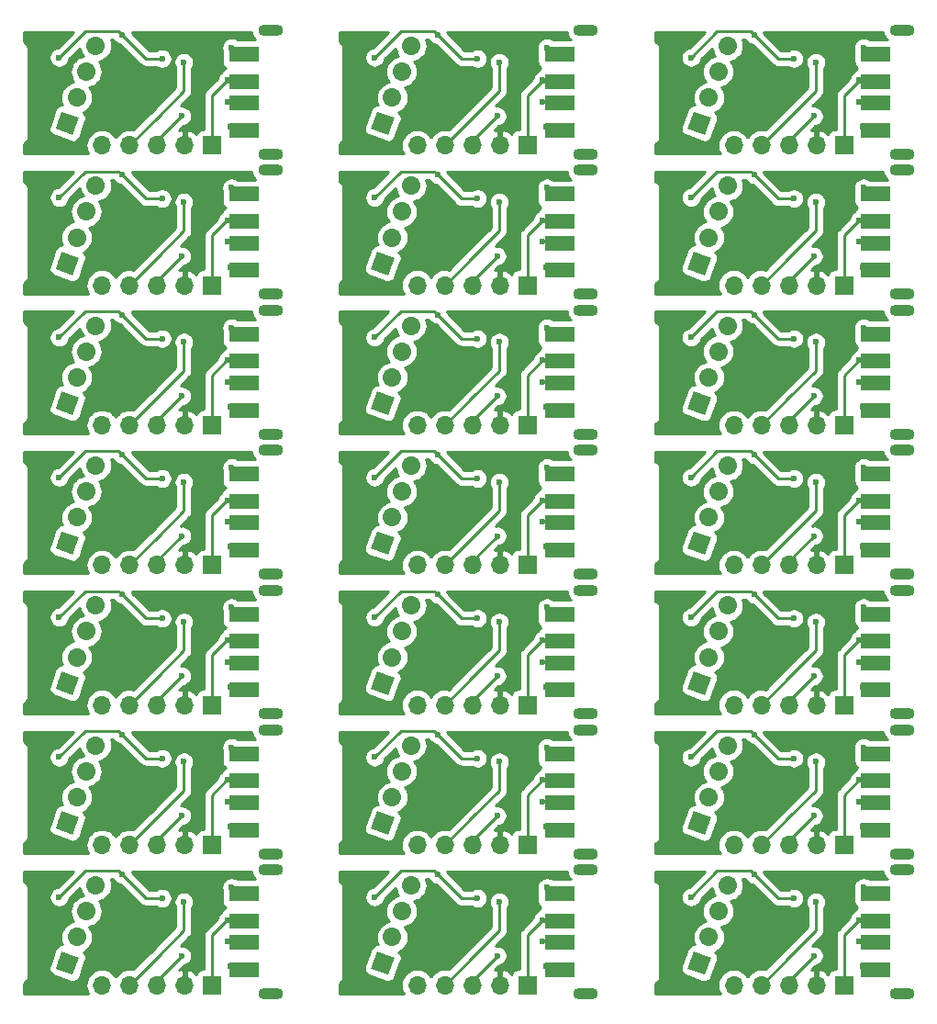
<source format=gbr>
G04 #@! TF.GenerationSoftware,KiCad,Pcbnew,5.0.1*
G04 #@! TF.CreationDate,2019-03-06T23:12:18-06:00*
G04 #@! TF.ProjectId,PlasticFrog,506C617374696346726F672E6B696361,rev?*
G04 #@! TF.SameCoordinates,Original*
G04 #@! TF.FileFunction,Copper,L2,Bot,Signal*
G04 #@! TF.FilePolarity,Positive*
%FSLAX46Y46*%
G04 Gerber Fmt 4.6, Leading zero omitted, Abs format (unit mm)*
G04 Created by KiCad (PCBNEW 5.0.1) date Wed 06 Mar 2019 11:12:18 PM CST*
%MOMM*%
%LPD*%
G01*
G04 APERTURE LIST*
G04 #@! TA.AperFunction,ComponentPad*
%ADD10C,1.700000*%
G04 #@! TD*
G04 #@! TA.AperFunction,Conductor*
%ADD11C,1.700000*%
G04 #@! TD*
G04 #@! TA.AperFunction,Conductor*
%ADD12C,0.100000*%
G04 #@! TD*
G04 #@! TA.AperFunction,ComponentPad*
%ADD13O,2.300000X1.100000*%
G04 #@! TD*
G04 #@! TA.AperFunction,SMDPad,CuDef*
%ADD14R,2.800000X1.400000*%
G04 #@! TD*
G04 #@! TA.AperFunction,ComponentPad*
%ADD15R,1.700000X1.700000*%
G04 #@! TD*
G04 #@! TA.AperFunction,ComponentPad*
%ADD16O,1.700000X1.700000*%
G04 #@! TD*
G04 #@! TA.AperFunction,ViaPad*
%ADD17C,0.600000*%
G04 #@! TD*
G04 #@! TA.AperFunction,Conductor*
%ADD18C,0.250000*%
G04 #@! TD*
G04 #@! TA.AperFunction,Conductor*
%ADD19C,0.254000*%
G04 #@! TD*
G04 APERTURE END LIST*
D10*
G04 #@! TO.P,J2,4*
G04 #@! TO.N,P1.4*
X193768731Y-74613181D03*
D11*
G04 #@! TD*
G04 #@! TO.N,P1.4*
G04 #@! TO.C,J2*
X193768731Y-74613181D02*
X193768731Y-74613181D01*
D10*
G04 #@! TO.P,J2,3*
G04 #@! TO.N,P1.5*
X192900000Y-77000000D03*
D11*
G04 #@! TD*
G04 #@! TO.N,P1.5*
G04 #@! TO.C,J2*
X192900000Y-77000000D02*
X192900000Y-77000000D01*
D10*
G04 #@! TO.P,J2,2*
G04 #@! TO.N,P1.6*
X192031269Y-79386820D03*
D11*
G04 #@! TD*
G04 #@! TO.N,P1.6*
G04 #@! TO.C,J2*
X192031269Y-79386820D02*
X192031269Y-79386820D01*
D10*
G04 #@! TO.P,J2,1*
G04 #@! TO.N,P1.7*
X191162538Y-81773639D03*
D12*
G04 #@! TD*
G04 #@! TO.N,P1.7*
G04 #@! TO.C,J2*
G36*
X192251994Y-81265617D02*
X191670560Y-82863095D01*
X190073082Y-82281661D01*
X190654516Y-80684183D01*
X192251994Y-81265617D01*
X192251994Y-81265617D01*
G37*
D10*
G04 #@! TO.P,J2,1*
G04 #@! TO.N,P1.7*
X191162538Y-146273639D03*
D12*
G04 #@! TD*
G04 #@! TO.N,P1.7*
G04 #@! TO.C,J2*
G36*
X192251994Y-145765617D02*
X191670560Y-147363095D01*
X190073082Y-146781661D01*
X190654516Y-145184183D01*
X192251994Y-145765617D01*
X192251994Y-145765617D01*
G37*
D10*
G04 #@! TO.P,J2,2*
G04 #@! TO.N,P1.6*
X192031269Y-143886820D03*
D11*
G04 #@! TD*
G04 #@! TO.N,P1.6*
G04 #@! TO.C,J2*
X192031269Y-143886820D02*
X192031269Y-143886820D01*
D10*
G04 #@! TO.P,J2,3*
G04 #@! TO.N,P1.5*
X192900000Y-141500000D03*
D11*
G04 #@! TD*
G04 #@! TO.N,P1.5*
G04 #@! TO.C,J2*
X192900000Y-141500000D02*
X192900000Y-141500000D01*
D10*
G04 #@! TO.P,J2,4*
G04 #@! TO.N,P1.4*
X193768731Y-139113181D03*
D11*
G04 #@! TD*
G04 #@! TO.N,P1.4*
G04 #@! TO.C,J2*
X193768731Y-139113181D02*
X193768731Y-139113181D01*
D13*
G04 #@! TO.P,J1,5*
G04 #@! TO.N,VSS*
X209900000Y-123300000D03*
X209900000Y-111900000D03*
D14*
G04 #@! TO.P,J1,1*
G04 #@! TO.N,VCC*
X207450000Y-121100000D03*
G04 #@! TO.P,J1,2*
G04 #@! TO.N,D-*
X207450000Y-118600000D03*
G04 #@! TO.P,J1,3*
G04 #@! TO.N,D+*
X207450000Y-116600000D03*
G04 #@! TO.P,J1,4*
G04 #@! TO.N,VSS*
X207450000Y-114100000D03*
G04 #@! TD*
D13*
G04 #@! TO.P,J1,5*
G04 #@! TO.N,VSS*
X209900000Y-97500000D03*
X209900000Y-86100000D03*
D14*
G04 #@! TO.P,J1,1*
G04 #@! TO.N,VCC*
X207450000Y-95300000D03*
G04 #@! TO.P,J1,2*
G04 #@! TO.N,D-*
X207450000Y-92800000D03*
G04 #@! TO.P,J1,3*
G04 #@! TO.N,D+*
X207450000Y-90800000D03*
G04 #@! TO.P,J1,4*
G04 #@! TO.N,VSS*
X207450000Y-88300000D03*
G04 #@! TD*
D15*
G04 #@! TO.P,J3,1*
G04 #@! TO.N,D+*
X204500000Y-96700000D03*
D16*
G04 #@! TO.P,J3,2*
G04 #@! TO.N,+3V3*
X201960000Y-96700000D03*
G04 #@! TO.P,J3,3*
G04 #@! TO.N,VSS*
X199420000Y-96700000D03*
G04 #@! TO.P,J3,4*
G04 #@! TO.N,VCC*
X196880000Y-96700000D03*
G04 #@! TO.P,J3,5*
G04 #@! TO.N,RST*
X194340000Y-96700000D03*
G04 #@! TD*
D10*
G04 #@! TO.P,J2,1*
G04 #@! TO.N,P1.7*
X191162538Y-120473639D03*
D12*
G04 #@! TD*
G04 #@! TO.N,P1.7*
G04 #@! TO.C,J2*
G36*
X192251994Y-119965617D02*
X191670560Y-121563095D01*
X190073082Y-120981661D01*
X190654516Y-119384183D01*
X192251994Y-119965617D01*
X192251994Y-119965617D01*
G37*
D10*
G04 #@! TO.P,J2,2*
G04 #@! TO.N,P1.6*
X192031269Y-118086820D03*
D11*
G04 #@! TD*
G04 #@! TO.N,P1.6*
G04 #@! TO.C,J2*
X192031269Y-118086820D02*
X192031269Y-118086820D01*
D10*
G04 #@! TO.P,J2,3*
G04 #@! TO.N,P1.5*
X192900000Y-115700000D03*
D11*
G04 #@! TD*
G04 #@! TO.N,P1.5*
G04 #@! TO.C,J2*
X192900000Y-115700000D02*
X192900000Y-115700000D01*
D10*
G04 #@! TO.P,J2,4*
G04 #@! TO.N,P1.4*
X193768731Y-113313181D03*
D11*
G04 #@! TD*
G04 #@! TO.N,P1.4*
G04 #@! TO.C,J2*
X193768731Y-113313181D02*
X193768731Y-113313181D01*
D16*
G04 #@! TO.P,J3,5*
G04 #@! TO.N,RST*
X194340000Y-135400000D03*
G04 #@! TO.P,J3,4*
G04 #@! TO.N,VCC*
X196880000Y-135400000D03*
G04 #@! TO.P,J3,3*
G04 #@! TO.N,VSS*
X199420000Y-135400000D03*
G04 #@! TO.P,J3,2*
G04 #@! TO.N,+3V3*
X201960000Y-135400000D03*
D15*
G04 #@! TO.P,J3,1*
G04 #@! TO.N,D+*
X204500000Y-135400000D03*
G04 #@! TD*
D10*
G04 #@! TO.P,J2,4*
G04 #@! TO.N,P1.4*
X193768731Y-126213181D03*
D11*
G04 #@! TD*
G04 #@! TO.N,P1.4*
G04 #@! TO.C,J2*
X193768731Y-126213181D02*
X193768731Y-126213181D01*
D10*
G04 #@! TO.P,J2,3*
G04 #@! TO.N,P1.5*
X192900000Y-128600000D03*
D11*
G04 #@! TD*
G04 #@! TO.N,P1.5*
G04 #@! TO.C,J2*
X192900000Y-128600000D02*
X192900000Y-128600000D01*
D10*
G04 #@! TO.P,J2,2*
G04 #@! TO.N,P1.6*
X192031269Y-130986820D03*
D11*
G04 #@! TD*
G04 #@! TO.N,P1.6*
G04 #@! TO.C,J2*
X192031269Y-130986820D02*
X192031269Y-130986820D01*
D10*
G04 #@! TO.P,J2,1*
G04 #@! TO.N,P1.7*
X191162538Y-133373639D03*
D12*
G04 #@! TD*
G04 #@! TO.N,P1.7*
G04 #@! TO.C,J2*
G36*
X192251994Y-132865617D02*
X191670560Y-134463095D01*
X190073082Y-133881661D01*
X190654516Y-132284183D01*
X192251994Y-132865617D01*
X192251994Y-132865617D01*
G37*
D14*
G04 #@! TO.P,J1,4*
G04 #@! TO.N,VSS*
X207450000Y-62500000D03*
G04 #@! TO.P,J1,3*
G04 #@! TO.N,D+*
X207450000Y-65000000D03*
G04 #@! TO.P,J1,2*
G04 #@! TO.N,D-*
X207450000Y-67000000D03*
G04 #@! TO.P,J1,1*
G04 #@! TO.N,VCC*
X207450000Y-69500000D03*
D13*
G04 #@! TO.P,J1,5*
G04 #@! TO.N,VSS*
X209900000Y-60300000D03*
X209900000Y-71700000D03*
G04 #@! TD*
D10*
G04 #@! TO.P,J2,4*
G04 #@! TO.N,P1.4*
X193768731Y-100413181D03*
D11*
G04 #@! TD*
G04 #@! TO.N,P1.4*
G04 #@! TO.C,J2*
X193768731Y-100413181D02*
X193768731Y-100413181D01*
D10*
G04 #@! TO.P,J2,3*
G04 #@! TO.N,P1.5*
X192900000Y-102800000D03*
D11*
G04 #@! TD*
G04 #@! TO.N,P1.5*
G04 #@! TO.C,J2*
X192900000Y-102800000D02*
X192900000Y-102800000D01*
D10*
G04 #@! TO.P,J2,2*
G04 #@! TO.N,P1.6*
X192031269Y-105186820D03*
D11*
G04 #@! TD*
G04 #@! TO.N,P1.6*
G04 #@! TO.C,J2*
X192031269Y-105186820D02*
X192031269Y-105186820D01*
D10*
G04 #@! TO.P,J2,1*
G04 #@! TO.N,P1.7*
X191162538Y-107573639D03*
D12*
G04 #@! TD*
G04 #@! TO.N,P1.7*
G04 #@! TO.C,J2*
G36*
X192251994Y-107065617D02*
X191670560Y-108663095D01*
X190073082Y-108081661D01*
X190654516Y-106484183D01*
X192251994Y-107065617D01*
X192251994Y-107065617D01*
G37*
D10*
G04 #@! TO.P,J2,4*
G04 #@! TO.N,P1.4*
X193768731Y-61713181D03*
D11*
G04 #@! TD*
G04 #@! TO.N,P1.4*
G04 #@! TO.C,J2*
X193768731Y-61713181D02*
X193768731Y-61713181D01*
D10*
G04 #@! TO.P,J2,3*
G04 #@! TO.N,P1.5*
X192900000Y-64100000D03*
D11*
G04 #@! TD*
G04 #@! TO.N,P1.5*
G04 #@! TO.C,J2*
X192900000Y-64100000D02*
X192900000Y-64100000D01*
D10*
G04 #@! TO.P,J2,2*
G04 #@! TO.N,P1.6*
X192031269Y-66486820D03*
D11*
G04 #@! TD*
G04 #@! TO.N,P1.6*
G04 #@! TO.C,J2*
X192031269Y-66486820D02*
X192031269Y-66486820D01*
D10*
G04 #@! TO.P,J2,1*
G04 #@! TO.N,P1.7*
X191162538Y-68873639D03*
D12*
G04 #@! TD*
G04 #@! TO.N,P1.7*
G04 #@! TO.C,J2*
G36*
X192251994Y-68365617D02*
X191670560Y-69963095D01*
X190073082Y-69381661D01*
X190654516Y-67784183D01*
X192251994Y-68365617D01*
X192251994Y-68365617D01*
G37*
D16*
G04 #@! TO.P,J3,5*
G04 #@! TO.N,RST*
X194340000Y-70900000D03*
G04 #@! TO.P,J3,4*
G04 #@! TO.N,VCC*
X196880000Y-70900000D03*
G04 #@! TO.P,J3,3*
G04 #@! TO.N,VSS*
X199420000Y-70900000D03*
G04 #@! TO.P,J3,2*
G04 #@! TO.N,+3V3*
X201960000Y-70900000D03*
D15*
G04 #@! TO.P,J3,1*
G04 #@! TO.N,D+*
X204500000Y-70900000D03*
G04 #@! TD*
G04 #@! TO.P,J3,1*
G04 #@! TO.N,D+*
X204500000Y-148300000D03*
D16*
G04 #@! TO.P,J3,2*
G04 #@! TO.N,+3V3*
X201960000Y-148300000D03*
G04 #@! TO.P,J3,3*
G04 #@! TO.N,VSS*
X199420000Y-148300000D03*
G04 #@! TO.P,J3,4*
G04 #@! TO.N,VCC*
X196880000Y-148300000D03*
G04 #@! TO.P,J3,5*
G04 #@! TO.N,RST*
X194340000Y-148300000D03*
G04 #@! TD*
D13*
G04 #@! TO.P,J1,5*
G04 #@! TO.N,VSS*
X209900000Y-149100000D03*
X209900000Y-137700000D03*
D14*
G04 #@! TO.P,J1,1*
G04 #@! TO.N,VCC*
X207450000Y-146900000D03*
G04 #@! TO.P,J1,2*
G04 #@! TO.N,D-*
X207450000Y-144400000D03*
G04 #@! TO.P,J1,3*
G04 #@! TO.N,D+*
X207450000Y-142400000D03*
G04 #@! TO.P,J1,4*
G04 #@! TO.N,VSS*
X207450000Y-139900000D03*
G04 #@! TD*
G04 #@! TO.P,J1,4*
G04 #@! TO.N,VSS*
X207450000Y-75400000D03*
G04 #@! TO.P,J1,3*
G04 #@! TO.N,D+*
X207450000Y-77900000D03*
G04 #@! TO.P,J1,2*
G04 #@! TO.N,D-*
X207450000Y-79900000D03*
G04 #@! TO.P,J1,1*
G04 #@! TO.N,VCC*
X207450000Y-82400000D03*
D13*
G04 #@! TO.P,J1,5*
G04 #@! TO.N,VSS*
X209900000Y-73200000D03*
X209900000Y-84600000D03*
G04 #@! TD*
D16*
G04 #@! TO.P,J3,5*
G04 #@! TO.N,RST*
X194340000Y-109600000D03*
G04 #@! TO.P,J3,4*
G04 #@! TO.N,VCC*
X196880000Y-109600000D03*
G04 #@! TO.P,J3,3*
G04 #@! TO.N,VSS*
X199420000Y-109600000D03*
G04 #@! TO.P,J3,2*
G04 #@! TO.N,+3V3*
X201960000Y-109600000D03*
D15*
G04 #@! TO.P,J3,1*
G04 #@! TO.N,D+*
X204500000Y-109600000D03*
G04 #@! TD*
G04 #@! TO.P,J3,1*
G04 #@! TO.N,D+*
X204500000Y-122500000D03*
D16*
G04 #@! TO.P,J3,2*
G04 #@! TO.N,+3V3*
X201960000Y-122500000D03*
G04 #@! TO.P,J3,3*
G04 #@! TO.N,VSS*
X199420000Y-122500000D03*
G04 #@! TO.P,J3,4*
G04 #@! TO.N,VCC*
X196880000Y-122500000D03*
G04 #@! TO.P,J3,5*
G04 #@! TO.N,RST*
X194340000Y-122500000D03*
G04 #@! TD*
D10*
G04 #@! TO.P,J2,1*
G04 #@! TO.N,P1.7*
X191162538Y-94673639D03*
D12*
G04 #@! TD*
G04 #@! TO.N,P1.7*
G04 #@! TO.C,J2*
G36*
X192251994Y-94165617D02*
X191670560Y-95763095D01*
X190073082Y-95181661D01*
X190654516Y-93584183D01*
X192251994Y-94165617D01*
X192251994Y-94165617D01*
G37*
D10*
G04 #@! TO.P,J2,2*
G04 #@! TO.N,P1.6*
X192031269Y-92286820D03*
D11*
G04 #@! TD*
G04 #@! TO.N,P1.6*
G04 #@! TO.C,J2*
X192031269Y-92286820D02*
X192031269Y-92286820D01*
D10*
G04 #@! TO.P,J2,3*
G04 #@! TO.N,P1.5*
X192900000Y-89900000D03*
D11*
G04 #@! TD*
G04 #@! TO.N,P1.5*
G04 #@! TO.C,J2*
X192900000Y-89900000D02*
X192900000Y-89900000D01*
D10*
G04 #@! TO.P,J2,4*
G04 #@! TO.N,P1.4*
X193768731Y-87513181D03*
D11*
G04 #@! TD*
G04 #@! TO.N,P1.4*
G04 #@! TO.C,J2*
X193768731Y-87513181D02*
X193768731Y-87513181D01*
D16*
G04 #@! TO.P,J3,5*
G04 #@! TO.N,RST*
X194340000Y-83800000D03*
G04 #@! TO.P,J3,4*
G04 #@! TO.N,VCC*
X196880000Y-83800000D03*
G04 #@! TO.P,J3,3*
G04 #@! TO.N,VSS*
X199420000Y-83800000D03*
G04 #@! TO.P,J3,2*
G04 #@! TO.N,+3V3*
X201960000Y-83800000D03*
D15*
G04 #@! TO.P,J3,1*
G04 #@! TO.N,D+*
X204500000Y-83800000D03*
G04 #@! TD*
D14*
G04 #@! TO.P,J1,4*
G04 #@! TO.N,VSS*
X207450000Y-101200000D03*
G04 #@! TO.P,J1,3*
G04 #@! TO.N,D+*
X207450000Y-103700000D03*
G04 #@! TO.P,J1,2*
G04 #@! TO.N,D-*
X207450000Y-105700000D03*
G04 #@! TO.P,J1,1*
G04 #@! TO.N,VCC*
X207450000Y-108200000D03*
D13*
G04 #@! TO.P,J1,5*
G04 #@! TO.N,VSS*
X209900000Y-99000000D03*
X209900000Y-110400000D03*
G04 #@! TD*
D14*
G04 #@! TO.P,J1,4*
G04 #@! TO.N,VSS*
X207450000Y-127000000D03*
G04 #@! TO.P,J1,3*
G04 #@! TO.N,D+*
X207450000Y-129500000D03*
G04 #@! TO.P,J1,2*
G04 #@! TO.N,D-*
X207450000Y-131500000D03*
G04 #@! TO.P,J1,1*
G04 #@! TO.N,VCC*
X207450000Y-134000000D03*
D13*
G04 #@! TO.P,J1,5*
G04 #@! TO.N,VSS*
X209900000Y-124800000D03*
X209900000Y-136200000D03*
G04 #@! TD*
G04 #@! TO.P,J1,5*
G04 #@! TO.N,VSS*
X180700000Y-71700000D03*
X180700000Y-60300000D03*
D14*
G04 #@! TO.P,J1,1*
G04 #@! TO.N,VCC*
X178250000Y-69500000D03*
G04 #@! TO.P,J1,2*
G04 #@! TO.N,D-*
X178250000Y-67000000D03*
G04 #@! TO.P,J1,3*
G04 #@! TO.N,D+*
X178250000Y-65000000D03*
G04 #@! TO.P,J1,4*
G04 #@! TO.N,VSS*
X178250000Y-62500000D03*
G04 #@! TD*
D16*
G04 #@! TO.P,J3,5*
G04 #@! TO.N,RST*
X165140000Y-122500000D03*
G04 #@! TO.P,J3,4*
G04 #@! TO.N,VCC*
X167680000Y-122500000D03*
G04 #@! TO.P,J3,3*
G04 #@! TO.N,VSS*
X170220000Y-122500000D03*
G04 #@! TO.P,J3,2*
G04 #@! TO.N,+3V3*
X172760000Y-122500000D03*
D15*
G04 #@! TO.P,J3,1*
G04 #@! TO.N,D+*
X175300000Y-122500000D03*
G04 #@! TD*
D14*
G04 #@! TO.P,J1,4*
G04 #@! TO.N,VSS*
X178250000Y-139900000D03*
G04 #@! TO.P,J1,3*
G04 #@! TO.N,D+*
X178250000Y-142400000D03*
G04 #@! TO.P,J1,2*
G04 #@! TO.N,D-*
X178250000Y-144400000D03*
G04 #@! TO.P,J1,1*
G04 #@! TO.N,VCC*
X178250000Y-146900000D03*
D13*
G04 #@! TO.P,J1,5*
G04 #@! TO.N,VSS*
X180700000Y-137700000D03*
X180700000Y-149100000D03*
G04 #@! TD*
D10*
G04 #@! TO.P,J2,1*
G04 #@! TO.N,P1.7*
X161962538Y-68873639D03*
D12*
G04 #@! TD*
G04 #@! TO.N,P1.7*
G04 #@! TO.C,J2*
G36*
X163051994Y-68365617D02*
X162470560Y-69963095D01*
X160873082Y-69381661D01*
X161454516Y-67784183D01*
X163051994Y-68365617D01*
X163051994Y-68365617D01*
G37*
D10*
G04 #@! TO.P,J2,2*
G04 #@! TO.N,P1.6*
X162831269Y-66486820D03*
D11*
G04 #@! TD*
G04 #@! TO.N,P1.6*
G04 #@! TO.C,J2*
X162831269Y-66486820D02*
X162831269Y-66486820D01*
D10*
G04 #@! TO.P,J2,3*
G04 #@! TO.N,P1.5*
X163700000Y-64100000D03*
D11*
G04 #@! TD*
G04 #@! TO.N,P1.5*
G04 #@! TO.C,J2*
X163700000Y-64100000D02*
X163700000Y-64100000D01*
D10*
G04 #@! TO.P,J2,4*
G04 #@! TO.N,P1.4*
X164568731Y-61713181D03*
D11*
G04 #@! TD*
G04 #@! TO.N,P1.4*
G04 #@! TO.C,J2*
X164568731Y-61713181D02*
X164568731Y-61713181D01*
D10*
G04 #@! TO.P,J2,1*
G04 #@! TO.N,P1.7*
X161962538Y-81773639D03*
D12*
G04 #@! TD*
G04 #@! TO.N,P1.7*
G04 #@! TO.C,J2*
G36*
X163051994Y-81265617D02*
X162470560Y-82863095D01*
X160873082Y-82281661D01*
X161454516Y-80684183D01*
X163051994Y-81265617D01*
X163051994Y-81265617D01*
G37*
D10*
G04 #@! TO.P,J2,2*
G04 #@! TO.N,P1.6*
X162831269Y-79386820D03*
D11*
G04 #@! TD*
G04 #@! TO.N,P1.6*
G04 #@! TO.C,J2*
X162831269Y-79386820D02*
X162831269Y-79386820D01*
D10*
G04 #@! TO.P,J2,3*
G04 #@! TO.N,P1.5*
X163700000Y-77000000D03*
D11*
G04 #@! TD*
G04 #@! TO.N,P1.5*
G04 #@! TO.C,J2*
X163700000Y-77000000D02*
X163700000Y-77000000D01*
D10*
G04 #@! TO.P,J2,4*
G04 #@! TO.N,P1.4*
X164568731Y-74613181D03*
D11*
G04 #@! TD*
G04 #@! TO.N,P1.4*
G04 #@! TO.C,J2*
X164568731Y-74613181D02*
X164568731Y-74613181D01*
D15*
G04 #@! TO.P,J3,1*
G04 #@! TO.N,D+*
X175300000Y-83800000D03*
D16*
G04 #@! TO.P,J3,2*
G04 #@! TO.N,+3V3*
X172760000Y-83800000D03*
G04 #@! TO.P,J3,3*
G04 #@! TO.N,VSS*
X170220000Y-83800000D03*
G04 #@! TO.P,J3,4*
G04 #@! TO.N,VCC*
X167680000Y-83800000D03*
G04 #@! TO.P,J3,5*
G04 #@! TO.N,RST*
X165140000Y-83800000D03*
G04 #@! TD*
D10*
G04 #@! TO.P,J2,1*
G04 #@! TO.N,P1.7*
X161962538Y-107573639D03*
D12*
G04 #@! TD*
G04 #@! TO.N,P1.7*
G04 #@! TO.C,J2*
G36*
X163051994Y-107065617D02*
X162470560Y-108663095D01*
X160873082Y-108081661D01*
X161454516Y-106484183D01*
X163051994Y-107065617D01*
X163051994Y-107065617D01*
G37*
D10*
G04 #@! TO.P,J2,2*
G04 #@! TO.N,P1.6*
X162831269Y-105186820D03*
D11*
G04 #@! TD*
G04 #@! TO.N,P1.6*
G04 #@! TO.C,J2*
X162831269Y-105186820D02*
X162831269Y-105186820D01*
D10*
G04 #@! TO.P,J2,3*
G04 #@! TO.N,P1.5*
X163700000Y-102800000D03*
D11*
G04 #@! TD*
G04 #@! TO.N,P1.5*
G04 #@! TO.C,J2*
X163700000Y-102800000D02*
X163700000Y-102800000D01*
D10*
G04 #@! TO.P,J2,4*
G04 #@! TO.N,P1.4*
X164568731Y-100413181D03*
D11*
G04 #@! TD*
G04 #@! TO.N,P1.4*
G04 #@! TO.C,J2*
X164568731Y-100413181D02*
X164568731Y-100413181D01*
D14*
G04 #@! TO.P,J1,4*
G04 #@! TO.N,VSS*
X178250000Y-114100000D03*
G04 #@! TO.P,J1,3*
G04 #@! TO.N,D+*
X178250000Y-116600000D03*
G04 #@! TO.P,J1,2*
G04 #@! TO.N,D-*
X178250000Y-118600000D03*
G04 #@! TO.P,J1,1*
G04 #@! TO.N,VCC*
X178250000Y-121100000D03*
D13*
G04 #@! TO.P,J1,5*
G04 #@! TO.N,VSS*
X180700000Y-111900000D03*
X180700000Y-123300000D03*
G04 #@! TD*
D15*
G04 #@! TO.P,J3,1*
G04 #@! TO.N,D+*
X175300000Y-70900000D03*
D16*
G04 #@! TO.P,J3,2*
G04 #@! TO.N,+3V3*
X172760000Y-70900000D03*
G04 #@! TO.P,J3,3*
G04 #@! TO.N,VSS*
X170220000Y-70900000D03*
G04 #@! TO.P,J3,4*
G04 #@! TO.N,VCC*
X167680000Y-70900000D03*
G04 #@! TO.P,J3,5*
G04 #@! TO.N,RST*
X165140000Y-70900000D03*
G04 #@! TD*
D13*
G04 #@! TO.P,J1,5*
G04 #@! TO.N,VSS*
X180700000Y-110400000D03*
X180700000Y-99000000D03*
D14*
G04 #@! TO.P,J1,1*
G04 #@! TO.N,VCC*
X178250000Y-108200000D03*
G04 #@! TO.P,J1,2*
G04 #@! TO.N,D-*
X178250000Y-105700000D03*
G04 #@! TO.P,J1,3*
G04 #@! TO.N,D+*
X178250000Y-103700000D03*
G04 #@! TO.P,J1,4*
G04 #@! TO.N,VSS*
X178250000Y-101200000D03*
G04 #@! TD*
D13*
G04 #@! TO.P,J1,5*
G04 #@! TO.N,VSS*
X180700000Y-136200000D03*
X180700000Y-124800000D03*
D14*
G04 #@! TO.P,J1,1*
G04 #@! TO.N,VCC*
X178250000Y-134000000D03*
G04 #@! TO.P,J1,2*
G04 #@! TO.N,D-*
X178250000Y-131500000D03*
G04 #@! TO.P,J1,3*
G04 #@! TO.N,D+*
X178250000Y-129500000D03*
G04 #@! TO.P,J1,4*
G04 #@! TO.N,VSS*
X178250000Y-127000000D03*
G04 #@! TD*
D10*
G04 #@! TO.P,J2,4*
G04 #@! TO.N,P1.4*
X164568731Y-113313181D03*
D11*
G04 #@! TD*
G04 #@! TO.N,P1.4*
G04 #@! TO.C,J2*
X164568731Y-113313181D02*
X164568731Y-113313181D01*
D10*
G04 #@! TO.P,J2,3*
G04 #@! TO.N,P1.5*
X163700000Y-115700000D03*
D11*
G04 #@! TD*
G04 #@! TO.N,P1.5*
G04 #@! TO.C,J2*
X163700000Y-115700000D02*
X163700000Y-115700000D01*
D10*
G04 #@! TO.P,J2,2*
G04 #@! TO.N,P1.6*
X162831269Y-118086820D03*
D11*
G04 #@! TD*
G04 #@! TO.N,P1.6*
G04 #@! TO.C,J2*
X162831269Y-118086820D02*
X162831269Y-118086820D01*
D10*
G04 #@! TO.P,J2,1*
G04 #@! TO.N,P1.7*
X161962538Y-120473639D03*
D12*
G04 #@! TD*
G04 #@! TO.N,P1.7*
G04 #@! TO.C,J2*
G36*
X163051994Y-119965617D02*
X162470560Y-121563095D01*
X160873082Y-120981661D01*
X161454516Y-119384183D01*
X163051994Y-119965617D01*
X163051994Y-119965617D01*
G37*
D10*
G04 #@! TO.P,J2,4*
G04 #@! TO.N,P1.4*
X164568731Y-139113181D03*
D11*
G04 #@! TD*
G04 #@! TO.N,P1.4*
G04 #@! TO.C,J2*
X164568731Y-139113181D02*
X164568731Y-139113181D01*
D10*
G04 #@! TO.P,J2,3*
G04 #@! TO.N,P1.5*
X163700000Y-141500000D03*
D11*
G04 #@! TD*
G04 #@! TO.N,P1.5*
G04 #@! TO.C,J2*
X163700000Y-141500000D02*
X163700000Y-141500000D01*
D10*
G04 #@! TO.P,J2,2*
G04 #@! TO.N,P1.6*
X162831269Y-143886820D03*
D11*
G04 #@! TD*
G04 #@! TO.N,P1.6*
G04 #@! TO.C,J2*
X162831269Y-143886820D02*
X162831269Y-143886820D01*
D10*
G04 #@! TO.P,J2,1*
G04 #@! TO.N,P1.7*
X161962538Y-146273639D03*
D12*
G04 #@! TD*
G04 #@! TO.N,P1.7*
G04 #@! TO.C,J2*
G36*
X163051994Y-145765617D02*
X162470560Y-147363095D01*
X160873082Y-146781661D01*
X161454516Y-145184183D01*
X163051994Y-145765617D01*
X163051994Y-145765617D01*
G37*
D10*
G04 #@! TO.P,J2,4*
G04 #@! TO.N,P1.4*
X164568731Y-87513181D03*
D11*
G04 #@! TD*
G04 #@! TO.N,P1.4*
G04 #@! TO.C,J2*
X164568731Y-87513181D02*
X164568731Y-87513181D01*
D10*
G04 #@! TO.P,J2,3*
G04 #@! TO.N,P1.5*
X163700000Y-89900000D03*
D11*
G04 #@! TD*
G04 #@! TO.N,P1.5*
G04 #@! TO.C,J2*
X163700000Y-89900000D02*
X163700000Y-89900000D01*
D10*
G04 #@! TO.P,J2,2*
G04 #@! TO.N,P1.6*
X162831269Y-92286820D03*
D11*
G04 #@! TD*
G04 #@! TO.N,P1.6*
G04 #@! TO.C,J2*
X162831269Y-92286820D02*
X162831269Y-92286820D01*
D10*
G04 #@! TO.P,J2,1*
G04 #@! TO.N,P1.7*
X161962538Y-94673639D03*
D12*
G04 #@! TD*
G04 #@! TO.N,P1.7*
G04 #@! TO.C,J2*
G36*
X163051994Y-94165617D02*
X162470560Y-95763095D01*
X160873082Y-95181661D01*
X161454516Y-93584183D01*
X163051994Y-94165617D01*
X163051994Y-94165617D01*
G37*
D16*
G04 #@! TO.P,J3,5*
G04 #@! TO.N,RST*
X165140000Y-148300000D03*
G04 #@! TO.P,J3,4*
G04 #@! TO.N,VCC*
X167680000Y-148300000D03*
G04 #@! TO.P,J3,3*
G04 #@! TO.N,VSS*
X170220000Y-148300000D03*
G04 #@! TO.P,J3,2*
G04 #@! TO.N,+3V3*
X172760000Y-148300000D03*
D15*
G04 #@! TO.P,J3,1*
G04 #@! TO.N,D+*
X175300000Y-148300000D03*
G04 #@! TD*
D13*
G04 #@! TO.P,J1,5*
G04 #@! TO.N,VSS*
X180700000Y-84600000D03*
X180700000Y-73200000D03*
D14*
G04 #@! TO.P,J1,1*
G04 #@! TO.N,VCC*
X178250000Y-82400000D03*
G04 #@! TO.P,J1,2*
G04 #@! TO.N,D-*
X178250000Y-79900000D03*
G04 #@! TO.P,J1,3*
G04 #@! TO.N,D+*
X178250000Y-77900000D03*
G04 #@! TO.P,J1,4*
G04 #@! TO.N,VSS*
X178250000Y-75400000D03*
G04 #@! TD*
D10*
G04 #@! TO.P,J2,1*
G04 #@! TO.N,P1.7*
X161962538Y-133373639D03*
D12*
G04 #@! TD*
G04 #@! TO.N,P1.7*
G04 #@! TO.C,J2*
G36*
X163051994Y-132865617D02*
X162470560Y-134463095D01*
X160873082Y-133881661D01*
X161454516Y-132284183D01*
X163051994Y-132865617D01*
X163051994Y-132865617D01*
G37*
D10*
G04 #@! TO.P,J2,2*
G04 #@! TO.N,P1.6*
X162831269Y-130986820D03*
D11*
G04 #@! TD*
G04 #@! TO.N,P1.6*
G04 #@! TO.C,J2*
X162831269Y-130986820D02*
X162831269Y-130986820D01*
D10*
G04 #@! TO.P,J2,3*
G04 #@! TO.N,P1.5*
X163700000Y-128600000D03*
D11*
G04 #@! TD*
G04 #@! TO.N,P1.5*
G04 #@! TO.C,J2*
X163700000Y-128600000D02*
X163700000Y-128600000D01*
D10*
G04 #@! TO.P,J2,4*
G04 #@! TO.N,P1.4*
X164568731Y-126213181D03*
D11*
G04 #@! TD*
G04 #@! TO.N,P1.4*
G04 #@! TO.C,J2*
X164568731Y-126213181D02*
X164568731Y-126213181D01*
D15*
G04 #@! TO.P,J3,1*
G04 #@! TO.N,D+*
X175300000Y-109600000D03*
D16*
G04 #@! TO.P,J3,2*
G04 #@! TO.N,+3V3*
X172760000Y-109600000D03*
G04 #@! TO.P,J3,3*
G04 #@! TO.N,VSS*
X170220000Y-109600000D03*
G04 #@! TO.P,J3,4*
G04 #@! TO.N,VCC*
X167680000Y-109600000D03*
G04 #@! TO.P,J3,5*
G04 #@! TO.N,RST*
X165140000Y-109600000D03*
G04 #@! TD*
D15*
G04 #@! TO.P,J3,1*
G04 #@! TO.N,D+*
X175300000Y-135400000D03*
D16*
G04 #@! TO.P,J3,2*
G04 #@! TO.N,+3V3*
X172760000Y-135400000D03*
G04 #@! TO.P,J3,3*
G04 #@! TO.N,VSS*
X170220000Y-135400000D03*
G04 #@! TO.P,J3,4*
G04 #@! TO.N,VCC*
X167680000Y-135400000D03*
G04 #@! TO.P,J3,5*
G04 #@! TO.N,RST*
X165140000Y-135400000D03*
G04 #@! TD*
G04 #@! TO.P,J3,5*
G04 #@! TO.N,RST*
X165140000Y-96700000D03*
G04 #@! TO.P,J3,4*
G04 #@! TO.N,VCC*
X167680000Y-96700000D03*
G04 #@! TO.P,J3,3*
G04 #@! TO.N,VSS*
X170220000Y-96700000D03*
G04 #@! TO.P,J3,2*
G04 #@! TO.N,+3V3*
X172760000Y-96700000D03*
D15*
G04 #@! TO.P,J3,1*
G04 #@! TO.N,D+*
X175300000Y-96700000D03*
G04 #@! TD*
D14*
G04 #@! TO.P,J1,4*
G04 #@! TO.N,VSS*
X178250000Y-88300000D03*
G04 #@! TO.P,J1,3*
G04 #@! TO.N,D+*
X178250000Y-90800000D03*
G04 #@! TO.P,J1,2*
G04 #@! TO.N,D-*
X178250000Y-92800000D03*
G04 #@! TO.P,J1,1*
G04 #@! TO.N,VCC*
X178250000Y-95300000D03*
D13*
G04 #@! TO.P,J1,5*
G04 #@! TO.N,VSS*
X180700000Y-86100000D03*
X180700000Y-97500000D03*
G04 #@! TD*
D16*
G04 #@! TO.P,J3,5*
G04 #@! TO.N,RST*
X136040000Y-83800000D03*
G04 #@! TO.P,J3,4*
G04 #@! TO.N,VCC*
X138580000Y-83800000D03*
G04 #@! TO.P,J3,3*
G04 #@! TO.N,VSS*
X141120000Y-83800000D03*
G04 #@! TO.P,J3,2*
G04 #@! TO.N,+3V3*
X143660000Y-83800000D03*
D15*
G04 #@! TO.P,J3,1*
G04 #@! TO.N,D+*
X146200000Y-83800000D03*
G04 #@! TD*
D14*
G04 #@! TO.P,J1,4*
G04 #@! TO.N,VSS*
X149150000Y-101200000D03*
G04 #@! TO.P,J1,3*
G04 #@! TO.N,D+*
X149150000Y-103700000D03*
G04 #@! TO.P,J1,2*
G04 #@! TO.N,D-*
X149150000Y-105700000D03*
G04 #@! TO.P,J1,1*
G04 #@! TO.N,VCC*
X149150000Y-108200000D03*
D13*
G04 #@! TO.P,J1,5*
G04 #@! TO.N,VSS*
X151600000Y-99000000D03*
X151600000Y-110400000D03*
G04 #@! TD*
D14*
G04 #@! TO.P,J1,4*
G04 #@! TO.N,VSS*
X149150000Y-75400000D03*
G04 #@! TO.P,J1,3*
G04 #@! TO.N,D+*
X149150000Y-77900000D03*
G04 #@! TO.P,J1,2*
G04 #@! TO.N,D-*
X149150000Y-79900000D03*
G04 #@! TO.P,J1,1*
G04 #@! TO.N,VCC*
X149150000Y-82400000D03*
D13*
G04 #@! TO.P,J1,5*
G04 #@! TO.N,VSS*
X151600000Y-73200000D03*
X151600000Y-84600000D03*
G04 #@! TD*
G04 #@! TO.P,J1,5*
G04 #@! TO.N,VSS*
X151600000Y-97500000D03*
X151600000Y-86100000D03*
D14*
G04 #@! TO.P,J1,1*
G04 #@! TO.N,VCC*
X149150000Y-95300000D03*
G04 #@! TO.P,J1,2*
G04 #@! TO.N,D-*
X149150000Y-92800000D03*
G04 #@! TO.P,J1,3*
G04 #@! TO.N,D+*
X149150000Y-90800000D03*
G04 #@! TO.P,J1,4*
G04 #@! TO.N,VSS*
X149150000Y-88300000D03*
G04 #@! TD*
D10*
G04 #@! TO.P,J2,4*
G04 #@! TO.N,P1.4*
X135468731Y-74613181D03*
D11*
G04 #@! TD*
G04 #@! TO.N,P1.4*
G04 #@! TO.C,J2*
X135468731Y-74613181D02*
X135468731Y-74613181D01*
D10*
G04 #@! TO.P,J2,3*
G04 #@! TO.N,P1.5*
X134600000Y-77000000D03*
D11*
G04 #@! TD*
G04 #@! TO.N,P1.5*
G04 #@! TO.C,J2*
X134600000Y-77000000D02*
X134600000Y-77000000D01*
D10*
G04 #@! TO.P,J2,2*
G04 #@! TO.N,P1.6*
X133731269Y-79386820D03*
D11*
G04 #@! TD*
G04 #@! TO.N,P1.6*
G04 #@! TO.C,J2*
X133731269Y-79386820D02*
X133731269Y-79386820D01*
D10*
G04 #@! TO.P,J2,1*
G04 #@! TO.N,P1.7*
X132862538Y-81773639D03*
D12*
G04 #@! TD*
G04 #@! TO.N,P1.7*
G04 #@! TO.C,J2*
G36*
X133951994Y-81265617D02*
X133370560Y-82863095D01*
X131773082Y-82281661D01*
X132354516Y-80684183D01*
X133951994Y-81265617D01*
X133951994Y-81265617D01*
G37*
D10*
G04 #@! TO.P,J2,4*
G04 #@! TO.N,P1.4*
X135468731Y-100413181D03*
D11*
G04 #@! TD*
G04 #@! TO.N,P1.4*
G04 #@! TO.C,J2*
X135468731Y-100413181D02*
X135468731Y-100413181D01*
D10*
G04 #@! TO.P,J2,3*
G04 #@! TO.N,P1.5*
X134600000Y-102800000D03*
D11*
G04 #@! TD*
G04 #@! TO.N,P1.5*
G04 #@! TO.C,J2*
X134600000Y-102800000D02*
X134600000Y-102800000D01*
D10*
G04 #@! TO.P,J2,2*
G04 #@! TO.N,P1.6*
X133731269Y-105186820D03*
D11*
G04 #@! TD*
G04 #@! TO.N,P1.6*
G04 #@! TO.C,J2*
X133731269Y-105186820D02*
X133731269Y-105186820D01*
D10*
G04 #@! TO.P,J2,1*
G04 #@! TO.N,P1.7*
X132862538Y-107573639D03*
D12*
G04 #@! TD*
G04 #@! TO.N,P1.7*
G04 #@! TO.C,J2*
G36*
X133951994Y-107065617D02*
X133370560Y-108663095D01*
X131773082Y-108081661D01*
X132354516Y-106484183D01*
X133951994Y-107065617D01*
X133951994Y-107065617D01*
G37*
D16*
G04 #@! TO.P,J3,5*
G04 #@! TO.N,RST*
X136040000Y-109600000D03*
G04 #@! TO.P,J3,4*
G04 #@! TO.N,VCC*
X138580000Y-109600000D03*
G04 #@! TO.P,J3,3*
G04 #@! TO.N,VSS*
X141120000Y-109600000D03*
G04 #@! TO.P,J3,2*
G04 #@! TO.N,+3V3*
X143660000Y-109600000D03*
D15*
G04 #@! TO.P,J3,1*
G04 #@! TO.N,D+*
X146200000Y-109600000D03*
G04 #@! TD*
D10*
G04 #@! TO.P,J2,1*
G04 #@! TO.N,P1.7*
X132862538Y-94673639D03*
D12*
G04 #@! TD*
G04 #@! TO.N,P1.7*
G04 #@! TO.C,J2*
G36*
X133951994Y-94165617D02*
X133370560Y-95763095D01*
X131773082Y-95181661D01*
X132354516Y-93584183D01*
X133951994Y-94165617D01*
X133951994Y-94165617D01*
G37*
D10*
G04 #@! TO.P,J2,2*
G04 #@! TO.N,P1.6*
X133731269Y-92286820D03*
D11*
G04 #@! TD*
G04 #@! TO.N,P1.6*
G04 #@! TO.C,J2*
X133731269Y-92286820D02*
X133731269Y-92286820D01*
D10*
G04 #@! TO.P,J2,3*
G04 #@! TO.N,P1.5*
X134600000Y-89900000D03*
D11*
G04 #@! TD*
G04 #@! TO.N,P1.5*
G04 #@! TO.C,J2*
X134600000Y-89900000D02*
X134600000Y-89900000D01*
D10*
G04 #@! TO.P,J2,4*
G04 #@! TO.N,P1.4*
X135468731Y-87513181D03*
D11*
G04 #@! TD*
G04 #@! TO.N,P1.4*
G04 #@! TO.C,J2*
X135468731Y-87513181D02*
X135468731Y-87513181D01*
D15*
G04 #@! TO.P,J3,1*
G04 #@! TO.N,D+*
X146200000Y-96700000D03*
D16*
G04 #@! TO.P,J3,2*
G04 #@! TO.N,+3V3*
X143660000Y-96700000D03*
G04 #@! TO.P,J3,3*
G04 #@! TO.N,VSS*
X141120000Y-96700000D03*
G04 #@! TO.P,J3,4*
G04 #@! TO.N,VCC*
X138580000Y-96700000D03*
G04 #@! TO.P,J3,5*
G04 #@! TO.N,RST*
X136040000Y-96700000D03*
G04 #@! TD*
D14*
G04 #@! TO.P,J1,4*
G04 #@! TO.N,VSS*
X149150000Y-62500000D03*
G04 #@! TO.P,J1,3*
G04 #@! TO.N,D+*
X149150000Y-65000000D03*
G04 #@! TO.P,J1,2*
G04 #@! TO.N,D-*
X149150000Y-67000000D03*
G04 #@! TO.P,J1,1*
G04 #@! TO.N,VCC*
X149150000Y-69500000D03*
D13*
G04 #@! TO.P,J1,5*
G04 #@! TO.N,VSS*
X151600000Y-60300000D03*
X151600000Y-71700000D03*
G04 #@! TD*
D10*
G04 #@! TO.P,J2,4*
G04 #@! TO.N,P1.4*
X135468731Y-61713181D03*
D11*
G04 #@! TD*
G04 #@! TO.N,P1.4*
G04 #@! TO.C,J2*
X135468731Y-61713181D02*
X135468731Y-61713181D01*
D10*
G04 #@! TO.P,J2,3*
G04 #@! TO.N,P1.5*
X134600000Y-64100000D03*
D11*
G04 #@! TD*
G04 #@! TO.N,P1.5*
G04 #@! TO.C,J2*
X134600000Y-64100000D02*
X134600000Y-64100000D01*
D10*
G04 #@! TO.P,J2,2*
G04 #@! TO.N,P1.6*
X133731269Y-66486820D03*
D11*
G04 #@! TD*
G04 #@! TO.N,P1.6*
G04 #@! TO.C,J2*
X133731269Y-66486820D02*
X133731269Y-66486820D01*
D10*
G04 #@! TO.P,J2,1*
G04 #@! TO.N,P1.7*
X132862538Y-68873639D03*
D12*
G04 #@! TD*
G04 #@! TO.N,P1.7*
G04 #@! TO.C,J2*
G36*
X133951994Y-68365617D02*
X133370560Y-69963095D01*
X131773082Y-69381661D01*
X132354516Y-67784183D01*
X133951994Y-68365617D01*
X133951994Y-68365617D01*
G37*
D16*
G04 #@! TO.P,J3,5*
G04 #@! TO.N,RST*
X136040000Y-70900000D03*
G04 #@! TO.P,J3,4*
G04 #@! TO.N,VCC*
X138580000Y-70900000D03*
G04 #@! TO.P,J3,3*
G04 #@! TO.N,VSS*
X141120000Y-70900000D03*
G04 #@! TO.P,J3,2*
G04 #@! TO.N,+3V3*
X143660000Y-70900000D03*
D15*
G04 #@! TO.P,J3,1*
G04 #@! TO.N,D+*
X146200000Y-70900000D03*
G04 #@! TD*
D13*
G04 #@! TO.P,J1,5*
G04 #@! TO.N,VSS*
X151600000Y-123300000D03*
X151600000Y-111900000D03*
D14*
G04 #@! TO.P,J1,1*
G04 #@! TO.N,VCC*
X149150000Y-121100000D03*
G04 #@! TO.P,J1,2*
G04 #@! TO.N,D-*
X149150000Y-118600000D03*
G04 #@! TO.P,J1,3*
G04 #@! TO.N,D+*
X149150000Y-116600000D03*
G04 #@! TO.P,J1,4*
G04 #@! TO.N,VSS*
X149150000Y-114100000D03*
G04 #@! TD*
D10*
G04 #@! TO.P,J2,1*
G04 #@! TO.N,P1.7*
X132862538Y-120473639D03*
D12*
G04 #@! TD*
G04 #@! TO.N,P1.7*
G04 #@! TO.C,J2*
G36*
X133951994Y-119965617D02*
X133370560Y-121563095D01*
X131773082Y-120981661D01*
X132354516Y-119384183D01*
X133951994Y-119965617D01*
X133951994Y-119965617D01*
G37*
D10*
G04 #@! TO.P,J2,2*
G04 #@! TO.N,P1.6*
X133731269Y-118086820D03*
D11*
G04 #@! TD*
G04 #@! TO.N,P1.6*
G04 #@! TO.C,J2*
X133731269Y-118086820D02*
X133731269Y-118086820D01*
D10*
G04 #@! TO.P,J2,3*
G04 #@! TO.N,P1.5*
X134600000Y-115700000D03*
D11*
G04 #@! TD*
G04 #@! TO.N,P1.5*
G04 #@! TO.C,J2*
X134600000Y-115700000D02*
X134600000Y-115700000D01*
D10*
G04 #@! TO.P,J2,4*
G04 #@! TO.N,P1.4*
X135468731Y-113313181D03*
D11*
G04 #@! TD*
G04 #@! TO.N,P1.4*
G04 #@! TO.C,J2*
X135468731Y-113313181D02*
X135468731Y-113313181D01*
D15*
G04 #@! TO.P,J3,1*
G04 #@! TO.N,D+*
X146200000Y-122500000D03*
D16*
G04 #@! TO.P,J3,2*
G04 #@! TO.N,+3V3*
X143660000Y-122500000D03*
G04 #@! TO.P,J3,3*
G04 #@! TO.N,VSS*
X141120000Y-122500000D03*
G04 #@! TO.P,J3,4*
G04 #@! TO.N,VCC*
X138580000Y-122500000D03*
G04 #@! TO.P,J3,5*
G04 #@! TO.N,RST*
X136040000Y-122500000D03*
G04 #@! TD*
D14*
G04 #@! TO.P,J1,4*
G04 #@! TO.N,VSS*
X149150000Y-127000000D03*
G04 #@! TO.P,J1,3*
G04 #@! TO.N,D+*
X149150000Y-129500000D03*
G04 #@! TO.P,J1,2*
G04 #@! TO.N,D-*
X149150000Y-131500000D03*
G04 #@! TO.P,J1,1*
G04 #@! TO.N,VCC*
X149150000Y-134000000D03*
D13*
G04 #@! TO.P,J1,5*
G04 #@! TO.N,VSS*
X151600000Y-124800000D03*
X151600000Y-136200000D03*
G04 #@! TD*
D10*
G04 #@! TO.P,J2,4*
G04 #@! TO.N,P1.4*
X135468731Y-126213181D03*
D11*
G04 #@! TD*
G04 #@! TO.N,P1.4*
G04 #@! TO.C,J2*
X135468731Y-126213181D02*
X135468731Y-126213181D01*
D10*
G04 #@! TO.P,J2,3*
G04 #@! TO.N,P1.5*
X134600000Y-128600000D03*
D11*
G04 #@! TD*
G04 #@! TO.N,P1.5*
G04 #@! TO.C,J2*
X134600000Y-128600000D02*
X134600000Y-128600000D01*
D10*
G04 #@! TO.P,J2,2*
G04 #@! TO.N,P1.6*
X133731269Y-130986820D03*
D11*
G04 #@! TD*
G04 #@! TO.N,P1.6*
G04 #@! TO.C,J2*
X133731269Y-130986820D02*
X133731269Y-130986820D01*
D10*
G04 #@! TO.P,J2,1*
G04 #@! TO.N,P1.7*
X132862538Y-133373639D03*
D12*
G04 #@! TD*
G04 #@! TO.N,P1.7*
G04 #@! TO.C,J2*
G36*
X133951994Y-132865617D02*
X133370560Y-134463095D01*
X131773082Y-133881661D01*
X132354516Y-132284183D01*
X133951994Y-132865617D01*
X133951994Y-132865617D01*
G37*
D16*
G04 #@! TO.P,J3,5*
G04 #@! TO.N,RST*
X136040000Y-135400000D03*
G04 #@! TO.P,J3,4*
G04 #@! TO.N,VCC*
X138580000Y-135400000D03*
G04 #@! TO.P,J3,3*
G04 #@! TO.N,VSS*
X141120000Y-135400000D03*
G04 #@! TO.P,J3,2*
G04 #@! TO.N,+3V3*
X143660000Y-135400000D03*
D15*
G04 #@! TO.P,J3,1*
G04 #@! TO.N,D+*
X146200000Y-135400000D03*
G04 #@! TD*
D13*
G04 #@! TO.P,J1,5*
G04 #@! TO.N,VSS*
X151600000Y-149100000D03*
X151600000Y-137700000D03*
D14*
G04 #@! TO.P,J1,1*
G04 #@! TO.N,VCC*
X149150000Y-146900000D03*
G04 #@! TO.P,J1,2*
G04 #@! TO.N,D-*
X149150000Y-144400000D03*
G04 #@! TO.P,J1,3*
G04 #@! TO.N,D+*
X149150000Y-142400000D03*
G04 #@! TO.P,J1,4*
G04 #@! TO.N,VSS*
X149150000Y-139900000D03*
G04 #@! TD*
D10*
G04 #@! TO.P,J2,1*
G04 #@! TO.N,P1.7*
X132862538Y-146273639D03*
D12*
G04 #@! TD*
G04 #@! TO.N,P1.7*
G04 #@! TO.C,J2*
G36*
X133951994Y-145765617D02*
X133370560Y-147363095D01*
X131773082Y-146781661D01*
X132354516Y-145184183D01*
X133951994Y-145765617D01*
X133951994Y-145765617D01*
G37*
D10*
G04 #@! TO.P,J2,2*
G04 #@! TO.N,P1.6*
X133731269Y-143886820D03*
D11*
G04 #@! TD*
G04 #@! TO.N,P1.6*
G04 #@! TO.C,J2*
X133731269Y-143886820D02*
X133731269Y-143886820D01*
D10*
G04 #@! TO.P,J2,3*
G04 #@! TO.N,P1.5*
X134600000Y-141500000D03*
D11*
G04 #@! TD*
G04 #@! TO.N,P1.5*
G04 #@! TO.C,J2*
X134600000Y-141500000D02*
X134600000Y-141500000D01*
D10*
G04 #@! TO.P,J2,4*
G04 #@! TO.N,P1.4*
X135468731Y-139113181D03*
D11*
G04 #@! TD*
G04 #@! TO.N,P1.4*
G04 #@! TO.C,J2*
X135468731Y-139113181D02*
X135468731Y-139113181D01*
D15*
G04 #@! TO.P,J3,1*
G04 #@! TO.N,D+*
X146200000Y-148300000D03*
D16*
G04 #@! TO.P,J3,2*
G04 #@! TO.N,+3V3*
X143660000Y-148300000D03*
G04 #@! TO.P,J3,3*
G04 #@! TO.N,VSS*
X141120000Y-148300000D03*
G04 #@! TO.P,J3,4*
G04 #@! TO.N,VCC*
X138580000Y-148300000D03*
G04 #@! TO.P,J3,5*
G04 #@! TO.N,RST*
X136040000Y-148300000D03*
G04 #@! TD*
D17*
G04 #@! TO.N,VSS*
X148000000Y-139300000D03*
X137900000Y-138100000D03*
X141600000Y-140300000D03*
X143400000Y-145600000D03*
X132100000Y-140200000D03*
X137900000Y-125200000D03*
X148000000Y-126400000D03*
X141600000Y-127400000D03*
X143400000Y-132700000D03*
X132100000Y-127300000D03*
X137900000Y-112300000D03*
X148000000Y-113500000D03*
X143400000Y-119800000D03*
X132100000Y-114400000D03*
X141600000Y-114500000D03*
X137900000Y-60700000D03*
X148000000Y-61900000D03*
X141600000Y-62900000D03*
X143400000Y-68200000D03*
X132100000Y-62800000D03*
X141600000Y-75800000D03*
X137900000Y-99400000D03*
X148000000Y-100600000D03*
X137900000Y-86500000D03*
X141600000Y-101600000D03*
X148000000Y-87700000D03*
X143400000Y-81100000D03*
X143400000Y-106900000D03*
X132100000Y-101500000D03*
X143400000Y-94000000D03*
X132100000Y-75700000D03*
X137900000Y-73600000D03*
X132100000Y-88600000D03*
X148000000Y-74800000D03*
X141600000Y-88700000D03*
X170700000Y-114500000D03*
X161200000Y-75700000D03*
X170700000Y-101600000D03*
X167000000Y-138100000D03*
X177100000Y-139300000D03*
X167000000Y-125200000D03*
X161200000Y-101500000D03*
X177100000Y-87700000D03*
X170700000Y-88700000D03*
X172500000Y-68200000D03*
X170700000Y-140300000D03*
X177100000Y-126400000D03*
X161200000Y-62800000D03*
X172500000Y-119800000D03*
X167000000Y-73600000D03*
X172500000Y-94000000D03*
X172500000Y-145600000D03*
X161200000Y-140200000D03*
X172500000Y-132700000D03*
X167000000Y-60700000D03*
X172500000Y-81100000D03*
X177100000Y-61900000D03*
X167000000Y-99400000D03*
X172500000Y-106900000D03*
X167000000Y-86500000D03*
X161200000Y-114400000D03*
X167000000Y-112300000D03*
X161200000Y-127300000D03*
X177100000Y-113500000D03*
X170700000Y-62900000D03*
X161200000Y-88600000D03*
X177100000Y-74800000D03*
X177100000Y-100600000D03*
X170700000Y-75800000D03*
X170700000Y-127400000D03*
X196200000Y-125200000D03*
X201700000Y-106900000D03*
X199900000Y-62900000D03*
X201700000Y-94000000D03*
X201700000Y-119800000D03*
X206300000Y-126400000D03*
X201700000Y-68200000D03*
X199900000Y-140300000D03*
X196200000Y-73600000D03*
X199900000Y-75800000D03*
X190400000Y-127300000D03*
X206300000Y-113500000D03*
X206300000Y-100600000D03*
X190400000Y-140200000D03*
X190400000Y-62800000D03*
X199900000Y-101600000D03*
X196200000Y-138100000D03*
X196200000Y-60700000D03*
X199900000Y-127400000D03*
X201700000Y-132700000D03*
X201700000Y-145600000D03*
X190400000Y-114400000D03*
X196200000Y-112300000D03*
X206300000Y-139300000D03*
X190400000Y-101500000D03*
X199900000Y-114500000D03*
X196200000Y-86500000D03*
X190400000Y-88600000D03*
X206300000Y-74800000D03*
X206300000Y-87700000D03*
X199900000Y-88700000D03*
X201700000Y-81100000D03*
X206300000Y-61900000D03*
X196200000Y-99400000D03*
X190400000Y-75700000D03*
G04 #@! TO.N,+3V3*
X143300000Y-138300000D03*
X143300000Y-125400000D03*
X143300000Y-112500000D03*
X143300000Y-60900000D03*
X143300000Y-86700000D03*
X143300000Y-99600000D03*
X143300000Y-73800000D03*
X172400000Y-73800000D03*
X172400000Y-125400000D03*
X172400000Y-99600000D03*
X172400000Y-86700000D03*
X172400000Y-138300000D03*
X172400000Y-60900000D03*
X172400000Y-112500000D03*
X201600000Y-138300000D03*
X201600000Y-99600000D03*
X201600000Y-73800000D03*
X201600000Y-125400000D03*
X201600000Y-86700000D03*
X201600000Y-112500000D03*
X201600000Y-60900000D03*
G04 #@! TO.N,VCC*
X147900000Y-146600000D03*
X143600000Y-140625000D03*
X147900000Y-133700000D03*
X143600000Y-127725000D03*
X147900000Y-120800000D03*
X143600000Y-114825000D03*
X147900000Y-69200000D03*
X143600000Y-63225000D03*
X147900000Y-95000000D03*
X147900000Y-107900000D03*
X143600000Y-101925000D03*
X143600000Y-76125000D03*
X143600000Y-89025000D03*
X147900000Y-82100000D03*
X172700000Y-76125000D03*
X172700000Y-101925000D03*
X177000000Y-133700000D03*
X177000000Y-95000000D03*
X172700000Y-63225000D03*
X172700000Y-89025000D03*
X177000000Y-82100000D03*
X177000000Y-146600000D03*
X172700000Y-140625000D03*
X177000000Y-69200000D03*
X177000000Y-107900000D03*
X172700000Y-114825000D03*
X172700000Y-127725000D03*
X177000000Y-120800000D03*
X201900000Y-127725000D03*
X206200000Y-107900000D03*
X201900000Y-140625000D03*
X201900000Y-89025000D03*
X206200000Y-82100000D03*
X206200000Y-120800000D03*
X201900000Y-63225000D03*
X206200000Y-95000000D03*
X201900000Y-76125000D03*
X206200000Y-146600000D03*
X201900000Y-114825000D03*
X201900000Y-101925000D03*
X206200000Y-133700000D03*
X206200000Y-69200000D03*
G04 #@! TO.N,D-*
X147600000Y-144300000D03*
X147600000Y-131400000D03*
X147600000Y-118500000D03*
X147600000Y-66900000D03*
X147600000Y-92700000D03*
X147600000Y-79800000D03*
X147600000Y-105600000D03*
X176700000Y-105600000D03*
X176700000Y-131400000D03*
X176700000Y-92700000D03*
X176700000Y-118500000D03*
X176700000Y-79800000D03*
X176700000Y-144300000D03*
X176700000Y-66900000D03*
X205900000Y-144300000D03*
X205900000Y-92700000D03*
X205900000Y-105600000D03*
X205900000Y-79800000D03*
X205900000Y-118500000D03*
X205900000Y-131400000D03*
X205900000Y-66900000D03*
G04 #@! TO.N,D+*
X147600000Y-142300000D03*
X147600000Y-129400000D03*
X147600000Y-116500000D03*
X147600000Y-64900000D03*
X147600000Y-90700000D03*
X147600000Y-103600000D03*
X147600000Y-77800000D03*
X176700000Y-129400000D03*
X176700000Y-103600000D03*
X176700000Y-142300000D03*
X176700000Y-90700000D03*
X176700000Y-116500000D03*
X176700000Y-77800000D03*
X176700000Y-64900000D03*
X205900000Y-116500000D03*
X205900000Y-64900000D03*
X205900000Y-142300000D03*
X205900000Y-103600000D03*
X205900000Y-90700000D03*
X205900000Y-77800000D03*
X205900000Y-129400000D03*
G04 #@! TD*
D18*
G04 #@! TO.N,VSS*
X140100000Y-140300000D02*
X137900000Y-138100000D01*
X141600000Y-140300000D02*
X140100000Y-140300000D01*
X141120000Y-147880000D02*
X141120000Y-148300000D01*
X143400000Y-145600000D02*
X141120000Y-147880000D01*
X134499999Y-137800001D02*
X132100000Y-140200000D01*
X137900000Y-138100000D02*
X137600001Y-137800001D01*
X137600001Y-137800001D02*
X134499999Y-137800001D01*
X141120000Y-134980000D02*
X141120000Y-135400000D01*
X140100000Y-127400000D02*
X137900000Y-125200000D01*
X143400000Y-132700000D02*
X141120000Y-134980000D01*
X134499999Y-124900001D02*
X132100000Y-127300000D01*
X137900000Y-125200000D02*
X137600001Y-124900001D01*
X141600000Y-127400000D02*
X140100000Y-127400000D01*
X137600001Y-124900001D02*
X134499999Y-124900001D01*
X137600001Y-112000001D02*
X134499999Y-112000001D01*
X143400000Y-119800000D02*
X141120000Y-122080000D01*
X140100000Y-114500000D02*
X137900000Y-112300000D01*
X141600000Y-114500000D02*
X140100000Y-114500000D01*
X137900000Y-112300000D02*
X137600001Y-112000001D01*
X141120000Y-122080000D02*
X141120000Y-122500000D01*
X134499999Y-112000001D02*
X132100000Y-114400000D01*
X141120000Y-70480000D02*
X141120000Y-70900000D01*
X140100000Y-62900000D02*
X137900000Y-60700000D01*
X143400000Y-68200000D02*
X141120000Y-70480000D01*
X134499999Y-60400001D02*
X132100000Y-62800000D01*
X137900000Y-60700000D02*
X137600001Y-60400001D01*
X141600000Y-62900000D02*
X140100000Y-62900000D01*
X137600001Y-60400001D02*
X134499999Y-60400001D01*
X141120000Y-109180000D02*
X141120000Y-109600000D01*
X140100000Y-101600000D02*
X137900000Y-99400000D01*
X143400000Y-81100000D02*
X141120000Y-83380000D01*
X134499999Y-73300001D02*
X132100000Y-75700000D01*
X137600001Y-86200001D02*
X134499999Y-86200001D01*
X143400000Y-94000000D02*
X141120000Y-96280000D01*
X143400000Y-106900000D02*
X141120000Y-109180000D01*
X140100000Y-88700000D02*
X137900000Y-86500000D01*
X134499999Y-99100001D02*
X132100000Y-101500000D01*
X137900000Y-99400000D02*
X137600001Y-99100001D01*
X141600000Y-101600000D02*
X140100000Y-101600000D01*
X137600001Y-99100001D02*
X134499999Y-99100001D01*
X137600001Y-73300001D02*
X134499999Y-73300001D01*
X141600000Y-75800000D02*
X140100000Y-75800000D01*
X137900000Y-73600000D02*
X137600001Y-73300001D01*
X140100000Y-75800000D02*
X137900000Y-73600000D01*
X141600000Y-88700000D02*
X140100000Y-88700000D01*
X137900000Y-86500000D02*
X137600001Y-86200001D01*
X141120000Y-96280000D02*
X141120000Y-96700000D01*
X141120000Y-83380000D02*
X141120000Y-83800000D01*
X134499999Y-86200001D02*
X132100000Y-88600000D01*
X170220000Y-147880000D02*
X170220000Y-148300000D01*
X169200000Y-140300000D02*
X167000000Y-138100000D01*
X172500000Y-119800000D02*
X170220000Y-122080000D01*
X167000000Y-73600000D02*
X166700001Y-73300001D01*
X167000000Y-99400000D02*
X166700001Y-99100001D01*
X170700000Y-101600000D02*
X169200000Y-101600000D01*
X163599999Y-112000001D02*
X161200000Y-114400000D01*
X166700001Y-124900001D02*
X163599999Y-124900001D01*
X167000000Y-86500000D02*
X166700001Y-86200001D01*
X170220000Y-96280000D02*
X170220000Y-96700000D01*
X170220000Y-83380000D02*
X170220000Y-83800000D01*
X172500000Y-132700000D02*
X170220000Y-134980000D01*
X172500000Y-145600000D02*
X170220000Y-147880000D01*
X169200000Y-62900000D02*
X167000000Y-60700000D01*
X169200000Y-127400000D02*
X167000000Y-125200000D01*
X170220000Y-70480000D02*
X170220000Y-70900000D01*
X172500000Y-94000000D02*
X170220000Y-96280000D01*
X172500000Y-106900000D02*
X170220000Y-109180000D01*
X166700001Y-99100001D02*
X163599999Y-99100001D01*
X166700001Y-73300001D02*
X163599999Y-73300001D01*
X170700000Y-75800000D02*
X169200000Y-75800000D01*
X163599999Y-137800001D02*
X161200000Y-140200000D01*
X167000000Y-138100000D02*
X166700001Y-137800001D01*
X170700000Y-140300000D02*
X169200000Y-140300000D01*
X166700001Y-137800001D02*
X163599999Y-137800001D01*
X172500000Y-68200000D02*
X170220000Y-70480000D01*
X167000000Y-60700000D02*
X166700001Y-60400001D01*
X170700000Y-62900000D02*
X169200000Y-62900000D01*
X169200000Y-88700000D02*
X167000000Y-86500000D01*
X166700001Y-112000001D02*
X163599999Y-112000001D01*
X170700000Y-114500000D02*
X169200000Y-114500000D01*
X166700001Y-60400001D02*
X163599999Y-60400001D01*
X163599999Y-60400001D02*
X161200000Y-62800000D01*
X163599999Y-99100001D02*
X161200000Y-101500000D01*
X167000000Y-112300000D02*
X166700001Y-112000001D01*
X170220000Y-109180000D02*
X170220000Y-109600000D01*
X172500000Y-81100000D02*
X170220000Y-83380000D01*
X166700001Y-86200001D02*
X163599999Y-86200001D01*
X169200000Y-101600000D02*
X167000000Y-99400000D01*
X169200000Y-114500000D02*
X167000000Y-112300000D01*
X170700000Y-127400000D02*
X169200000Y-127400000D01*
X167000000Y-125200000D02*
X166700001Y-124900001D01*
X170220000Y-134980000D02*
X170220000Y-135400000D01*
X170220000Y-122080000D02*
X170220000Y-122500000D01*
X163599999Y-73300001D02*
X161200000Y-75700000D01*
X169200000Y-75800000D02*
X167000000Y-73600000D01*
X170700000Y-88700000D02*
X169200000Y-88700000D01*
X163599999Y-124900001D02*
X161200000Y-127300000D01*
X163599999Y-86200001D02*
X161200000Y-88600000D01*
X192799999Y-99100001D02*
X190400000Y-101500000D01*
X199420000Y-134980000D02*
X199420000Y-135400000D01*
X196200000Y-112300000D02*
X195900001Y-112000001D01*
X199420000Y-109180000D02*
X199420000Y-109600000D01*
X199420000Y-147880000D02*
X199420000Y-148300000D01*
X199420000Y-70480000D02*
X199420000Y-70900000D01*
X196200000Y-60700000D02*
X195900001Y-60400001D01*
X199900000Y-62900000D02*
X198400000Y-62900000D01*
X195900001Y-112000001D02*
X192799999Y-112000001D01*
X192799999Y-112000001D02*
X190400000Y-114400000D01*
X196200000Y-125200000D02*
X195900001Y-124900001D01*
X196200000Y-138100000D02*
X195900001Y-137800001D01*
X199900000Y-140300000D02*
X198400000Y-140300000D01*
X201700000Y-106900000D02*
X199420000Y-109180000D01*
X201700000Y-68200000D02*
X199420000Y-70480000D01*
X198400000Y-127400000D02*
X196200000Y-125200000D01*
X192799999Y-124900001D02*
X190400000Y-127300000D01*
X199900000Y-127400000D02*
X198400000Y-127400000D01*
X195900001Y-60400001D02*
X192799999Y-60400001D01*
X198400000Y-114500000D02*
X196200000Y-112300000D01*
X192799999Y-86200001D02*
X190400000Y-88600000D01*
X198400000Y-101600000D02*
X196200000Y-99400000D01*
X195900001Y-137800001D02*
X192799999Y-137800001D01*
X201700000Y-119800000D02*
X199420000Y-122080000D01*
X198400000Y-88700000D02*
X196200000Y-86500000D01*
X196200000Y-86500000D02*
X195900001Y-86200001D01*
X199420000Y-96280000D02*
X199420000Y-96700000D01*
X199420000Y-83380000D02*
X199420000Y-83800000D01*
X201700000Y-132700000D02*
X199420000Y-134980000D01*
X201700000Y-145600000D02*
X199420000Y-147880000D01*
X201700000Y-81100000D02*
X199420000Y-83380000D01*
X195900001Y-99100001D02*
X192799999Y-99100001D01*
X195900001Y-73300001D02*
X192799999Y-73300001D01*
X192799999Y-137800001D02*
X190400000Y-140200000D01*
X199900000Y-75800000D02*
X198400000Y-75800000D01*
X192799999Y-60400001D02*
X190400000Y-62800000D01*
X195900001Y-86200001D02*
X192799999Y-86200001D01*
X192799999Y-73300001D02*
X190400000Y-75700000D01*
X198400000Y-75800000D02*
X196200000Y-73600000D01*
X199900000Y-88700000D02*
X198400000Y-88700000D01*
X195900001Y-124900001D02*
X192799999Y-124900001D01*
X199900000Y-114500000D02*
X198400000Y-114500000D01*
X196200000Y-99400000D02*
X195900001Y-99100001D01*
X198400000Y-62900000D02*
X196200000Y-60700000D01*
X196200000Y-73600000D02*
X195900001Y-73300001D01*
X201700000Y-94000000D02*
X199420000Y-96280000D01*
X199900000Y-101600000D02*
X198400000Y-101600000D01*
X199420000Y-122080000D02*
X199420000Y-122500000D01*
X198400000Y-140300000D02*
X196200000Y-138100000D01*
G04 #@! TO.N,VCC*
X143600000Y-140625000D02*
X143600000Y-143280000D01*
X143600000Y-143280000D02*
X141180000Y-145700000D01*
X141180000Y-145700000D02*
X138580000Y-148300000D01*
X143600000Y-127725000D02*
X143600000Y-130380000D01*
X143600000Y-130380000D02*
X141180000Y-132800000D01*
X141180000Y-132800000D02*
X138580000Y-135400000D01*
X143600000Y-114825000D02*
X143600000Y-117480000D01*
X143600000Y-117480000D02*
X141180000Y-119900000D01*
X141180000Y-119900000D02*
X138580000Y-122500000D01*
X143600000Y-63225000D02*
X143600000Y-65880000D01*
X143600000Y-65880000D02*
X141180000Y-68300000D01*
X141180000Y-68300000D02*
X138580000Y-70900000D01*
X141180000Y-81200000D02*
X138580000Y-83800000D01*
X143600000Y-78780000D02*
X141180000Y-81200000D01*
X143600000Y-76125000D02*
X143600000Y-78780000D01*
X143600000Y-101925000D02*
X143600000Y-104580000D01*
X143600000Y-104580000D02*
X141180000Y-107000000D01*
X141180000Y-107000000D02*
X138580000Y-109600000D01*
X143600000Y-89025000D02*
X143600000Y-91680000D01*
X143600000Y-91680000D02*
X141180000Y-94100000D01*
X141180000Y-94100000D02*
X138580000Y-96700000D01*
X170280000Y-119900000D02*
X167680000Y-122500000D01*
X172700000Y-117480000D02*
X170280000Y-119900000D01*
X170280000Y-94100000D02*
X167680000Y-96700000D01*
X172700000Y-101925000D02*
X172700000Y-104580000D01*
X172700000Y-104580000D02*
X170280000Y-107000000D01*
X170280000Y-81200000D02*
X167680000Y-83800000D01*
X172700000Y-78780000D02*
X170280000Y-81200000D01*
X172700000Y-65880000D02*
X170280000Y-68300000D01*
X170280000Y-107000000D02*
X167680000Y-109600000D01*
X172700000Y-114825000D02*
X172700000Y-117480000D01*
X172700000Y-140625000D02*
X172700000Y-143280000D01*
X172700000Y-143280000D02*
X170280000Y-145700000D01*
X170280000Y-145700000D02*
X167680000Y-148300000D01*
X172700000Y-63225000D02*
X172700000Y-65880000D01*
X172700000Y-89025000D02*
X172700000Y-91680000D01*
X170280000Y-68300000D02*
X167680000Y-70900000D01*
X172700000Y-127725000D02*
X172700000Y-130380000D01*
X172700000Y-130380000D02*
X170280000Y-132800000D01*
X172700000Y-91680000D02*
X170280000Y-94100000D01*
X170280000Y-132800000D02*
X167680000Y-135400000D01*
X172700000Y-76125000D02*
X172700000Y-78780000D01*
X201900000Y-130380000D02*
X199480000Y-132800000D01*
X199480000Y-94100000D02*
X196880000Y-96700000D01*
X199480000Y-132800000D02*
X196880000Y-135400000D01*
X201900000Y-63225000D02*
X201900000Y-65880000D01*
X201900000Y-140625000D02*
X201900000Y-143280000D01*
X201900000Y-143280000D02*
X199480000Y-145700000D01*
X201900000Y-114825000D02*
X201900000Y-117480000D01*
X201900000Y-76125000D02*
X201900000Y-78780000D01*
X201900000Y-89025000D02*
X201900000Y-91680000D01*
X201900000Y-78780000D02*
X199480000Y-81200000D01*
X199480000Y-107000000D02*
X196880000Y-109600000D01*
X199480000Y-145700000D02*
X196880000Y-148300000D01*
X201900000Y-65880000D02*
X199480000Y-68300000D01*
X201900000Y-117480000D02*
X199480000Y-119900000D01*
X201900000Y-104580000D02*
X199480000Y-107000000D01*
X199480000Y-119900000D02*
X196880000Y-122500000D01*
X199480000Y-81200000D02*
X196880000Y-83800000D01*
X201900000Y-91680000D02*
X199480000Y-94100000D01*
X199480000Y-68300000D02*
X196880000Y-70900000D01*
X201900000Y-127725000D02*
X201900000Y-130380000D01*
X201900000Y-101925000D02*
X201900000Y-104580000D01*
G04 #@! TO.N,D-*
X149050000Y-144300000D02*
X149150000Y-144400000D01*
X147600000Y-144300000D02*
X149050000Y-144300000D01*
X147600000Y-131400000D02*
X149050000Y-131400000D01*
X149050000Y-131400000D02*
X149150000Y-131500000D01*
X147600000Y-118500000D02*
X149050000Y-118500000D01*
X149050000Y-118500000D02*
X149150000Y-118600000D01*
X147600000Y-66900000D02*
X149050000Y-66900000D01*
X149050000Y-66900000D02*
X149150000Y-67000000D01*
X147600000Y-92700000D02*
X149050000Y-92700000D01*
X149050000Y-92700000D02*
X149150000Y-92800000D01*
X147600000Y-105600000D02*
X149050000Y-105600000D01*
X149050000Y-105600000D02*
X149150000Y-105700000D01*
X147600000Y-79800000D02*
X149050000Y-79800000D01*
X149050000Y-79800000D02*
X149150000Y-79900000D01*
X176700000Y-92700000D02*
X178150000Y-92700000D01*
X176700000Y-66900000D02*
X178150000Y-66900000D01*
X178150000Y-105600000D02*
X178250000Y-105700000D01*
X176700000Y-131400000D02*
X178150000Y-131400000D01*
X178150000Y-79800000D02*
X178250000Y-79900000D01*
X178150000Y-131400000D02*
X178250000Y-131500000D01*
X178150000Y-66900000D02*
X178250000Y-67000000D01*
X176700000Y-79800000D02*
X178150000Y-79800000D01*
X176700000Y-144300000D02*
X178150000Y-144300000D01*
X178150000Y-144300000D02*
X178250000Y-144400000D01*
X176700000Y-118500000D02*
X178150000Y-118500000D01*
X176700000Y-105600000D02*
X178150000Y-105600000D01*
X178150000Y-118500000D02*
X178250000Y-118600000D01*
X178150000Y-92700000D02*
X178250000Y-92800000D01*
X205900000Y-66900000D02*
X207350000Y-66900000D01*
X207350000Y-131400000D02*
X207450000Y-131500000D01*
X207350000Y-118500000D02*
X207450000Y-118600000D01*
X207350000Y-144300000D02*
X207450000Y-144400000D01*
X207350000Y-66900000D02*
X207450000Y-67000000D01*
X205900000Y-144300000D02*
X207350000Y-144300000D01*
X205900000Y-105600000D02*
X207350000Y-105600000D01*
X205900000Y-131400000D02*
X207350000Y-131400000D01*
X207350000Y-92700000D02*
X207450000Y-92800000D01*
X205900000Y-79800000D02*
X207350000Y-79800000D01*
X207350000Y-79800000D02*
X207450000Y-79900000D01*
X205900000Y-118500000D02*
X207350000Y-118500000D01*
X205900000Y-92700000D02*
X207350000Y-92700000D01*
X207350000Y-105600000D02*
X207450000Y-105700000D01*
G04 #@! TO.N,D+*
X149050000Y-142300000D02*
X149150000Y-142400000D01*
X147600000Y-142300000D02*
X149050000Y-142300000D01*
X146200000Y-147200000D02*
X146200000Y-148300000D01*
X146200000Y-143700000D02*
X146200000Y-147200000D01*
X147500000Y-142400000D02*
X146200000Y-143700000D01*
X149150000Y-142400000D02*
X147500000Y-142400000D01*
X146200000Y-134300000D02*
X146200000Y-135400000D01*
X149050000Y-129400000D02*
X149150000Y-129500000D01*
X147500000Y-129500000D02*
X146200000Y-130800000D01*
X146200000Y-130800000D02*
X146200000Y-134300000D01*
X149150000Y-129500000D02*
X147500000Y-129500000D01*
X147600000Y-129400000D02*
X149050000Y-129400000D01*
X147600000Y-116500000D02*
X149050000Y-116500000D01*
X149050000Y-116500000D02*
X149150000Y-116600000D01*
X149150000Y-116600000D02*
X147500000Y-116600000D01*
X147500000Y-116600000D02*
X146200000Y-117900000D01*
X146200000Y-117900000D02*
X146200000Y-121400000D01*
X146200000Y-121400000D02*
X146200000Y-122500000D01*
X146200000Y-69800000D02*
X146200000Y-70900000D01*
X149050000Y-64900000D02*
X149150000Y-65000000D01*
X147500000Y-65000000D02*
X146200000Y-66300000D01*
X146200000Y-66300000D02*
X146200000Y-69800000D01*
X149150000Y-65000000D02*
X147500000Y-65000000D01*
X147600000Y-64900000D02*
X149050000Y-64900000D01*
X147600000Y-90700000D02*
X149050000Y-90700000D01*
X149050000Y-90700000D02*
X149150000Y-90800000D01*
X149150000Y-90800000D02*
X147500000Y-90800000D01*
X147500000Y-77900000D02*
X146200000Y-79200000D01*
X146200000Y-108500000D02*
X146200000Y-109600000D01*
X149050000Y-103600000D02*
X149150000Y-103700000D01*
X147500000Y-103700000D02*
X146200000Y-105000000D01*
X146200000Y-82700000D02*
X146200000Y-83800000D01*
X147500000Y-90800000D02*
X146200000Y-92100000D01*
X149050000Y-77800000D02*
X149150000Y-77900000D01*
X149150000Y-77900000D02*
X147500000Y-77900000D01*
X146200000Y-79200000D02*
X146200000Y-82700000D01*
X146200000Y-92100000D02*
X146200000Y-95600000D01*
X147600000Y-77800000D02*
X149050000Y-77800000D01*
X146200000Y-105000000D02*
X146200000Y-108500000D01*
X146200000Y-95600000D02*
X146200000Y-96700000D01*
X149150000Y-103700000D02*
X147500000Y-103700000D01*
X147600000Y-103600000D02*
X149050000Y-103600000D01*
X176700000Y-129400000D02*
X178150000Y-129400000D01*
X176700000Y-103600000D02*
X178150000Y-103600000D01*
X178150000Y-103600000D02*
X178250000Y-103700000D01*
X176600000Y-103700000D02*
X175300000Y-105000000D01*
X175300000Y-92100000D02*
X175300000Y-95600000D01*
X178250000Y-65000000D02*
X176600000Y-65000000D01*
X175300000Y-79200000D02*
X175300000Y-82700000D01*
X178150000Y-129400000D02*
X178250000Y-129500000D01*
X178250000Y-129500000D02*
X176600000Y-129500000D01*
X176600000Y-65000000D02*
X175300000Y-66300000D01*
X178150000Y-90700000D02*
X178250000Y-90800000D01*
X176600000Y-116600000D02*
X175300000Y-117900000D01*
X175300000Y-82700000D02*
X175300000Y-83800000D01*
X175300000Y-108500000D02*
X175300000Y-109600000D01*
X176700000Y-64900000D02*
X178150000Y-64900000D01*
X175300000Y-147200000D02*
X175300000Y-148300000D01*
X178150000Y-142300000D02*
X178250000Y-142400000D01*
X176600000Y-142400000D02*
X175300000Y-143700000D01*
X178150000Y-64900000D02*
X178250000Y-65000000D01*
X176700000Y-77800000D02*
X178150000Y-77800000D01*
X176600000Y-90800000D02*
X175300000Y-92100000D01*
X175300000Y-121400000D02*
X175300000Y-122500000D01*
X176600000Y-129500000D02*
X175300000Y-130800000D01*
X178150000Y-116500000D02*
X178250000Y-116600000D01*
X178250000Y-116600000D02*
X176600000Y-116600000D01*
X175300000Y-117900000D02*
X175300000Y-121400000D01*
X175300000Y-130800000D02*
X175300000Y-134300000D01*
X176700000Y-116500000D02*
X178150000Y-116500000D01*
X175300000Y-69800000D02*
X175300000Y-70900000D01*
X175300000Y-143700000D02*
X175300000Y-147200000D01*
X178150000Y-77800000D02*
X178250000Y-77900000D01*
X178250000Y-77900000D02*
X176600000Y-77900000D01*
X175300000Y-134300000D02*
X175300000Y-135400000D01*
X178250000Y-142400000D02*
X176600000Y-142400000D01*
X176700000Y-90700000D02*
X178150000Y-90700000D01*
X176700000Y-142300000D02*
X178150000Y-142300000D01*
X175300000Y-66300000D02*
X175300000Y-69800000D01*
X176600000Y-77900000D02*
X175300000Y-79200000D01*
X175300000Y-105000000D02*
X175300000Y-108500000D01*
X175300000Y-95600000D02*
X175300000Y-96700000D01*
X178250000Y-103700000D02*
X176600000Y-103700000D01*
X178250000Y-90800000D02*
X176600000Y-90800000D01*
X205900000Y-129400000D02*
X207350000Y-129400000D01*
X207450000Y-90800000D02*
X205800000Y-90800000D01*
X204500000Y-117900000D02*
X204500000Y-121400000D01*
X204500000Y-130800000D02*
X204500000Y-134300000D01*
X205900000Y-116500000D02*
X207350000Y-116500000D01*
X205800000Y-65000000D02*
X204500000Y-66300000D01*
X205900000Y-77800000D02*
X207350000Y-77800000D01*
X204500000Y-82700000D02*
X204500000Y-83800000D01*
X207350000Y-142300000D02*
X207450000Y-142400000D01*
X205800000Y-142400000D02*
X204500000Y-143700000D01*
X207350000Y-90700000D02*
X207450000Y-90800000D01*
X205900000Y-64900000D02*
X207350000Y-64900000D01*
X205800000Y-116600000D02*
X204500000Y-117900000D01*
X205900000Y-103600000D02*
X207350000Y-103600000D01*
X207350000Y-116500000D02*
X207450000Y-116600000D01*
X207450000Y-116600000D02*
X205800000Y-116600000D01*
X205800000Y-77900000D02*
X204500000Y-79200000D01*
X204500000Y-105000000D02*
X204500000Y-108500000D01*
X204500000Y-95600000D02*
X204500000Y-96700000D01*
X207450000Y-103700000D02*
X205800000Y-103700000D01*
X205800000Y-90800000D02*
X204500000Y-92100000D01*
X205900000Y-90700000D02*
X207350000Y-90700000D01*
X204500000Y-69800000D02*
X204500000Y-70900000D01*
X204500000Y-147200000D02*
X204500000Y-148300000D01*
X204500000Y-79200000D02*
X204500000Y-82700000D01*
X204500000Y-134300000D02*
X204500000Y-135400000D01*
X207450000Y-142400000D02*
X205800000Y-142400000D01*
X207350000Y-64900000D02*
X207450000Y-65000000D01*
X204500000Y-108500000D02*
X204500000Y-109600000D01*
X204500000Y-121400000D02*
X204500000Y-122500000D01*
X207350000Y-129400000D02*
X207450000Y-129500000D01*
X204500000Y-143700000D02*
X204500000Y-147200000D01*
X207350000Y-77800000D02*
X207450000Y-77900000D01*
X207450000Y-77900000D02*
X205800000Y-77900000D01*
X207350000Y-103600000D02*
X207450000Y-103700000D01*
X207450000Y-129500000D02*
X205800000Y-129500000D01*
X204500000Y-92100000D02*
X204500000Y-95600000D01*
X207450000Y-65000000D02*
X205800000Y-65000000D01*
X205900000Y-142300000D02*
X207350000Y-142300000D01*
X204500000Y-66300000D02*
X204500000Y-69800000D01*
X205800000Y-129500000D02*
X204500000Y-130800000D01*
X205800000Y-103700000D02*
X204500000Y-105000000D01*
G04 #@! TD*
D19*
G04 #@! TO.N,+3V3*
G36*
X131948352Y-139276847D02*
X131827271Y-139300932D01*
X131657111Y-139371414D01*
X131503972Y-139473738D01*
X131373738Y-139603972D01*
X131271414Y-139757111D01*
X131200932Y-139927271D01*
X131165000Y-140107911D01*
X131165000Y-140292089D01*
X131200932Y-140472729D01*
X131271414Y-140642889D01*
X131373738Y-140796028D01*
X131503972Y-140926262D01*
X131657111Y-141028586D01*
X131827271Y-141099068D01*
X132007911Y-141135000D01*
X132192089Y-141135000D01*
X132372729Y-141099068D01*
X132542889Y-141028586D01*
X132696028Y-140926262D01*
X132826262Y-140796028D01*
X132928586Y-140642889D01*
X132999068Y-140472729D01*
X133023153Y-140351648D01*
X134002106Y-139372696D01*
X134005218Y-139404292D01*
X134090132Y-139684215D01*
X134228025Y-139942195D01*
X134306102Y-140037332D01*
X134028966Y-140121401D01*
X133770986Y-140259294D01*
X133544866Y-140444866D01*
X133359294Y-140670986D01*
X133221401Y-140928966D01*
X133136487Y-141208889D01*
X133107815Y-141500000D01*
X133136487Y-141791111D01*
X133221401Y-142071034D01*
X133359294Y-142329014D01*
X133437372Y-142424152D01*
X133160235Y-142508221D01*
X132902255Y-142646114D01*
X132676135Y-142831686D01*
X132490563Y-143057806D01*
X132352670Y-143315786D01*
X132267756Y-143595709D01*
X132239084Y-143886820D01*
X132267756Y-144177931D01*
X132352670Y-144457854D01*
X132402378Y-144550851D01*
X132326684Y-144546718D01*
X132202855Y-144564397D01*
X132084855Y-144605893D01*
X131977218Y-144669613D01*
X131884080Y-144753108D01*
X131809021Y-144853168D01*
X131754924Y-144965950D01*
X131173490Y-146563428D01*
X131142436Y-146684595D01*
X131135617Y-146809493D01*
X131153296Y-146933322D01*
X131194792Y-147051322D01*
X131258512Y-147158959D01*
X131342007Y-147252097D01*
X131442067Y-147327156D01*
X131554849Y-147381253D01*
X133152327Y-147962687D01*
X133273494Y-147993741D01*
X133398392Y-148000560D01*
X133522221Y-147982881D01*
X133640221Y-147941385D01*
X133747858Y-147877665D01*
X133840996Y-147794170D01*
X133916055Y-147694110D01*
X133970152Y-147581328D01*
X134551586Y-145983850D01*
X134582640Y-145862683D01*
X134589459Y-145737785D01*
X134571780Y-145613956D01*
X134530284Y-145495956D01*
X134466564Y-145388319D01*
X134383069Y-145295181D01*
X134326297Y-145252594D01*
X134560283Y-145127526D01*
X134786403Y-144941954D01*
X134971975Y-144715834D01*
X135109868Y-144457854D01*
X135194782Y-144177931D01*
X135223454Y-143886820D01*
X135194782Y-143595709D01*
X135109868Y-143315786D01*
X134971975Y-143057806D01*
X134893897Y-142962668D01*
X135171034Y-142878599D01*
X135429014Y-142740706D01*
X135655134Y-142555134D01*
X135840706Y-142329014D01*
X135978599Y-142071034D01*
X136063513Y-141791111D01*
X136092185Y-141500000D01*
X136063513Y-141208889D01*
X135978599Y-140928966D01*
X135840706Y-140670986D01*
X135762629Y-140575849D01*
X136039765Y-140491780D01*
X136297745Y-140353887D01*
X136523865Y-140168315D01*
X136709437Y-139942195D01*
X136847330Y-139684215D01*
X136932244Y-139404292D01*
X136960916Y-139113181D01*
X136932244Y-138822070D01*
X136852746Y-138560001D01*
X137082848Y-138560001D01*
X137173738Y-138696028D01*
X137303972Y-138826262D01*
X137457111Y-138928586D01*
X137627271Y-138999068D01*
X137748352Y-139023153D01*
X139536201Y-140811003D01*
X139559999Y-140840001D01*
X139675724Y-140934974D01*
X139807753Y-141005546D01*
X139951014Y-141049003D01*
X140062667Y-141060000D01*
X140062677Y-141060000D01*
X140100000Y-141063676D01*
X140137323Y-141060000D01*
X141054465Y-141060000D01*
X141157111Y-141128586D01*
X141327271Y-141199068D01*
X141507911Y-141235000D01*
X141692089Y-141235000D01*
X141872729Y-141199068D01*
X142042889Y-141128586D01*
X142196028Y-141026262D01*
X142326262Y-140896028D01*
X142428586Y-140742889D01*
X142499068Y-140572729D01*
X142535000Y-140392089D01*
X142535000Y-140207911D01*
X142499068Y-140027271D01*
X142428586Y-139857111D01*
X142326262Y-139703972D01*
X142196028Y-139573738D01*
X142042889Y-139471414D01*
X141872729Y-139400932D01*
X141692089Y-139365000D01*
X141507911Y-139365000D01*
X141327271Y-139400932D01*
X141157111Y-139471414D01*
X141054465Y-139540000D01*
X140414802Y-139540000D01*
X138823153Y-137948352D01*
X138800605Y-137835000D01*
X149822564Y-137835000D01*
X149832147Y-137932300D01*
X149899906Y-138155674D01*
X150009942Y-138361536D01*
X150158025Y-138541975D01*
X150182338Y-138561928D01*
X148578353Y-138561928D01*
X148442889Y-138471414D01*
X148272729Y-138400932D01*
X148092089Y-138365000D01*
X147907911Y-138365000D01*
X147727271Y-138400932D01*
X147557111Y-138471414D01*
X147403972Y-138573738D01*
X147273738Y-138703972D01*
X147171414Y-138857111D01*
X147100932Y-139027271D01*
X147065000Y-139207911D01*
X147065000Y-139392089D01*
X147100932Y-139572729D01*
X147111928Y-139599276D01*
X147111928Y-140600000D01*
X147124188Y-140724482D01*
X147160498Y-140844180D01*
X147219463Y-140954494D01*
X147298815Y-141051185D01*
X147395506Y-141130537D01*
X147431918Y-141150000D01*
X147395506Y-141169463D01*
X147298815Y-141248815D01*
X147219463Y-141345506D01*
X147160498Y-141455820D01*
X147155426Y-141472540D01*
X147003972Y-141573738D01*
X146873738Y-141703972D01*
X146771414Y-141857111D01*
X146700932Y-142027271D01*
X146676847Y-142148351D01*
X145689003Y-143136196D01*
X145659999Y-143159999D01*
X145607080Y-143224482D01*
X145565026Y-143275724D01*
X145517307Y-143365000D01*
X145494454Y-143407754D01*
X145450997Y-143551015D01*
X145440000Y-143662668D01*
X145440000Y-143662678D01*
X145436324Y-143700000D01*
X145440000Y-143737323D01*
X145440001Y-146811928D01*
X145350000Y-146811928D01*
X145225518Y-146824188D01*
X145105820Y-146860498D01*
X144995506Y-146919463D01*
X144898815Y-146998815D01*
X144819463Y-147095506D01*
X144760498Y-147205820D01*
X144736034Y-147286466D01*
X144660269Y-147202412D01*
X144426920Y-147028359D01*
X144164099Y-146903175D01*
X144016890Y-146858524D01*
X143787000Y-146979845D01*
X143787000Y-148173000D01*
X143807000Y-148173000D01*
X143807000Y-148427000D01*
X143787000Y-148427000D01*
X143787000Y-148447000D01*
X143533000Y-148447000D01*
X143533000Y-148427000D01*
X143513000Y-148427000D01*
X143513000Y-148173000D01*
X143533000Y-148173000D01*
X143533000Y-146979845D01*
X143303110Y-146858524D01*
X143178473Y-146896328D01*
X143551649Y-146523153D01*
X143672729Y-146499068D01*
X143842889Y-146428586D01*
X143996028Y-146326262D01*
X144126262Y-146196028D01*
X144228586Y-146042889D01*
X144299068Y-145872729D01*
X144335000Y-145692089D01*
X144335000Y-145507911D01*
X144299068Y-145327271D01*
X144228586Y-145157111D01*
X144126262Y-145003972D01*
X143996028Y-144873738D01*
X143842889Y-144771414D01*
X143672729Y-144700932D01*
X143492089Y-144665000D01*
X143307911Y-144665000D01*
X143285305Y-144669497D01*
X144111003Y-143843799D01*
X144140001Y-143820001D01*
X144234974Y-143704276D01*
X144305546Y-143572247D01*
X144349003Y-143428986D01*
X144360000Y-143317333D01*
X144360000Y-143317323D01*
X144363676Y-143280000D01*
X144360000Y-143242677D01*
X144360000Y-141170535D01*
X144428586Y-141067889D01*
X144499068Y-140897729D01*
X144535000Y-140717089D01*
X144535000Y-140532911D01*
X144499068Y-140352271D01*
X144428586Y-140182111D01*
X144326262Y-140028972D01*
X144196028Y-139898738D01*
X144042889Y-139796414D01*
X143872729Y-139725932D01*
X143692089Y-139690000D01*
X143507911Y-139690000D01*
X143327271Y-139725932D01*
X143157111Y-139796414D01*
X143003972Y-139898738D01*
X142873738Y-140028972D01*
X142771414Y-140182111D01*
X142700932Y-140352271D01*
X142665000Y-140532911D01*
X142665000Y-140717089D01*
X142700932Y-140897729D01*
X142771414Y-141067889D01*
X142840000Y-141170536D01*
X142840001Y-142965197D01*
X140669002Y-145136197D01*
X140668997Y-145136201D01*
X138945996Y-146859203D01*
X138871111Y-146836487D01*
X138652950Y-146815000D01*
X138507050Y-146815000D01*
X138288889Y-146836487D01*
X138008966Y-146921401D01*
X137750986Y-147059294D01*
X137524866Y-147244866D01*
X137339294Y-147470986D01*
X137310000Y-147525791D01*
X137280706Y-147470986D01*
X137095134Y-147244866D01*
X136869014Y-147059294D01*
X136611034Y-146921401D01*
X136331111Y-146836487D01*
X136112950Y-146815000D01*
X135967050Y-146815000D01*
X135748889Y-146836487D01*
X135468966Y-146921401D01*
X135210986Y-147059294D01*
X134984866Y-147244866D01*
X134799294Y-147470986D01*
X134661401Y-147728966D01*
X134576487Y-148008889D01*
X134547815Y-148300000D01*
X134576487Y-148591111D01*
X134661401Y-148871034D01*
X134765078Y-149065000D01*
X128827000Y-149065000D01*
X128827000Y-148158622D01*
X128910320Y-148114087D01*
X129022238Y-148022238D01*
X129114087Y-147910320D01*
X129182337Y-147782633D01*
X129224365Y-147644085D01*
X129238556Y-147500000D01*
X129235000Y-147463895D01*
X129235000Y-139436105D01*
X129238556Y-139400000D01*
X129224365Y-139255915D01*
X129182337Y-139117367D01*
X129114087Y-138989680D01*
X129022238Y-138877762D01*
X128910320Y-138785913D01*
X128827000Y-138741378D01*
X128827000Y-137835000D01*
X133390198Y-137835000D01*
X131948352Y-139276847D01*
X131948352Y-139276847D01*
G37*
X131948352Y-139276847D02*
X131827271Y-139300932D01*
X131657111Y-139371414D01*
X131503972Y-139473738D01*
X131373738Y-139603972D01*
X131271414Y-139757111D01*
X131200932Y-139927271D01*
X131165000Y-140107911D01*
X131165000Y-140292089D01*
X131200932Y-140472729D01*
X131271414Y-140642889D01*
X131373738Y-140796028D01*
X131503972Y-140926262D01*
X131657111Y-141028586D01*
X131827271Y-141099068D01*
X132007911Y-141135000D01*
X132192089Y-141135000D01*
X132372729Y-141099068D01*
X132542889Y-141028586D01*
X132696028Y-140926262D01*
X132826262Y-140796028D01*
X132928586Y-140642889D01*
X132999068Y-140472729D01*
X133023153Y-140351648D01*
X134002106Y-139372696D01*
X134005218Y-139404292D01*
X134090132Y-139684215D01*
X134228025Y-139942195D01*
X134306102Y-140037332D01*
X134028966Y-140121401D01*
X133770986Y-140259294D01*
X133544866Y-140444866D01*
X133359294Y-140670986D01*
X133221401Y-140928966D01*
X133136487Y-141208889D01*
X133107815Y-141500000D01*
X133136487Y-141791111D01*
X133221401Y-142071034D01*
X133359294Y-142329014D01*
X133437372Y-142424152D01*
X133160235Y-142508221D01*
X132902255Y-142646114D01*
X132676135Y-142831686D01*
X132490563Y-143057806D01*
X132352670Y-143315786D01*
X132267756Y-143595709D01*
X132239084Y-143886820D01*
X132267756Y-144177931D01*
X132352670Y-144457854D01*
X132402378Y-144550851D01*
X132326684Y-144546718D01*
X132202855Y-144564397D01*
X132084855Y-144605893D01*
X131977218Y-144669613D01*
X131884080Y-144753108D01*
X131809021Y-144853168D01*
X131754924Y-144965950D01*
X131173490Y-146563428D01*
X131142436Y-146684595D01*
X131135617Y-146809493D01*
X131153296Y-146933322D01*
X131194792Y-147051322D01*
X131258512Y-147158959D01*
X131342007Y-147252097D01*
X131442067Y-147327156D01*
X131554849Y-147381253D01*
X133152327Y-147962687D01*
X133273494Y-147993741D01*
X133398392Y-148000560D01*
X133522221Y-147982881D01*
X133640221Y-147941385D01*
X133747858Y-147877665D01*
X133840996Y-147794170D01*
X133916055Y-147694110D01*
X133970152Y-147581328D01*
X134551586Y-145983850D01*
X134582640Y-145862683D01*
X134589459Y-145737785D01*
X134571780Y-145613956D01*
X134530284Y-145495956D01*
X134466564Y-145388319D01*
X134383069Y-145295181D01*
X134326297Y-145252594D01*
X134560283Y-145127526D01*
X134786403Y-144941954D01*
X134971975Y-144715834D01*
X135109868Y-144457854D01*
X135194782Y-144177931D01*
X135223454Y-143886820D01*
X135194782Y-143595709D01*
X135109868Y-143315786D01*
X134971975Y-143057806D01*
X134893897Y-142962668D01*
X135171034Y-142878599D01*
X135429014Y-142740706D01*
X135655134Y-142555134D01*
X135840706Y-142329014D01*
X135978599Y-142071034D01*
X136063513Y-141791111D01*
X136092185Y-141500000D01*
X136063513Y-141208889D01*
X135978599Y-140928966D01*
X135840706Y-140670986D01*
X135762629Y-140575849D01*
X136039765Y-140491780D01*
X136297745Y-140353887D01*
X136523865Y-140168315D01*
X136709437Y-139942195D01*
X136847330Y-139684215D01*
X136932244Y-139404292D01*
X136960916Y-139113181D01*
X136932244Y-138822070D01*
X136852746Y-138560001D01*
X137082848Y-138560001D01*
X137173738Y-138696028D01*
X137303972Y-138826262D01*
X137457111Y-138928586D01*
X137627271Y-138999068D01*
X137748352Y-139023153D01*
X139536201Y-140811003D01*
X139559999Y-140840001D01*
X139675724Y-140934974D01*
X139807753Y-141005546D01*
X139951014Y-141049003D01*
X140062667Y-141060000D01*
X140062677Y-141060000D01*
X140100000Y-141063676D01*
X140137323Y-141060000D01*
X141054465Y-141060000D01*
X141157111Y-141128586D01*
X141327271Y-141199068D01*
X141507911Y-141235000D01*
X141692089Y-141235000D01*
X141872729Y-141199068D01*
X142042889Y-141128586D01*
X142196028Y-141026262D01*
X142326262Y-140896028D01*
X142428586Y-140742889D01*
X142499068Y-140572729D01*
X142535000Y-140392089D01*
X142535000Y-140207911D01*
X142499068Y-140027271D01*
X142428586Y-139857111D01*
X142326262Y-139703972D01*
X142196028Y-139573738D01*
X142042889Y-139471414D01*
X141872729Y-139400932D01*
X141692089Y-139365000D01*
X141507911Y-139365000D01*
X141327271Y-139400932D01*
X141157111Y-139471414D01*
X141054465Y-139540000D01*
X140414802Y-139540000D01*
X138823153Y-137948352D01*
X138800605Y-137835000D01*
X149822564Y-137835000D01*
X149832147Y-137932300D01*
X149899906Y-138155674D01*
X150009942Y-138361536D01*
X150158025Y-138541975D01*
X150182338Y-138561928D01*
X148578353Y-138561928D01*
X148442889Y-138471414D01*
X148272729Y-138400932D01*
X148092089Y-138365000D01*
X147907911Y-138365000D01*
X147727271Y-138400932D01*
X147557111Y-138471414D01*
X147403972Y-138573738D01*
X147273738Y-138703972D01*
X147171414Y-138857111D01*
X147100932Y-139027271D01*
X147065000Y-139207911D01*
X147065000Y-139392089D01*
X147100932Y-139572729D01*
X147111928Y-139599276D01*
X147111928Y-140600000D01*
X147124188Y-140724482D01*
X147160498Y-140844180D01*
X147219463Y-140954494D01*
X147298815Y-141051185D01*
X147395506Y-141130537D01*
X147431918Y-141150000D01*
X147395506Y-141169463D01*
X147298815Y-141248815D01*
X147219463Y-141345506D01*
X147160498Y-141455820D01*
X147155426Y-141472540D01*
X147003972Y-141573738D01*
X146873738Y-141703972D01*
X146771414Y-141857111D01*
X146700932Y-142027271D01*
X146676847Y-142148351D01*
X145689003Y-143136196D01*
X145659999Y-143159999D01*
X145607080Y-143224482D01*
X145565026Y-143275724D01*
X145517307Y-143365000D01*
X145494454Y-143407754D01*
X145450997Y-143551015D01*
X145440000Y-143662668D01*
X145440000Y-143662678D01*
X145436324Y-143700000D01*
X145440000Y-143737323D01*
X145440001Y-146811928D01*
X145350000Y-146811928D01*
X145225518Y-146824188D01*
X145105820Y-146860498D01*
X144995506Y-146919463D01*
X144898815Y-146998815D01*
X144819463Y-147095506D01*
X144760498Y-147205820D01*
X144736034Y-147286466D01*
X144660269Y-147202412D01*
X144426920Y-147028359D01*
X144164099Y-146903175D01*
X144016890Y-146858524D01*
X143787000Y-146979845D01*
X143787000Y-148173000D01*
X143807000Y-148173000D01*
X143807000Y-148427000D01*
X143787000Y-148427000D01*
X143787000Y-148447000D01*
X143533000Y-148447000D01*
X143533000Y-148427000D01*
X143513000Y-148427000D01*
X143513000Y-148173000D01*
X143533000Y-148173000D01*
X143533000Y-146979845D01*
X143303110Y-146858524D01*
X143178473Y-146896328D01*
X143551649Y-146523153D01*
X143672729Y-146499068D01*
X143842889Y-146428586D01*
X143996028Y-146326262D01*
X144126262Y-146196028D01*
X144228586Y-146042889D01*
X144299068Y-145872729D01*
X144335000Y-145692089D01*
X144335000Y-145507911D01*
X144299068Y-145327271D01*
X144228586Y-145157111D01*
X144126262Y-145003972D01*
X143996028Y-144873738D01*
X143842889Y-144771414D01*
X143672729Y-144700932D01*
X143492089Y-144665000D01*
X143307911Y-144665000D01*
X143285305Y-144669497D01*
X144111003Y-143843799D01*
X144140001Y-143820001D01*
X144234974Y-143704276D01*
X144305546Y-143572247D01*
X144349003Y-143428986D01*
X144360000Y-143317333D01*
X144360000Y-143317323D01*
X144363676Y-143280000D01*
X144360000Y-143242677D01*
X144360000Y-141170535D01*
X144428586Y-141067889D01*
X144499068Y-140897729D01*
X144535000Y-140717089D01*
X144535000Y-140532911D01*
X144499068Y-140352271D01*
X144428586Y-140182111D01*
X144326262Y-140028972D01*
X144196028Y-139898738D01*
X144042889Y-139796414D01*
X143872729Y-139725932D01*
X143692089Y-139690000D01*
X143507911Y-139690000D01*
X143327271Y-139725932D01*
X143157111Y-139796414D01*
X143003972Y-139898738D01*
X142873738Y-140028972D01*
X142771414Y-140182111D01*
X142700932Y-140352271D01*
X142665000Y-140532911D01*
X142665000Y-140717089D01*
X142700932Y-140897729D01*
X142771414Y-141067889D01*
X142840000Y-141170536D01*
X142840001Y-142965197D01*
X140669002Y-145136197D01*
X140668997Y-145136201D01*
X138945996Y-146859203D01*
X138871111Y-146836487D01*
X138652950Y-146815000D01*
X138507050Y-146815000D01*
X138288889Y-146836487D01*
X138008966Y-146921401D01*
X137750986Y-147059294D01*
X137524866Y-147244866D01*
X137339294Y-147470986D01*
X137310000Y-147525791D01*
X137280706Y-147470986D01*
X137095134Y-147244866D01*
X136869014Y-147059294D01*
X136611034Y-146921401D01*
X136331111Y-146836487D01*
X136112950Y-146815000D01*
X135967050Y-146815000D01*
X135748889Y-146836487D01*
X135468966Y-146921401D01*
X135210986Y-147059294D01*
X134984866Y-147244866D01*
X134799294Y-147470986D01*
X134661401Y-147728966D01*
X134576487Y-148008889D01*
X134547815Y-148300000D01*
X134576487Y-148591111D01*
X134661401Y-148871034D01*
X134765078Y-149065000D01*
X128827000Y-149065000D01*
X128827000Y-148158622D01*
X128910320Y-148114087D01*
X129022238Y-148022238D01*
X129114087Y-147910320D01*
X129182337Y-147782633D01*
X129224365Y-147644085D01*
X129238556Y-147500000D01*
X129235000Y-147463895D01*
X129235000Y-139436105D01*
X129238556Y-139400000D01*
X129224365Y-139255915D01*
X129182337Y-139117367D01*
X129114087Y-138989680D01*
X129022238Y-138877762D01*
X128910320Y-138785913D01*
X128827000Y-138741378D01*
X128827000Y-137835000D01*
X133390198Y-137835000D01*
X131948352Y-139276847D01*
G36*
X131948352Y-126376847D02*
X131827271Y-126400932D01*
X131657111Y-126471414D01*
X131503972Y-126573738D01*
X131373738Y-126703972D01*
X131271414Y-126857111D01*
X131200932Y-127027271D01*
X131165000Y-127207911D01*
X131165000Y-127392089D01*
X131200932Y-127572729D01*
X131271414Y-127742889D01*
X131373738Y-127896028D01*
X131503972Y-128026262D01*
X131657111Y-128128586D01*
X131827271Y-128199068D01*
X132007911Y-128235000D01*
X132192089Y-128235000D01*
X132372729Y-128199068D01*
X132542889Y-128128586D01*
X132696028Y-128026262D01*
X132826262Y-127896028D01*
X132928586Y-127742889D01*
X132999068Y-127572729D01*
X133023153Y-127451648D01*
X134002106Y-126472696D01*
X134005218Y-126504292D01*
X134090132Y-126784215D01*
X134228025Y-127042195D01*
X134306102Y-127137332D01*
X134028966Y-127221401D01*
X133770986Y-127359294D01*
X133544866Y-127544866D01*
X133359294Y-127770986D01*
X133221401Y-128028966D01*
X133136487Y-128308889D01*
X133107815Y-128600000D01*
X133136487Y-128891111D01*
X133221401Y-129171034D01*
X133359294Y-129429014D01*
X133437372Y-129524152D01*
X133160235Y-129608221D01*
X132902255Y-129746114D01*
X132676135Y-129931686D01*
X132490563Y-130157806D01*
X132352670Y-130415786D01*
X132267756Y-130695709D01*
X132239084Y-130986820D01*
X132267756Y-131277931D01*
X132352670Y-131557854D01*
X132402378Y-131650851D01*
X132326684Y-131646718D01*
X132202855Y-131664397D01*
X132084855Y-131705893D01*
X131977218Y-131769613D01*
X131884080Y-131853108D01*
X131809021Y-131953168D01*
X131754924Y-132065950D01*
X131173490Y-133663428D01*
X131142436Y-133784595D01*
X131135617Y-133909493D01*
X131153296Y-134033322D01*
X131194792Y-134151322D01*
X131258512Y-134258959D01*
X131342007Y-134352097D01*
X131442067Y-134427156D01*
X131554849Y-134481253D01*
X133152327Y-135062687D01*
X133273494Y-135093741D01*
X133398392Y-135100560D01*
X133522221Y-135082881D01*
X133640221Y-135041385D01*
X133747858Y-134977665D01*
X133840996Y-134894170D01*
X133916055Y-134794110D01*
X133970152Y-134681328D01*
X134551586Y-133083850D01*
X134582640Y-132962683D01*
X134589459Y-132837785D01*
X134571780Y-132713956D01*
X134530284Y-132595956D01*
X134466564Y-132488319D01*
X134383069Y-132395181D01*
X134326297Y-132352594D01*
X134560283Y-132227526D01*
X134786403Y-132041954D01*
X134971975Y-131815834D01*
X135109868Y-131557854D01*
X135194782Y-131277931D01*
X135223454Y-130986820D01*
X135194782Y-130695709D01*
X135109868Y-130415786D01*
X134971975Y-130157806D01*
X134893897Y-130062668D01*
X135171034Y-129978599D01*
X135429014Y-129840706D01*
X135655134Y-129655134D01*
X135840706Y-129429014D01*
X135978599Y-129171034D01*
X136063513Y-128891111D01*
X136092185Y-128600000D01*
X136063513Y-128308889D01*
X135978599Y-128028966D01*
X135840706Y-127770986D01*
X135762629Y-127675849D01*
X136039765Y-127591780D01*
X136297745Y-127453887D01*
X136523865Y-127268315D01*
X136709437Y-127042195D01*
X136847330Y-126784215D01*
X136932244Y-126504292D01*
X136960916Y-126213181D01*
X136932244Y-125922070D01*
X136852746Y-125660001D01*
X137082848Y-125660001D01*
X137173738Y-125796028D01*
X137303972Y-125926262D01*
X137457111Y-126028586D01*
X137627271Y-126099068D01*
X137748352Y-126123153D01*
X139536201Y-127911003D01*
X139559999Y-127940001D01*
X139675724Y-128034974D01*
X139807753Y-128105546D01*
X139951014Y-128149003D01*
X140062667Y-128160000D01*
X140062677Y-128160000D01*
X140100000Y-128163676D01*
X140137323Y-128160000D01*
X141054465Y-128160000D01*
X141157111Y-128228586D01*
X141327271Y-128299068D01*
X141507911Y-128335000D01*
X141692089Y-128335000D01*
X141872729Y-128299068D01*
X142042889Y-128228586D01*
X142196028Y-128126262D01*
X142326262Y-127996028D01*
X142428586Y-127842889D01*
X142499068Y-127672729D01*
X142535000Y-127492089D01*
X142535000Y-127307911D01*
X142499068Y-127127271D01*
X142428586Y-126957111D01*
X142326262Y-126803972D01*
X142196028Y-126673738D01*
X142042889Y-126571414D01*
X141872729Y-126500932D01*
X141692089Y-126465000D01*
X141507911Y-126465000D01*
X141327271Y-126500932D01*
X141157111Y-126571414D01*
X141054465Y-126640000D01*
X140414802Y-126640000D01*
X138823153Y-125048352D01*
X138800605Y-124935000D01*
X149822564Y-124935000D01*
X149832147Y-125032300D01*
X149899906Y-125255674D01*
X150009942Y-125461536D01*
X150158025Y-125641975D01*
X150182338Y-125661928D01*
X148578353Y-125661928D01*
X148442889Y-125571414D01*
X148272729Y-125500932D01*
X148092089Y-125465000D01*
X147907911Y-125465000D01*
X147727271Y-125500932D01*
X147557111Y-125571414D01*
X147403972Y-125673738D01*
X147273738Y-125803972D01*
X147171414Y-125957111D01*
X147100932Y-126127271D01*
X147065000Y-126307911D01*
X147065000Y-126492089D01*
X147100932Y-126672729D01*
X147111928Y-126699276D01*
X147111928Y-127700000D01*
X147124188Y-127824482D01*
X147160498Y-127944180D01*
X147219463Y-128054494D01*
X147298815Y-128151185D01*
X147395506Y-128230537D01*
X147431918Y-128250000D01*
X147395506Y-128269463D01*
X147298815Y-128348815D01*
X147219463Y-128445506D01*
X147160498Y-128555820D01*
X147155426Y-128572540D01*
X147003972Y-128673738D01*
X146873738Y-128803972D01*
X146771414Y-128957111D01*
X146700932Y-129127271D01*
X146676847Y-129248351D01*
X145689003Y-130236196D01*
X145659999Y-130259999D01*
X145607080Y-130324482D01*
X145565026Y-130375724D01*
X145517307Y-130465000D01*
X145494454Y-130507754D01*
X145450997Y-130651015D01*
X145440000Y-130762668D01*
X145440000Y-130762678D01*
X145436324Y-130800000D01*
X145440000Y-130837323D01*
X145440001Y-133911928D01*
X145350000Y-133911928D01*
X145225518Y-133924188D01*
X145105820Y-133960498D01*
X144995506Y-134019463D01*
X144898815Y-134098815D01*
X144819463Y-134195506D01*
X144760498Y-134305820D01*
X144736034Y-134386466D01*
X144660269Y-134302412D01*
X144426920Y-134128359D01*
X144164099Y-134003175D01*
X144016890Y-133958524D01*
X143787000Y-134079845D01*
X143787000Y-135273000D01*
X143807000Y-135273000D01*
X143807000Y-135527000D01*
X143787000Y-135527000D01*
X143787000Y-135547000D01*
X143533000Y-135547000D01*
X143533000Y-135527000D01*
X143513000Y-135527000D01*
X143513000Y-135273000D01*
X143533000Y-135273000D01*
X143533000Y-134079845D01*
X143303110Y-133958524D01*
X143178473Y-133996328D01*
X143551649Y-133623153D01*
X143672729Y-133599068D01*
X143842889Y-133528586D01*
X143996028Y-133426262D01*
X144126262Y-133296028D01*
X144228586Y-133142889D01*
X144299068Y-132972729D01*
X144335000Y-132792089D01*
X144335000Y-132607911D01*
X144299068Y-132427271D01*
X144228586Y-132257111D01*
X144126262Y-132103972D01*
X143996028Y-131973738D01*
X143842889Y-131871414D01*
X143672729Y-131800932D01*
X143492089Y-131765000D01*
X143307911Y-131765000D01*
X143285305Y-131769497D01*
X144111003Y-130943799D01*
X144140001Y-130920001D01*
X144234974Y-130804276D01*
X144305546Y-130672247D01*
X144349003Y-130528986D01*
X144360000Y-130417333D01*
X144360000Y-130417323D01*
X144363676Y-130380000D01*
X144360000Y-130342677D01*
X144360000Y-128270535D01*
X144428586Y-128167889D01*
X144499068Y-127997729D01*
X144535000Y-127817089D01*
X144535000Y-127632911D01*
X144499068Y-127452271D01*
X144428586Y-127282111D01*
X144326262Y-127128972D01*
X144196028Y-126998738D01*
X144042889Y-126896414D01*
X143872729Y-126825932D01*
X143692089Y-126790000D01*
X143507911Y-126790000D01*
X143327271Y-126825932D01*
X143157111Y-126896414D01*
X143003972Y-126998738D01*
X142873738Y-127128972D01*
X142771414Y-127282111D01*
X142700932Y-127452271D01*
X142665000Y-127632911D01*
X142665000Y-127817089D01*
X142700932Y-127997729D01*
X142771414Y-128167889D01*
X142840000Y-128270536D01*
X142840001Y-130065197D01*
X140669002Y-132236197D01*
X140668997Y-132236201D01*
X138945996Y-133959203D01*
X138871111Y-133936487D01*
X138652950Y-133915000D01*
X138507050Y-133915000D01*
X138288889Y-133936487D01*
X138008966Y-134021401D01*
X137750986Y-134159294D01*
X137524866Y-134344866D01*
X137339294Y-134570986D01*
X137310000Y-134625791D01*
X137280706Y-134570986D01*
X137095134Y-134344866D01*
X136869014Y-134159294D01*
X136611034Y-134021401D01*
X136331111Y-133936487D01*
X136112950Y-133915000D01*
X135967050Y-133915000D01*
X135748889Y-133936487D01*
X135468966Y-134021401D01*
X135210986Y-134159294D01*
X134984866Y-134344866D01*
X134799294Y-134570986D01*
X134661401Y-134828966D01*
X134576487Y-135108889D01*
X134547815Y-135400000D01*
X134576487Y-135691111D01*
X134661401Y-135971034D01*
X134765078Y-136165000D01*
X128827000Y-136165000D01*
X128827000Y-135258622D01*
X128910320Y-135214087D01*
X129022238Y-135122238D01*
X129114087Y-135010320D01*
X129182337Y-134882633D01*
X129224365Y-134744085D01*
X129238556Y-134600000D01*
X129235000Y-134563895D01*
X129235000Y-126536105D01*
X129238556Y-126500000D01*
X129224365Y-126355915D01*
X129182337Y-126217367D01*
X129114087Y-126089680D01*
X129022238Y-125977762D01*
X128910320Y-125885913D01*
X128827000Y-125841378D01*
X128827000Y-124935000D01*
X133390198Y-124935000D01*
X131948352Y-126376847D01*
X131948352Y-126376847D01*
G37*
X131948352Y-126376847D02*
X131827271Y-126400932D01*
X131657111Y-126471414D01*
X131503972Y-126573738D01*
X131373738Y-126703972D01*
X131271414Y-126857111D01*
X131200932Y-127027271D01*
X131165000Y-127207911D01*
X131165000Y-127392089D01*
X131200932Y-127572729D01*
X131271414Y-127742889D01*
X131373738Y-127896028D01*
X131503972Y-128026262D01*
X131657111Y-128128586D01*
X131827271Y-128199068D01*
X132007911Y-128235000D01*
X132192089Y-128235000D01*
X132372729Y-128199068D01*
X132542889Y-128128586D01*
X132696028Y-128026262D01*
X132826262Y-127896028D01*
X132928586Y-127742889D01*
X132999068Y-127572729D01*
X133023153Y-127451648D01*
X134002106Y-126472696D01*
X134005218Y-126504292D01*
X134090132Y-126784215D01*
X134228025Y-127042195D01*
X134306102Y-127137332D01*
X134028966Y-127221401D01*
X133770986Y-127359294D01*
X133544866Y-127544866D01*
X133359294Y-127770986D01*
X133221401Y-128028966D01*
X133136487Y-128308889D01*
X133107815Y-128600000D01*
X133136487Y-128891111D01*
X133221401Y-129171034D01*
X133359294Y-129429014D01*
X133437372Y-129524152D01*
X133160235Y-129608221D01*
X132902255Y-129746114D01*
X132676135Y-129931686D01*
X132490563Y-130157806D01*
X132352670Y-130415786D01*
X132267756Y-130695709D01*
X132239084Y-130986820D01*
X132267756Y-131277931D01*
X132352670Y-131557854D01*
X132402378Y-131650851D01*
X132326684Y-131646718D01*
X132202855Y-131664397D01*
X132084855Y-131705893D01*
X131977218Y-131769613D01*
X131884080Y-131853108D01*
X131809021Y-131953168D01*
X131754924Y-132065950D01*
X131173490Y-133663428D01*
X131142436Y-133784595D01*
X131135617Y-133909493D01*
X131153296Y-134033322D01*
X131194792Y-134151322D01*
X131258512Y-134258959D01*
X131342007Y-134352097D01*
X131442067Y-134427156D01*
X131554849Y-134481253D01*
X133152327Y-135062687D01*
X133273494Y-135093741D01*
X133398392Y-135100560D01*
X133522221Y-135082881D01*
X133640221Y-135041385D01*
X133747858Y-134977665D01*
X133840996Y-134894170D01*
X133916055Y-134794110D01*
X133970152Y-134681328D01*
X134551586Y-133083850D01*
X134582640Y-132962683D01*
X134589459Y-132837785D01*
X134571780Y-132713956D01*
X134530284Y-132595956D01*
X134466564Y-132488319D01*
X134383069Y-132395181D01*
X134326297Y-132352594D01*
X134560283Y-132227526D01*
X134786403Y-132041954D01*
X134971975Y-131815834D01*
X135109868Y-131557854D01*
X135194782Y-131277931D01*
X135223454Y-130986820D01*
X135194782Y-130695709D01*
X135109868Y-130415786D01*
X134971975Y-130157806D01*
X134893897Y-130062668D01*
X135171034Y-129978599D01*
X135429014Y-129840706D01*
X135655134Y-129655134D01*
X135840706Y-129429014D01*
X135978599Y-129171034D01*
X136063513Y-128891111D01*
X136092185Y-128600000D01*
X136063513Y-128308889D01*
X135978599Y-128028966D01*
X135840706Y-127770986D01*
X135762629Y-127675849D01*
X136039765Y-127591780D01*
X136297745Y-127453887D01*
X136523865Y-127268315D01*
X136709437Y-127042195D01*
X136847330Y-126784215D01*
X136932244Y-126504292D01*
X136960916Y-126213181D01*
X136932244Y-125922070D01*
X136852746Y-125660001D01*
X137082848Y-125660001D01*
X137173738Y-125796028D01*
X137303972Y-125926262D01*
X137457111Y-126028586D01*
X137627271Y-126099068D01*
X137748352Y-126123153D01*
X139536201Y-127911003D01*
X139559999Y-127940001D01*
X139675724Y-128034974D01*
X139807753Y-128105546D01*
X139951014Y-128149003D01*
X140062667Y-128160000D01*
X140062677Y-128160000D01*
X140100000Y-128163676D01*
X140137323Y-128160000D01*
X141054465Y-128160000D01*
X141157111Y-128228586D01*
X141327271Y-128299068D01*
X141507911Y-128335000D01*
X141692089Y-128335000D01*
X141872729Y-128299068D01*
X142042889Y-128228586D01*
X142196028Y-128126262D01*
X142326262Y-127996028D01*
X142428586Y-127842889D01*
X142499068Y-127672729D01*
X142535000Y-127492089D01*
X142535000Y-127307911D01*
X142499068Y-127127271D01*
X142428586Y-126957111D01*
X142326262Y-126803972D01*
X142196028Y-126673738D01*
X142042889Y-126571414D01*
X141872729Y-126500932D01*
X141692089Y-126465000D01*
X141507911Y-126465000D01*
X141327271Y-126500932D01*
X141157111Y-126571414D01*
X141054465Y-126640000D01*
X140414802Y-126640000D01*
X138823153Y-125048352D01*
X138800605Y-124935000D01*
X149822564Y-124935000D01*
X149832147Y-125032300D01*
X149899906Y-125255674D01*
X150009942Y-125461536D01*
X150158025Y-125641975D01*
X150182338Y-125661928D01*
X148578353Y-125661928D01*
X148442889Y-125571414D01*
X148272729Y-125500932D01*
X148092089Y-125465000D01*
X147907911Y-125465000D01*
X147727271Y-125500932D01*
X147557111Y-125571414D01*
X147403972Y-125673738D01*
X147273738Y-125803972D01*
X147171414Y-125957111D01*
X147100932Y-126127271D01*
X147065000Y-126307911D01*
X147065000Y-126492089D01*
X147100932Y-126672729D01*
X147111928Y-126699276D01*
X147111928Y-127700000D01*
X147124188Y-127824482D01*
X147160498Y-127944180D01*
X147219463Y-128054494D01*
X147298815Y-128151185D01*
X147395506Y-128230537D01*
X147431918Y-128250000D01*
X147395506Y-128269463D01*
X147298815Y-128348815D01*
X147219463Y-128445506D01*
X147160498Y-128555820D01*
X147155426Y-128572540D01*
X147003972Y-128673738D01*
X146873738Y-128803972D01*
X146771414Y-128957111D01*
X146700932Y-129127271D01*
X146676847Y-129248351D01*
X145689003Y-130236196D01*
X145659999Y-130259999D01*
X145607080Y-130324482D01*
X145565026Y-130375724D01*
X145517307Y-130465000D01*
X145494454Y-130507754D01*
X145450997Y-130651015D01*
X145440000Y-130762668D01*
X145440000Y-130762678D01*
X145436324Y-130800000D01*
X145440000Y-130837323D01*
X145440001Y-133911928D01*
X145350000Y-133911928D01*
X145225518Y-133924188D01*
X145105820Y-133960498D01*
X144995506Y-134019463D01*
X144898815Y-134098815D01*
X144819463Y-134195506D01*
X144760498Y-134305820D01*
X144736034Y-134386466D01*
X144660269Y-134302412D01*
X144426920Y-134128359D01*
X144164099Y-134003175D01*
X144016890Y-133958524D01*
X143787000Y-134079845D01*
X143787000Y-135273000D01*
X143807000Y-135273000D01*
X143807000Y-135527000D01*
X143787000Y-135527000D01*
X143787000Y-135547000D01*
X143533000Y-135547000D01*
X143533000Y-135527000D01*
X143513000Y-135527000D01*
X143513000Y-135273000D01*
X143533000Y-135273000D01*
X143533000Y-134079845D01*
X143303110Y-133958524D01*
X143178473Y-133996328D01*
X143551649Y-133623153D01*
X143672729Y-133599068D01*
X143842889Y-133528586D01*
X143996028Y-133426262D01*
X144126262Y-133296028D01*
X144228586Y-133142889D01*
X144299068Y-132972729D01*
X144335000Y-132792089D01*
X144335000Y-132607911D01*
X144299068Y-132427271D01*
X144228586Y-132257111D01*
X144126262Y-132103972D01*
X143996028Y-131973738D01*
X143842889Y-131871414D01*
X143672729Y-131800932D01*
X143492089Y-131765000D01*
X143307911Y-131765000D01*
X143285305Y-131769497D01*
X144111003Y-130943799D01*
X144140001Y-130920001D01*
X144234974Y-130804276D01*
X144305546Y-130672247D01*
X144349003Y-130528986D01*
X144360000Y-130417333D01*
X144360000Y-130417323D01*
X144363676Y-130380000D01*
X144360000Y-130342677D01*
X144360000Y-128270535D01*
X144428586Y-128167889D01*
X144499068Y-127997729D01*
X144535000Y-127817089D01*
X144535000Y-127632911D01*
X144499068Y-127452271D01*
X144428586Y-127282111D01*
X144326262Y-127128972D01*
X144196028Y-126998738D01*
X144042889Y-126896414D01*
X143872729Y-126825932D01*
X143692089Y-126790000D01*
X143507911Y-126790000D01*
X143327271Y-126825932D01*
X143157111Y-126896414D01*
X143003972Y-126998738D01*
X142873738Y-127128972D01*
X142771414Y-127282111D01*
X142700932Y-127452271D01*
X142665000Y-127632911D01*
X142665000Y-127817089D01*
X142700932Y-127997729D01*
X142771414Y-128167889D01*
X142840000Y-128270536D01*
X142840001Y-130065197D01*
X140669002Y-132236197D01*
X140668997Y-132236201D01*
X138945996Y-133959203D01*
X138871111Y-133936487D01*
X138652950Y-133915000D01*
X138507050Y-133915000D01*
X138288889Y-133936487D01*
X138008966Y-134021401D01*
X137750986Y-134159294D01*
X137524866Y-134344866D01*
X137339294Y-134570986D01*
X137310000Y-134625791D01*
X137280706Y-134570986D01*
X137095134Y-134344866D01*
X136869014Y-134159294D01*
X136611034Y-134021401D01*
X136331111Y-133936487D01*
X136112950Y-133915000D01*
X135967050Y-133915000D01*
X135748889Y-133936487D01*
X135468966Y-134021401D01*
X135210986Y-134159294D01*
X134984866Y-134344866D01*
X134799294Y-134570986D01*
X134661401Y-134828966D01*
X134576487Y-135108889D01*
X134547815Y-135400000D01*
X134576487Y-135691111D01*
X134661401Y-135971034D01*
X134765078Y-136165000D01*
X128827000Y-136165000D01*
X128827000Y-135258622D01*
X128910320Y-135214087D01*
X129022238Y-135122238D01*
X129114087Y-135010320D01*
X129182337Y-134882633D01*
X129224365Y-134744085D01*
X129238556Y-134600000D01*
X129235000Y-134563895D01*
X129235000Y-126536105D01*
X129238556Y-126500000D01*
X129224365Y-126355915D01*
X129182337Y-126217367D01*
X129114087Y-126089680D01*
X129022238Y-125977762D01*
X128910320Y-125885913D01*
X128827000Y-125841378D01*
X128827000Y-124935000D01*
X133390198Y-124935000D01*
X131948352Y-126376847D01*
G36*
X131948352Y-113476847D02*
X131827271Y-113500932D01*
X131657111Y-113571414D01*
X131503972Y-113673738D01*
X131373738Y-113803972D01*
X131271414Y-113957111D01*
X131200932Y-114127271D01*
X131165000Y-114307911D01*
X131165000Y-114492089D01*
X131200932Y-114672729D01*
X131271414Y-114842889D01*
X131373738Y-114996028D01*
X131503972Y-115126262D01*
X131657111Y-115228586D01*
X131827271Y-115299068D01*
X132007911Y-115335000D01*
X132192089Y-115335000D01*
X132372729Y-115299068D01*
X132542889Y-115228586D01*
X132696028Y-115126262D01*
X132826262Y-114996028D01*
X132928586Y-114842889D01*
X132999068Y-114672729D01*
X133023153Y-114551648D01*
X134002106Y-113572696D01*
X134005218Y-113604292D01*
X134090132Y-113884215D01*
X134228025Y-114142195D01*
X134306102Y-114237332D01*
X134028966Y-114321401D01*
X133770986Y-114459294D01*
X133544866Y-114644866D01*
X133359294Y-114870986D01*
X133221401Y-115128966D01*
X133136487Y-115408889D01*
X133107815Y-115700000D01*
X133136487Y-115991111D01*
X133221401Y-116271034D01*
X133359294Y-116529014D01*
X133437372Y-116624152D01*
X133160235Y-116708221D01*
X132902255Y-116846114D01*
X132676135Y-117031686D01*
X132490563Y-117257806D01*
X132352670Y-117515786D01*
X132267756Y-117795709D01*
X132239084Y-118086820D01*
X132267756Y-118377931D01*
X132352670Y-118657854D01*
X132402378Y-118750851D01*
X132326684Y-118746718D01*
X132202855Y-118764397D01*
X132084855Y-118805893D01*
X131977218Y-118869613D01*
X131884080Y-118953108D01*
X131809021Y-119053168D01*
X131754924Y-119165950D01*
X131173490Y-120763428D01*
X131142436Y-120884595D01*
X131135617Y-121009493D01*
X131153296Y-121133322D01*
X131194792Y-121251322D01*
X131258512Y-121358959D01*
X131342007Y-121452097D01*
X131442067Y-121527156D01*
X131554849Y-121581253D01*
X133152327Y-122162687D01*
X133273494Y-122193741D01*
X133398392Y-122200560D01*
X133522221Y-122182881D01*
X133640221Y-122141385D01*
X133747858Y-122077665D01*
X133840996Y-121994170D01*
X133916055Y-121894110D01*
X133970152Y-121781328D01*
X134551586Y-120183850D01*
X134582640Y-120062683D01*
X134589459Y-119937785D01*
X134571780Y-119813956D01*
X134530284Y-119695956D01*
X134466564Y-119588319D01*
X134383069Y-119495181D01*
X134326297Y-119452594D01*
X134560283Y-119327526D01*
X134786403Y-119141954D01*
X134971975Y-118915834D01*
X135109868Y-118657854D01*
X135194782Y-118377931D01*
X135223454Y-118086820D01*
X135194782Y-117795709D01*
X135109868Y-117515786D01*
X134971975Y-117257806D01*
X134893897Y-117162668D01*
X135171034Y-117078599D01*
X135429014Y-116940706D01*
X135655134Y-116755134D01*
X135840706Y-116529014D01*
X135978599Y-116271034D01*
X136063513Y-115991111D01*
X136092185Y-115700000D01*
X136063513Y-115408889D01*
X135978599Y-115128966D01*
X135840706Y-114870986D01*
X135762629Y-114775849D01*
X136039765Y-114691780D01*
X136297745Y-114553887D01*
X136523865Y-114368315D01*
X136709437Y-114142195D01*
X136847330Y-113884215D01*
X136932244Y-113604292D01*
X136960916Y-113313181D01*
X136932244Y-113022070D01*
X136852746Y-112760001D01*
X137082848Y-112760001D01*
X137173738Y-112896028D01*
X137303972Y-113026262D01*
X137457111Y-113128586D01*
X137627271Y-113199068D01*
X137748352Y-113223153D01*
X139536201Y-115011003D01*
X139559999Y-115040001D01*
X139675724Y-115134974D01*
X139807753Y-115205546D01*
X139951014Y-115249003D01*
X140062667Y-115260000D01*
X140062677Y-115260000D01*
X140100000Y-115263676D01*
X140137323Y-115260000D01*
X141054465Y-115260000D01*
X141157111Y-115328586D01*
X141327271Y-115399068D01*
X141507911Y-115435000D01*
X141692089Y-115435000D01*
X141872729Y-115399068D01*
X142042889Y-115328586D01*
X142196028Y-115226262D01*
X142326262Y-115096028D01*
X142428586Y-114942889D01*
X142499068Y-114772729D01*
X142535000Y-114592089D01*
X142535000Y-114407911D01*
X142499068Y-114227271D01*
X142428586Y-114057111D01*
X142326262Y-113903972D01*
X142196028Y-113773738D01*
X142042889Y-113671414D01*
X141872729Y-113600932D01*
X141692089Y-113565000D01*
X141507911Y-113565000D01*
X141327271Y-113600932D01*
X141157111Y-113671414D01*
X141054465Y-113740000D01*
X140414802Y-113740000D01*
X138823153Y-112148352D01*
X138800605Y-112035000D01*
X149822564Y-112035000D01*
X149832147Y-112132300D01*
X149899906Y-112355674D01*
X150009942Y-112561536D01*
X150158025Y-112741975D01*
X150182338Y-112761928D01*
X148578353Y-112761928D01*
X148442889Y-112671414D01*
X148272729Y-112600932D01*
X148092089Y-112565000D01*
X147907911Y-112565000D01*
X147727271Y-112600932D01*
X147557111Y-112671414D01*
X147403972Y-112773738D01*
X147273738Y-112903972D01*
X147171414Y-113057111D01*
X147100932Y-113227271D01*
X147065000Y-113407911D01*
X147065000Y-113592089D01*
X147100932Y-113772729D01*
X147111928Y-113799276D01*
X147111928Y-114800000D01*
X147124188Y-114924482D01*
X147160498Y-115044180D01*
X147219463Y-115154494D01*
X147298815Y-115251185D01*
X147395506Y-115330537D01*
X147431918Y-115350000D01*
X147395506Y-115369463D01*
X147298815Y-115448815D01*
X147219463Y-115545506D01*
X147160498Y-115655820D01*
X147155426Y-115672540D01*
X147003972Y-115773738D01*
X146873738Y-115903972D01*
X146771414Y-116057111D01*
X146700932Y-116227271D01*
X146676847Y-116348351D01*
X145689003Y-117336196D01*
X145659999Y-117359999D01*
X145607080Y-117424482D01*
X145565026Y-117475724D01*
X145517307Y-117565000D01*
X145494454Y-117607754D01*
X145450997Y-117751015D01*
X145440000Y-117862668D01*
X145440000Y-117862678D01*
X145436324Y-117900000D01*
X145440000Y-117937323D01*
X145440001Y-121011928D01*
X145350000Y-121011928D01*
X145225518Y-121024188D01*
X145105820Y-121060498D01*
X144995506Y-121119463D01*
X144898815Y-121198815D01*
X144819463Y-121295506D01*
X144760498Y-121405820D01*
X144736034Y-121486466D01*
X144660269Y-121402412D01*
X144426920Y-121228359D01*
X144164099Y-121103175D01*
X144016890Y-121058524D01*
X143787000Y-121179845D01*
X143787000Y-122373000D01*
X143807000Y-122373000D01*
X143807000Y-122627000D01*
X143787000Y-122627000D01*
X143787000Y-122647000D01*
X143533000Y-122647000D01*
X143533000Y-122627000D01*
X143513000Y-122627000D01*
X143513000Y-122373000D01*
X143533000Y-122373000D01*
X143533000Y-121179845D01*
X143303110Y-121058524D01*
X143178473Y-121096328D01*
X143551649Y-120723153D01*
X143672729Y-120699068D01*
X143842889Y-120628586D01*
X143996028Y-120526262D01*
X144126262Y-120396028D01*
X144228586Y-120242889D01*
X144299068Y-120072729D01*
X144335000Y-119892089D01*
X144335000Y-119707911D01*
X144299068Y-119527271D01*
X144228586Y-119357111D01*
X144126262Y-119203972D01*
X143996028Y-119073738D01*
X143842889Y-118971414D01*
X143672729Y-118900932D01*
X143492089Y-118865000D01*
X143307911Y-118865000D01*
X143285305Y-118869497D01*
X144111003Y-118043799D01*
X144140001Y-118020001D01*
X144234974Y-117904276D01*
X144305546Y-117772247D01*
X144349003Y-117628986D01*
X144360000Y-117517333D01*
X144360000Y-117517323D01*
X144363676Y-117480000D01*
X144360000Y-117442677D01*
X144360000Y-115370535D01*
X144428586Y-115267889D01*
X144499068Y-115097729D01*
X144535000Y-114917089D01*
X144535000Y-114732911D01*
X144499068Y-114552271D01*
X144428586Y-114382111D01*
X144326262Y-114228972D01*
X144196028Y-114098738D01*
X144042889Y-113996414D01*
X143872729Y-113925932D01*
X143692089Y-113890000D01*
X143507911Y-113890000D01*
X143327271Y-113925932D01*
X143157111Y-113996414D01*
X143003972Y-114098738D01*
X142873738Y-114228972D01*
X142771414Y-114382111D01*
X142700932Y-114552271D01*
X142665000Y-114732911D01*
X142665000Y-114917089D01*
X142700932Y-115097729D01*
X142771414Y-115267889D01*
X142840000Y-115370536D01*
X142840001Y-117165197D01*
X140669002Y-119336197D01*
X140668997Y-119336201D01*
X138945996Y-121059203D01*
X138871111Y-121036487D01*
X138652950Y-121015000D01*
X138507050Y-121015000D01*
X138288889Y-121036487D01*
X138008966Y-121121401D01*
X137750986Y-121259294D01*
X137524866Y-121444866D01*
X137339294Y-121670986D01*
X137310000Y-121725791D01*
X137280706Y-121670986D01*
X137095134Y-121444866D01*
X136869014Y-121259294D01*
X136611034Y-121121401D01*
X136331111Y-121036487D01*
X136112950Y-121015000D01*
X135967050Y-121015000D01*
X135748889Y-121036487D01*
X135468966Y-121121401D01*
X135210986Y-121259294D01*
X134984866Y-121444866D01*
X134799294Y-121670986D01*
X134661401Y-121928966D01*
X134576487Y-122208889D01*
X134547815Y-122500000D01*
X134576487Y-122791111D01*
X134661401Y-123071034D01*
X134765078Y-123265000D01*
X128827000Y-123265000D01*
X128827000Y-122358622D01*
X128910320Y-122314087D01*
X129022238Y-122222238D01*
X129114087Y-122110320D01*
X129182337Y-121982633D01*
X129224365Y-121844085D01*
X129238556Y-121700000D01*
X129235000Y-121663895D01*
X129235000Y-113636105D01*
X129238556Y-113600000D01*
X129224365Y-113455915D01*
X129182337Y-113317367D01*
X129114087Y-113189680D01*
X129022238Y-113077762D01*
X128910320Y-112985913D01*
X128827000Y-112941378D01*
X128827000Y-112035000D01*
X133390198Y-112035000D01*
X131948352Y-113476847D01*
X131948352Y-113476847D01*
G37*
X131948352Y-113476847D02*
X131827271Y-113500932D01*
X131657111Y-113571414D01*
X131503972Y-113673738D01*
X131373738Y-113803972D01*
X131271414Y-113957111D01*
X131200932Y-114127271D01*
X131165000Y-114307911D01*
X131165000Y-114492089D01*
X131200932Y-114672729D01*
X131271414Y-114842889D01*
X131373738Y-114996028D01*
X131503972Y-115126262D01*
X131657111Y-115228586D01*
X131827271Y-115299068D01*
X132007911Y-115335000D01*
X132192089Y-115335000D01*
X132372729Y-115299068D01*
X132542889Y-115228586D01*
X132696028Y-115126262D01*
X132826262Y-114996028D01*
X132928586Y-114842889D01*
X132999068Y-114672729D01*
X133023153Y-114551648D01*
X134002106Y-113572696D01*
X134005218Y-113604292D01*
X134090132Y-113884215D01*
X134228025Y-114142195D01*
X134306102Y-114237332D01*
X134028966Y-114321401D01*
X133770986Y-114459294D01*
X133544866Y-114644866D01*
X133359294Y-114870986D01*
X133221401Y-115128966D01*
X133136487Y-115408889D01*
X133107815Y-115700000D01*
X133136487Y-115991111D01*
X133221401Y-116271034D01*
X133359294Y-116529014D01*
X133437372Y-116624152D01*
X133160235Y-116708221D01*
X132902255Y-116846114D01*
X132676135Y-117031686D01*
X132490563Y-117257806D01*
X132352670Y-117515786D01*
X132267756Y-117795709D01*
X132239084Y-118086820D01*
X132267756Y-118377931D01*
X132352670Y-118657854D01*
X132402378Y-118750851D01*
X132326684Y-118746718D01*
X132202855Y-118764397D01*
X132084855Y-118805893D01*
X131977218Y-118869613D01*
X131884080Y-118953108D01*
X131809021Y-119053168D01*
X131754924Y-119165950D01*
X131173490Y-120763428D01*
X131142436Y-120884595D01*
X131135617Y-121009493D01*
X131153296Y-121133322D01*
X131194792Y-121251322D01*
X131258512Y-121358959D01*
X131342007Y-121452097D01*
X131442067Y-121527156D01*
X131554849Y-121581253D01*
X133152327Y-122162687D01*
X133273494Y-122193741D01*
X133398392Y-122200560D01*
X133522221Y-122182881D01*
X133640221Y-122141385D01*
X133747858Y-122077665D01*
X133840996Y-121994170D01*
X133916055Y-121894110D01*
X133970152Y-121781328D01*
X134551586Y-120183850D01*
X134582640Y-120062683D01*
X134589459Y-119937785D01*
X134571780Y-119813956D01*
X134530284Y-119695956D01*
X134466564Y-119588319D01*
X134383069Y-119495181D01*
X134326297Y-119452594D01*
X134560283Y-119327526D01*
X134786403Y-119141954D01*
X134971975Y-118915834D01*
X135109868Y-118657854D01*
X135194782Y-118377931D01*
X135223454Y-118086820D01*
X135194782Y-117795709D01*
X135109868Y-117515786D01*
X134971975Y-117257806D01*
X134893897Y-117162668D01*
X135171034Y-117078599D01*
X135429014Y-116940706D01*
X135655134Y-116755134D01*
X135840706Y-116529014D01*
X135978599Y-116271034D01*
X136063513Y-115991111D01*
X136092185Y-115700000D01*
X136063513Y-115408889D01*
X135978599Y-115128966D01*
X135840706Y-114870986D01*
X135762629Y-114775849D01*
X136039765Y-114691780D01*
X136297745Y-114553887D01*
X136523865Y-114368315D01*
X136709437Y-114142195D01*
X136847330Y-113884215D01*
X136932244Y-113604292D01*
X136960916Y-113313181D01*
X136932244Y-113022070D01*
X136852746Y-112760001D01*
X137082848Y-112760001D01*
X137173738Y-112896028D01*
X137303972Y-113026262D01*
X137457111Y-113128586D01*
X137627271Y-113199068D01*
X137748352Y-113223153D01*
X139536201Y-115011003D01*
X139559999Y-115040001D01*
X139675724Y-115134974D01*
X139807753Y-115205546D01*
X139951014Y-115249003D01*
X140062667Y-115260000D01*
X140062677Y-115260000D01*
X140100000Y-115263676D01*
X140137323Y-115260000D01*
X141054465Y-115260000D01*
X141157111Y-115328586D01*
X141327271Y-115399068D01*
X141507911Y-115435000D01*
X141692089Y-115435000D01*
X141872729Y-115399068D01*
X142042889Y-115328586D01*
X142196028Y-115226262D01*
X142326262Y-115096028D01*
X142428586Y-114942889D01*
X142499068Y-114772729D01*
X142535000Y-114592089D01*
X142535000Y-114407911D01*
X142499068Y-114227271D01*
X142428586Y-114057111D01*
X142326262Y-113903972D01*
X142196028Y-113773738D01*
X142042889Y-113671414D01*
X141872729Y-113600932D01*
X141692089Y-113565000D01*
X141507911Y-113565000D01*
X141327271Y-113600932D01*
X141157111Y-113671414D01*
X141054465Y-113740000D01*
X140414802Y-113740000D01*
X138823153Y-112148352D01*
X138800605Y-112035000D01*
X149822564Y-112035000D01*
X149832147Y-112132300D01*
X149899906Y-112355674D01*
X150009942Y-112561536D01*
X150158025Y-112741975D01*
X150182338Y-112761928D01*
X148578353Y-112761928D01*
X148442889Y-112671414D01*
X148272729Y-112600932D01*
X148092089Y-112565000D01*
X147907911Y-112565000D01*
X147727271Y-112600932D01*
X147557111Y-112671414D01*
X147403972Y-112773738D01*
X147273738Y-112903972D01*
X147171414Y-113057111D01*
X147100932Y-113227271D01*
X147065000Y-113407911D01*
X147065000Y-113592089D01*
X147100932Y-113772729D01*
X147111928Y-113799276D01*
X147111928Y-114800000D01*
X147124188Y-114924482D01*
X147160498Y-115044180D01*
X147219463Y-115154494D01*
X147298815Y-115251185D01*
X147395506Y-115330537D01*
X147431918Y-115350000D01*
X147395506Y-115369463D01*
X147298815Y-115448815D01*
X147219463Y-115545506D01*
X147160498Y-115655820D01*
X147155426Y-115672540D01*
X147003972Y-115773738D01*
X146873738Y-115903972D01*
X146771414Y-116057111D01*
X146700932Y-116227271D01*
X146676847Y-116348351D01*
X145689003Y-117336196D01*
X145659999Y-117359999D01*
X145607080Y-117424482D01*
X145565026Y-117475724D01*
X145517307Y-117565000D01*
X145494454Y-117607754D01*
X145450997Y-117751015D01*
X145440000Y-117862668D01*
X145440000Y-117862678D01*
X145436324Y-117900000D01*
X145440000Y-117937323D01*
X145440001Y-121011928D01*
X145350000Y-121011928D01*
X145225518Y-121024188D01*
X145105820Y-121060498D01*
X144995506Y-121119463D01*
X144898815Y-121198815D01*
X144819463Y-121295506D01*
X144760498Y-121405820D01*
X144736034Y-121486466D01*
X144660269Y-121402412D01*
X144426920Y-121228359D01*
X144164099Y-121103175D01*
X144016890Y-121058524D01*
X143787000Y-121179845D01*
X143787000Y-122373000D01*
X143807000Y-122373000D01*
X143807000Y-122627000D01*
X143787000Y-122627000D01*
X143787000Y-122647000D01*
X143533000Y-122647000D01*
X143533000Y-122627000D01*
X143513000Y-122627000D01*
X143513000Y-122373000D01*
X143533000Y-122373000D01*
X143533000Y-121179845D01*
X143303110Y-121058524D01*
X143178473Y-121096328D01*
X143551649Y-120723153D01*
X143672729Y-120699068D01*
X143842889Y-120628586D01*
X143996028Y-120526262D01*
X144126262Y-120396028D01*
X144228586Y-120242889D01*
X144299068Y-120072729D01*
X144335000Y-119892089D01*
X144335000Y-119707911D01*
X144299068Y-119527271D01*
X144228586Y-119357111D01*
X144126262Y-119203972D01*
X143996028Y-119073738D01*
X143842889Y-118971414D01*
X143672729Y-118900932D01*
X143492089Y-118865000D01*
X143307911Y-118865000D01*
X143285305Y-118869497D01*
X144111003Y-118043799D01*
X144140001Y-118020001D01*
X144234974Y-117904276D01*
X144305546Y-117772247D01*
X144349003Y-117628986D01*
X144360000Y-117517333D01*
X144360000Y-117517323D01*
X144363676Y-117480000D01*
X144360000Y-117442677D01*
X144360000Y-115370535D01*
X144428586Y-115267889D01*
X144499068Y-115097729D01*
X144535000Y-114917089D01*
X144535000Y-114732911D01*
X144499068Y-114552271D01*
X144428586Y-114382111D01*
X144326262Y-114228972D01*
X144196028Y-114098738D01*
X144042889Y-113996414D01*
X143872729Y-113925932D01*
X143692089Y-113890000D01*
X143507911Y-113890000D01*
X143327271Y-113925932D01*
X143157111Y-113996414D01*
X143003972Y-114098738D01*
X142873738Y-114228972D01*
X142771414Y-114382111D01*
X142700932Y-114552271D01*
X142665000Y-114732911D01*
X142665000Y-114917089D01*
X142700932Y-115097729D01*
X142771414Y-115267889D01*
X142840000Y-115370536D01*
X142840001Y-117165197D01*
X140669002Y-119336197D01*
X140668997Y-119336201D01*
X138945996Y-121059203D01*
X138871111Y-121036487D01*
X138652950Y-121015000D01*
X138507050Y-121015000D01*
X138288889Y-121036487D01*
X138008966Y-121121401D01*
X137750986Y-121259294D01*
X137524866Y-121444866D01*
X137339294Y-121670986D01*
X137310000Y-121725791D01*
X137280706Y-121670986D01*
X137095134Y-121444866D01*
X136869014Y-121259294D01*
X136611034Y-121121401D01*
X136331111Y-121036487D01*
X136112950Y-121015000D01*
X135967050Y-121015000D01*
X135748889Y-121036487D01*
X135468966Y-121121401D01*
X135210986Y-121259294D01*
X134984866Y-121444866D01*
X134799294Y-121670986D01*
X134661401Y-121928966D01*
X134576487Y-122208889D01*
X134547815Y-122500000D01*
X134576487Y-122791111D01*
X134661401Y-123071034D01*
X134765078Y-123265000D01*
X128827000Y-123265000D01*
X128827000Y-122358622D01*
X128910320Y-122314087D01*
X129022238Y-122222238D01*
X129114087Y-122110320D01*
X129182337Y-121982633D01*
X129224365Y-121844085D01*
X129238556Y-121700000D01*
X129235000Y-121663895D01*
X129235000Y-113636105D01*
X129238556Y-113600000D01*
X129224365Y-113455915D01*
X129182337Y-113317367D01*
X129114087Y-113189680D01*
X129022238Y-113077762D01*
X128910320Y-112985913D01*
X128827000Y-112941378D01*
X128827000Y-112035000D01*
X133390198Y-112035000D01*
X131948352Y-113476847D01*
G36*
X131948352Y-61876847D02*
X131827271Y-61900932D01*
X131657111Y-61971414D01*
X131503972Y-62073738D01*
X131373738Y-62203972D01*
X131271414Y-62357111D01*
X131200932Y-62527271D01*
X131165000Y-62707911D01*
X131165000Y-62892089D01*
X131200932Y-63072729D01*
X131271414Y-63242889D01*
X131373738Y-63396028D01*
X131503972Y-63526262D01*
X131657111Y-63628586D01*
X131827271Y-63699068D01*
X132007911Y-63735000D01*
X132192089Y-63735000D01*
X132372729Y-63699068D01*
X132542889Y-63628586D01*
X132696028Y-63526262D01*
X132826262Y-63396028D01*
X132928586Y-63242889D01*
X132999068Y-63072729D01*
X133023153Y-62951648D01*
X134002106Y-61972696D01*
X134005218Y-62004292D01*
X134090132Y-62284215D01*
X134228025Y-62542195D01*
X134306102Y-62637332D01*
X134028966Y-62721401D01*
X133770986Y-62859294D01*
X133544866Y-63044866D01*
X133359294Y-63270986D01*
X133221401Y-63528966D01*
X133136487Y-63808889D01*
X133107815Y-64100000D01*
X133136487Y-64391111D01*
X133221401Y-64671034D01*
X133359294Y-64929014D01*
X133437372Y-65024152D01*
X133160235Y-65108221D01*
X132902255Y-65246114D01*
X132676135Y-65431686D01*
X132490563Y-65657806D01*
X132352670Y-65915786D01*
X132267756Y-66195709D01*
X132239084Y-66486820D01*
X132267756Y-66777931D01*
X132352670Y-67057854D01*
X132402378Y-67150851D01*
X132326684Y-67146718D01*
X132202855Y-67164397D01*
X132084855Y-67205893D01*
X131977218Y-67269613D01*
X131884080Y-67353108D01*
X131809021Y-67453168D01*
X131754924Y-67565950D01*
X131173490Y-69163428D01*
X131142436Y-69284595D01*
X131135617Y-69409493D01*
X131153296Y-69533322D01*
X131194792Y-69651322D01*
X131258512Y-69758959D01*
X131342007Y-69852097D01*
X131442067Y-69927156D01*
X131554849Y-69981253D01*
X133152327Y-70562687D01*
X133273494Y-70593741D01*
X133398392Y-70600560D01*
X133522221Y-70582881D01*
X133640221Y-70541385D01*
X133747858Y-70477665D01*
X133840996Y-70394170D01*
X133916055Y-70294110D01*
X133970152Y-70181328D01*
X134551586Y-68583850D01*
X134582640Y-68462683D01*
X134589459Y-68337785D01*
X134571780Y-68213956D01*
X134530284Y-68095956D01*
X134466564Y-67988319D01*
X134383069Y-67895181D01*
X134326297Y-67852594D01*
X134560283Y-67727526D01*
X134786403Y-67541954D01*
X134971975Y-67315834D01*
X135109868Y-67057854D01*
X135194782Y-66777931D01*
X135223454Y-66486820D01*
X135194782Y-66195709D01*
X135109868Y-65915786D01*
X134971975Y-65657806D01*
X134893897Y-65562668D01*
X135171034Y-65478599D01*
X135429014Y-65340706D01*
X135655134Y-65155134D01*
X135840706Y-64929014D01*
X135978599Y-64671034D01*
X136063513Y-64391111D01*
X136092185Y-64100000D01*
X136063513Y-63808889D01*
X135978599Y-63528966D01*
X135840706Y-63270986D01*
X135762629Y-63175849D01*
X136039765Y-63091780D01*
X136297745Y-62953887D01*
X136523865Y-62768315D01*
X136709437Y-62542195D01*
X136847330Y-62284215D01*
X136932244Y-62004292D01*
X136960916Y-61713181D01*
X136932244Y-61422070D01*
X136852746Y-61160001D01*
X137082848Y-61160001D01*
X137173738Y-61296028D01*
X137303972Y-61426262D01*
X137457111Y-61528586D01*
X137627271Y-61599068D01*
X137748352Y-61623153D01*
X139536201Y-63411003D01*
X139559999Y-63440001D01*
X139675724Y-63534974D01*
X139807753Y-63605546D01*
X139951014Y-63649003D01*
X140062667Y-63660000D01*
X140062677Y-63660000D01*
X140100000Y-63663676D01*
X140137323Y-63660000D01*
X141054465Y-63660000D01*
X141157111Y-63728586D01*
X141327271Y-63799068D01*
X141507911Y-63835000D01*
X141692089Y-63835000D01*
X141872729Y-63799068D01*
X142042889Y-63728586D01*
X142196028Y-63626262D01*
X142326262Y-63496028D01*
X142428586Y-63342889D01*
X142499068Y-63172729D01*
X142535000Y-62992089D01*
X142535000Y-62807911D01*
X142499068Y-62627271D01*
X142428586Y-62457111D01*
X142326262Y-62303972D01*
X142196028Y-62173738D01*
X142042889Y-62071414D01*
X141872729Y-62000932D01*
X141692089Y-61965000D01*
X141507911Y-61965000D01*
X141327271Y-62000932D01*
X141157111Y-62071414D01*
X141054465Y-62140000D01*
X140414802Y-62140000D01*
X138823153Y-60548352D01*
X138800605Y-60435000D01*
X149822564Y-60435000D01*
X149832147Y-60532300D01*
X149899906Y-60755674D01*
X150009942Y-60961536D01*
X150158025Y-61141975D01*
X150182338Y-61161928D01*
X148578353Y-61161928D01*
X148442889Y-61071414D01*
X148272729Y-61000932D01*
X148092089Y-60965000D01*
X147907911Y-60965000D01*
X147727271Y-61000932D01*
X147557111Y-61071414D01*
X147403972Y-61173738D01*
X147273738Y-61303972D01*
X147171414Y-61457111D01*
X147100932Y-61627271D01*
X147065000Y-61807911D01*
X147065000Y-61992089D01*
X147100932Y-62172729D01*
X147111928Y-62199276D01*
X147111928Y-63200000D01*
X147124188Y-63324482D01*
X147160498Y-63444180D01*
X147219463Y-63554494D01*
X147298815Y-63651185D01*
X147395506Y-63730537D01*
X147431918Y-63750000D01*
X147395506Y-63769463D01*
X147298815Y-63848815D01*
X147219463Y-63945506D01*
X147160498Y-64055820D01*
X147155426Y-64072540D01*
X147003972Y-64173738D01*
X146873738Y-64303972D01*
X146771414Y-64457111D01*
X146700932Y-64627271D01*
X146676847Y-64748351D01*
X145689003Y-65736196D01*
X145659999Y-65759999D01*
X145607080Y-65824482D01*
X145565026Y-65875724D01*
X145517307Y-65965000D01*
X145494454Y-66007754D01*
X145450997Y-66151015D01*
X145440000Y-66262668D01*
X145440000Y-66262678D01*
X145436324Y-66300000D01*
X145440000Y-66337323D01*
X145440001Y-69411928D01*
X145350000Y-69411928D01*
X145225518Y-69424188D01*
X145105820Y-69460498D01*
X144995506Y-69519463D01*
X144898815Y-69598815D01*
X144819463Y-69695506D01*
X144760498Y-69805820D01*
X144736034Y-69886466D01*
X144660269Y-69802412D01*
X144426920Y-69628359D01*
X144164099Y-69503175D01*
X144016890Y-69458524D01*
X143787000Y-69579845D01*
X143787000Y-70773000D01*
X143807000Y-70773000D01*
X143807000Y-71027000D01*
X143787000Y-71027000D01*
X143787000Y-71047000D01*
X143533000Y-71047000D01*
X143533000Y-71027000D01*
X143513000Y-71027000D01*
X143513000Y-70773000D01*
X143533000Y-70773000D01*
X143533000Y-69579845D01*
X143303110Y-69458524D01*
X143178473Y-69496328D01*
X143551649Y-69123153D01*
X143672729Y-69099068D01*
X143842889Y-69028586D01*
X143996028Y-68926262D01*
X144126262Y-68796028D01*
X144228586Y-68642889D01*
X144299068Y-68472729D01*
X144335000Y-68292089D01*
X144335000Y-68107911D01*
X144299068Y-67927271D01*
X144228586Y-67757111D01*
X144126262Y-67603972D01*
X143996028Y-67473738D01*
X143842889Y-67371414D01*
X143672729Y-67300932D01*
X143492089Y-67265000D01*
X143307911Y-67265000D01*
X143285305Y-67269497D01*
X144111003Y-66443799D01*
X144140001Y-66420001D01*
X144234974Y-66304276D01*
X144305546Y-66172247D01*
X144349003Y-66028986D01*
X144360000Y-65917333D01*
X144360000Y-65917323D01*
X144363676Y-65880000D01*
X144360000Y-65842677D01*
X144360000Y-63770535D01*
X144428586Y-63667889D01*
X144499068Y-63497729D01*
X144535000Y-63317089D01*
X144535000Y-63132911D01*
X144499068Y-62952271D01*
X144428586Y-62782111D01*
X144326262Y-62628972D01*
X144196028Y-62498738D01*
X144042889Y-62396414D01*
X143872729Y-62325932D01*
X143692089Y-62290000D01*
X143507911Y-62290000D01*
X143327271Y-62325932D01*
X143157111Y-62396414D01*
X143003972Y-62498738D01*
X142873738Y-62628972D01*
X142771414Y-62782111D01*
X142700932Y-62952271D01*
X142665000Y-63132911D01*
X142665000Y-63317089D01*
X142700932Y-63497729D01*
X142771414Y-63667889D01*
X142840000Y-63770536D01*
X142840001Y-65565197D01*
X140669002Y-67736197D01*
X140668997Y-67736201D01*
X138945996Y-69459203D01*
X138871111Y-69436487D01*
X138652950Y-69415000D01*
X138507050Y-69415000D01*
X138288889Y-69436487D01*
X138008966Y-69521401D01*
X137750986Y-69659294D01*
X137524866Y-69844866D01*
X137339294Y-70070986D01*
X137310000Y-70125791D01*
X137280706Y-70070986D01*
X137095134Y-69844866D01*
X136869014Y-69659294D01*
X136611034Y-69521401D01*
X136331111Y-69436487D01*
X136112950Y-69415000D01*
X135967050Y-69415000D01*
X135748889Y-69436487D01*
X135468966Y-69521401D01*
X135210986Y-69659294D01*
X134984866Y-69844866D01*
X134799294Y-70070986D01*
X134661401Y-70328966D01*
X134576487Y-70608889D01*
X134547815Y-70900000D01*
X134576487Y-71191111D01*
X134661401Y-71471034D01*
X134765078Y-71665000D01*
X128827000Y-71665000D01*
X128827000Y-70758622D01*
X128910320Y-70714087D01*
X129022238Y-70622238D01*
X129114087Y-70510320D01*
X129182337Y-70382633D01*
X129224365Y-70244085D01*
X129238556Y-70100000D01*
X129235000Y-70063895D01*
X129235000Y-62036105D01*
X129238556Y-62000000D01*
X129224365Y-61855915D01*
X129182337Y-61717367D01*
X129114087Y-61589680D01*
X129022238Y-61477762D01*
X128910320Y-61385913D01*
X128827000Y-61341378D01*
X128827000Y-60435000D01*
X133390198Y-60435000D01*
X131948352Y-61876847D01*
X131948352Y-61876847D01*
G37*
X131948352Y-61876847D02*
X131827271Y-61900932D01*
X131657111Y-61971414D01*
X131503972Y-62073738D01*
X131373738Y-62203972D01*
X131271414Y-62357111D01*
X131200932Y-62527271D01*
X131165000Y-62707911D01*
X131165000Y-62892089D01*
X131200932Y-63072729D01*
X131271414Y-63242889D01*
X131373738Y-63396028D01*
X131503972Y-63526262D01*
X131657111Y-63628586D01*
X131827271Y-63699068D01*
X132007911Y-63735000D01*
X132192089Y-63735000D01*
X132372729Y-63699068D01*
X132542889Y-63628586D01*
X132696028Y-63526262D01*
X132826262Y-63396028D01*
X132928586Y-63242889D01*
X132999068Y-63072729D01*
X133023153Y-62951648D01*
X134002106Y-61972696D01*
X134005218Y-62004292D01*
X134090132Y-62284215D01*
X134228025Y-62542195D01*
X134306102Y-62637332D01*
X134028966Y-62721401D01*
X133770986Y-62859294D01*
X133544866Y-63044866D01*
X133359294Y-63270986D01*
X133221401Y-63528966D01*
X133136487Y-63808889D01*
X133107815Y-64100000D01*
X133136487Y-64391111D01*
X133221401Y-64671034D01*
X133359294Y-64929014D01*
X133437372Y-65024152D01*
X133160235Y-65108221D01*
X132902255Y-65246114D01*
X132676135Y-65431686D01*
X132490563Y-65657806D01*
X132352670Y-65915786D01*
X132267756Y-66195709D01*
X132239084Y-66486820D01*
X132267756Y-66777931D01*
X132352670Y-67057854D01*
X132402378Y-67150851D01*
X132326684Y-67146718D01*
X132202855Y-67164397D01*
X132084855Y-67205893D01*
X131977218Y-67269613D01*
X131884080Y-67353108D01*
X131809021Y-67453168D01*
X131754924Y-67565950D01*
X131173490Y-69163428D01*
X131142436Y-69284595D01*
X131135617Y-69409493D01*
X131153296Y-69533322D01*
X131194792Y-69651322D01*
X131258512Y-69758959D01*
X131342007Y-69852097D01*
X131442067Y-69927156D01*
X131554849Y-69981253D01*
X133152327Y-70562687D01*
X133273494Y-70593741D01*
X133398392Y-70600560D01*
X133522221Y-70582881D01*
X133640221Y-70541385D01*
X133747858Y-70477665D01*
X133840996Y-70394170D01*
X133916055Y-70294110D01*
X133970152Y-70181328D01*
X134551586Y-68583850D01*
X134582640Y-68462683D01*
X134589459Y-68337785D01*
X134571780Y-68213956D01*
X134530284Y-68095956D01*
X134466564Y-67988319D01*
X134383069Y-67895181D01*
X134326297Y-67852594D01*
X134560283Y-67727526D01*
X134786403Y-67541954D01*
X134971975Y-67315834D01*
X135109868Y-67057854D01*
X135194782Y-66777931D01*
X135223454Y-66486820D01*
X135194782Y-66195709D01*
X135109868Y-65915786D01*
X134971975Y-65657806D01*
X134893897Y-65562668D01*
X135171034Y-65478599D01*
X135429014Y-65340706D01*
X135655134Y-65155134D01*
X135840706Y-64929014D01*
X135978599Y-64671034D01*
X136063513Y-64391111D01*
X136092185Y-64100000D01*
X136063513Y-63808889D01*
X135978599Y-63528966D01*
X135840706Y-63270986D01*
X135762629Y-63175849D01*
X136039765Y-63091780D01*
X136297745Y-62953887D01*
X136523865Y-62768315D01*
X136709437Y-62542195D01*
X136847330Y-62284215D01*
X136932244Y-62004292D01*
X136960916Y-61713181D01*
X136932244Y-61422070D01*
X136852746Y-61160001D01*
X137082848Y-61160001D01*
X137173738Y-61296028D01*
X137303972Y-61426262D01*
X137457111Y-61528586D01*
X137627271Y-61599068D01*
X137748352Y-61623153D01*
X139536201Y-63411003D01*
X139559999Y-63440001D01*
X139675724Y-63534974D01*
X139807753Y-63605546D01*
X139951014Y-63649003D01*
X140062667Y-63660000D01*
X140062677Y-63660000D01*
X140100000Y-63663676D01*
X140137323Y-63660000D01*
X141054465Y-63660000D01*
X141157111Y-63728586D01*
X141327271Y-63799068D01*
X141507911Y-63835000D01*
X141692089Y-63835000D01*
X141872729Y-63799068D01*
X142042889Y-63728586D01*
X142196028Y-63626262D01*
X142326262Y-63496028D01*
X142428586Y-63342889D01*
X142499068Y-63172729D01*
X142535000Y-62992089D01*
X142535000Y-62807911D01*
X142499068Y-62627271D01*
X142428586Y-62457111D01*
X142326262Y-62303972D01*
X142196028Y-62173738D01*
X142042889Y-62071414D01*
X141872729Y-62000932D01*
X141692089Y-61965000D01*
X141507911Y-61965000D01*
X141327271Y-62000932D01*
X141157111Y-62071414D01*
X141054465Y-62140000D01*
X140414802Y-62140000D01*
X138823153Y-60548352D01*
X138800605Y-60435000D01*
X149822564Y-60435000D01*
X149832147Y-60532300D01*
X149899906Y-60755674D01*
X150009942Y-60961536D01*
X150158025Y-61141975D01*
X150182338Y-61161928D01*
X148578353Y-61161928D01*
X148442889Y-61071414D01*
X148272729Y-61000932D01*
X148092089Y-60965000D01*
X147907911Y-60965000D01*
X147727271Y-61000932D01*
X147557111Y-61071414D01*
X147403972Y-61173738D01*
X147273738Y-61303972D01*
X147171414Y-61457111D01*
X147100932Y-61627271D01*
X147065000Y-61807911D01*
X147065000Y-61992089D01*
X147100932Y-62172729D01*
X147111928Y-62199276D01*
X147111928Y-63200000D01*
X147124188Y-63324482D01*
X147160498Y-63444180D01*
X147219463Y-63554494D01*
X147298815Y-63651185D01*
X147395506Y-63730537D01*
X147431918Y-63750000D01*
X147395506Y-63769463D01*
X147298815Y-63848815D01*
X147219463Y-63945506D01*
X147160498Y-64055820D01*
X147155426Y-64072540D01*
X147003972Y-64173738D01*
X146873738Y-64303972D01*
X146771414Y-64457111D01*
X146700932Y-64627271D01*
X146676847Y-64748351D01*
X145689003Y-65736196D01*
X145659999Y-65759999D01*
X145607080Y-65824482D01*
X145565026Y-65875724D01*
X145517307Y-65965000D01*
X145494454Y-66007754D01*
X145450997Y-66151015D01*
X145440000Y-66262668D01*
X145440000Y-66262678D01*
X145436324Y-66300000D01*
X145440000Y-66337323D01*
X145440001Y-69411928D01*
X145350000Y-69411928D01*
X145225518Y-69424188D01*
X145105820Y-69460498D01*
X144995506Y-69519463D01*
X144898815Y-69598815D01*
X144819463Y-69695506D01*
X144760498Y-69805820D01*
X144736034Y-69886466D01*
X144660269Y-69802412D01*
X144426920Y-69628359D01*
X144164099Y-69503175D01*
X144016890Y-69458524D01*
X143787000Y-69579845D01*
X143787000Y-70773000D01*
X143807000Y-70773000D01*
X143807000Y-71027000D01*
X143787000Y-71027000D01*
X143787000Y-71047000D01*
X143533000Y-71047000D01*
X143533000Y-71027000D01*
X143513000Y-71027000D01*
X143513000Y-70773000D01*
X143533000Y-70773000D01*
X143533000Y-69579845D01*
X143303110Y-69458524D01*
X143178473Y-69496328D01*
X143551649Y-69123153D01*
X143672729Y-69099068D01*
X143842889Y-69028586D01*
X143996028Y-68926262D01*
X144126262Y-68796028D01*
X144228586Y-68642889D01*
X144299068Y-68472729D01*
X144335000Y-68292089D01*
X144335000Y-68107911D01*
X144299068Y-67927271D01*
X144228586Y-67757111D01*
X144126262Y-67603972D01*
X143996028Y-67473738D01*
X143842889Y-67371414D01*
X143672729Y-67300932D01*
X143492089Y-67265000D01*
X143307911Y-67265000D01*
X143285305Y-67269497D01*
X144111003Y-66443799D01*
X144140001Y-66420001D01*
X144234974Y-66304276D01*
X144305546Y-66172247D01*
X144349003Y-66028986D01*
X144360000Y-65917333D01*
X144360000Y-65917323D01*
X144363676Y-65880000D01*
X144360000Y-65842677D01*
X144360000Y-63770535D01*
X144428586Y-63667889D01*
X144499068Y-63497729D01*
X144535000Y-63317089D01*
X144535000Y-63132911D01*
X144499068Y-62952271D01*
X144428586Y-62782111D01*
X144326262Y-62628972D01*
X144196028Y-62498738D01*
X144042889Y-62396414D01*
X143872729Y-62325932D01*
X143692089Y-62290000D01*
X143507911Y-62290000D01*
X143327271Y-62325932D01*
X143157111Y-62396414D01*
X143003972Y-62498738D01*
X142873738Y-62628972D01*
X142771414Y-62782111D01*
X142700932Y-62952271D01*
X142665000Y-63132911D01*
X142665000Y-63317089D01*
X142700932Y-63497729D01*
X142771414Y-63667889D01*
X142840000Y-63770536D01*
X142840001Y-65565197D01*
X140669002Y-67736197D01*
X140668997Y-67736201D01*
X138945996Y-69459203D01*
X138871111Y-69436487D01*
X138652950Y-69415000D01*
X138507050Y-69415000D01*
X138288889Y-69436487D01*
X138008966Y-69521401D01*
X137750986Y-69659294D01*
X137524866Y-69844866D01*
X137339294Y-70070986D01*
X137310000Y-70125791D01*
X137280706Y-70070986D01*
X137095134Y-69844866D01*
X136869014Y-69659294D01*
X136611034Y-69521401D01*
X136331111Y-69436487D01*
X136112950Y-69415000D01*
X135967050Y-69415000D01*
X135748889Y-69436487D01*
X135468966Y-69521401D01*
X135210986Y-69659294D01*
X134984866Y-69844866D01*
X134799294Y-70070986D01*
X134661401Y-70328966D01*
X134576487Y-70608889D01*
X134547815Y-70900000D01*
X134576487Y-71191111D01*
X134661401Y-71471034D01*
X134765078Y-71665000D01*
X128827000Y-71665000D01*
X128827000Y-70758622D01*
X128910320Y-70714087D01*
X129022238Y-70622238D01*
X129114087Y-70510320D01*
X129182337Y-70382633D01*
X129224365Y-70244085D01*
X129238556Y-70100000D01*
X129235000Y-70063895D01*
X129235000Y-62036105D01*
X129238556Y-62000000D01*
X129224365Y-61855915D01*
X129182337Y-61717367D01*
X129114087Y-61589680D01*
X129022238Y-61477762D01*
X128910320Y-61385913D01*
X128827000Y-61341378D01*
X128827000Y-60435000D01*
X133390198Y-60435000D01*
X131948352Y-61876847D01*
G36*
X131948352Y-87676847D02*
X131827271Y-87700932D01*
X131657111Y-87771414D01*
X131503972Y-87873738D01*
X131373738Y-88003972D01*
X131271414Y-88157111D01*
X131200932Y-88327271D01*
X131165000Y-88507911D01*
X131165000Y-88692089D01*
X131200932Y-88872729D01*
X131271414Y-89042889D01*
X131373738Y-89196028D01*
X131503972Y-89326262D01*
X131657111Y-89428586D01*
X131827271Y-89499068D01*
X132007911Y-89535000D01*
X132192089Y-89535000D01*
X132372729Y-89499068D01*
X132542889Y-89428586D01*
X132696028Y-89326262D01*
X132826262Y-89196028D01*
X132928586Y-89042889D01*
X132999068Y-88872729D01*
X133023153Y-88751648D01*
X134002106Y-87772696D01*
X134005218Y-87804292D01*
X134090132Y-88084215D01*
X134228025Y-88342195D01*
X134306102Y-88437332D01*
X134028966Y-88521401D01*
X133770986Y-88659294D01*
X133544866Y-88844866D01*
X133359294Y-89070986D01*
X133221401Y-89328966D01*
X133136487Y-89608889D01*
X133107815Y-89900000D01*
X133136487Y-90191111D01*
X133221401Y-90471034D01*
X133359294Y-90729014D01*
X133437372Y-90824152D01*
X133160235Y-90908221D01*
X132902255Y-91046114D01*
X132676135Y-91231686D01*
X132490563Y-91457806D01*
X132352670Y-91715786D01*
X132267756Y-91995709D01*
X132239084Y-92286820D01*
X132267756Y-92577931D01*
X132352670Y-92857854D01*
X132402378Y-92950851D01*
X132326684Y-92946718D01*
X132202855Y-92964397D01*
X132084855Y-93005893D01*
X131977218Y-93069613D01*
X131884080Y-93153108D01*
X131809021Y-93253168D01*
X131754924Y-93365950D01*
X131173490Y-94963428D01*
X131142436Y-95084595D01*
X131135617Y-95209493D01*
X131153296Y-95333322D01*
X131194792Y-95451322D01*
X131258512Y-95558959D01*
X131342007Y-95652097D01*
X131442067Y-95727156D01*
X131554849Y-95781253D01*
X133152327Y-96362687D01*
X133273494Y-96393741D01*
X133398392Y-96400560D01*
X133522221Y-96382881D01*
X133640221Y-96341385D01*
X133747858Y-96277665D01*
X133840996Y-96194170D01*
X133916055Y-96094110D01*
X133970152Y-95981328D01*
X134551586Y-94383850D01*
X134582640Y-94262683D01*
X134589459Y-94137785D01*
X134571780Y-94013956D01*
X134530284Y-93895956D01*
X134466564Y-93788319D01*
X134383069Y-93695181D01*
X134326297Y-93652594D01*
X134560283Y-93527526D01*
X134786403Y-93341954D01*
X134971975Y-93115834D01*
X135109868Y-92857854D01*
X135194782Y-92577931D01*
X135223454Y-92286820D01*
X135194782Y-91995709D01*
X135109868Y-91715786D01*
X134971975Y-91457806D01*
X134893897Y-91362668D01*
X135171034Y-91278599D01*
X135429014Y-91140706D01*
X135655134Y-90955134D01*
X135840706Y-90729014D01*
X135978599Y-90471034D01*
X136063513Y-90191111D01*
X136092185Y-89900000D01*
X136063513Y-89608889D01*
X135978599Y-89328966D01*
X135840706Y-89070986D01*
X135762629Y-88975849D01*
X136039765Y-88891780D01*
X136297745Y-88753887D01*
X136523865Y-88568315D01*
X136709437Y-88342195D01*
X136847330Y-88084215D01*
X136932244Y-87804292D01*
X136960916Y-87513181D01*
X136932244Y-87222070D01*
X136852746Y-86960001D01*
X137082848Y-86960001D01*
X137173738Y-87096028D01*
X137303972Y-87226262D01*
X137457111Y-87328586D01*
X137627271Y-87399068D01*
X137748352Y-87423153D01*
X139536201Y-89211003D01*
X139559999Y-89240001D01*
X139675724Y-89334974D01*
X139807753Y-89405546D01*
X139951014Y-89449003D01*
X140062667Y-89460000D01*
X140062677Y-89460000D01*
X140100000Y-89463676D01*
X140137323Y-89460000D01*
X141054465Y-89460000D01*
X141157111Y-89528586D01*
X141327271Y-89599068D01*
X141507911Y-89635000D01*
X141692089Y-89635000D01*
X141872729Y-89599068D01*
X142042889Y-89528586D01*
X142196028Y-89426262D01*
X142326262Y-89296028D01*
X142428586Y-89142889D01*
X142499068Y-88972729D01*
X142535000Y-88792089D01*
X142535000Y-88607911D01*
X142499068Y-88427271D01*
X142428586Y-88257111D01*
X142326262Y-88103972D01*
X142196028Y-87973738D01*
X142042889Y-87871414D01*
X141872729Y-87800932D01*
X141692089Y-87765000D01*
X141507911Y-87765000D01*
X141327271Y-87800932D01*
X141157111Y-87871414D01*
X141054465Y-87940000D01*
X140414802Y-87940000D01*
X138823153Y-86348352D01*
X138800605Y-86235000D01*
X149822564Y-86235000D01*
X149832147Y-86332300D01*
X149899906Y-86555674D01*
X150009942Y-86761536D01*
X150158025Y-86941975D01*
X150182338Y-86961928D01*
X148578353Y-86961928D01*
X148442889Y-86871414D01*
X148272729Y-86800932D01*
X148092089Y-86765000D01*
X147907911Y-86765000D01*
X147727271Y-86800932D01*
X147557111Y-86871414D01*
X147403972Y-86973738D01*
X147273738Y-87103972D01*
X147171414Y-87257111D01*
X147100932Y-87427271D01*
X147065000Y-87607911D01*
X147065000Y-87792089D01*
X147100932Y-87972729D01*
X147111928Y-87999276D01*
X147111928Y-89000000D01*
X147124188Y-89124482D01*
X147160498Y-89244180D01*
X147219463Y-89354494D01*
X147298815Y-89451185D01*
X147395506Y-89530537D01*
X147431918Y-89550000D01*
X147395506Y-89569463D01*
X147298815Y-89648815D01*
X147219463Y-89745506D01*
X147160498Y-89855820D01*
X147155426Y-89872540D01*
X147003972Y-89973738D01*
X146873738Y-90103972D01*
X146771414Y-90257111D01*
X146700932Y-90427271D01*
X146676847Y-90548351D01*
X145689003Y-91536196D01*
X145659999Y-91559999D01*
X145607080Y-91624482D01*
X145565026Y-91675724D01*
X145517307Y-91765000D01*
X145494454Y-91807754D01*
X145450997Y-91951015D01*
X145440000Y-92062668D01*
X145440000Y-92062678D01*
X145436324Y-92100000D01*
X145440000Y-92137323D01*
X145440001Y-95211928D01*
X145350000Y-95211928D01*
X145225518Y-95224188D01*
X145105820Y-95260498D01*
X144995506Y-95319463D01*
X144898815Y-95398815D01*
X144819463Y-95495506D01*
X144760498Y-95605820D01*
X144736034Y-95686466D01*
X144660269Y-95602412D01*
X144426920Y-95428359D01*
X144164099Y-95303175D01*
X144016890Y-95258524D01*
X143787000Y-95379845D01*
X143787000Y-96573000D01*
X143807000Y-96573000D01*
X143807000Y-96827000D01*
X143787000Y-96827000D01*
X143787000Y-96847000D01*
X143533000Y-96847000D01*
X143533000Y-96827000D01*
X143513000Y-96827000D01*
X143513000Y-96573000D01*
X143533000Y-96573000D01*
X143533000Y-95379845D01*
X143303110Y-95258524D01*
X143178473Y-95296328D01*
X143551649Y-94923153D01*
X143672729Y-94899068D01*
X143842889Y-94828586D01*
X143996028Y-94726262D01*
X144126262Y-94596028D01*
X144228586Y-94442889D01*
X144299068Y-94272729D01*
X144335000Y-94092089D01*
X144335000Y-93907911D01*
X144299068Y-93727271D01*
X144228586Y-93557111D01*
X144126262Y-93403972D01*
X143996028Y-93273738D01*
X143842889Y-93171414D01*
X143672729Y-93100932D01*
X143492089Y-93065000D01*
X143307911Y-93065000D01*
X143285305Y-93069497D01*
X144111003Y-92243799D01*
X144140001Y-92220001D01*
X144234974Y-92104276D01*
X144305546Y-91972247D01*
X144349003Y-91828986D01*
X144360000Y-91717333D01*
X144360000Y-91717323D01*
X144363676Y-91680000D01*
X144360000Y-91642677D01*
X144360000Y-89570535D01*
X144428586Y-89467889D01*
X144499068Y-89297729D01*
X144535000Y-89117089D01*
X144535000Y-88932911D01*
X144499068Y-88752271D01*
X144428586Y-88582111D01*
X144326262Y-88428972D01*
X144196028Y-88298738D01*
X144042889Y-88196414D01*
X143872729Y-88125932D01*
X143692089Y-88090000D01*
X143507911Y-88090000D01*
X143327271Y-88125932D01*
X143157111Y-88196414D01*
X143003972Y-88298738D01*
X142873738Y-88428972D01*
X142771414Y-88582111D01*
X142700932Y-88752271D01*
X142665000Y-88932911D01*
X142665000Y-89117089D01*
X142700932Y-89297729D01*
X142771414Y-89467889D01*
X142840000Y-89570536D01*
X142840001Y-91365197D01*
X140669002Y-93536197D01*
X140668997Y-93536201D01*
X138945996Y-95259203D01*
X138871111Y-95236487D01*
X138652950Y-95215000D01*
X138507050Y-95215000D01*
X138288889Y-95236487D01*
X138008966Y-95321401D01*
X137750986Y-95459294D01*
X137524866Y-95644866D01*
X137339294Y-95870986D01*
X137310000Y-95925791D01*
X137280706Y-95870986D01*
X137095134Y-95644866D01*
X136869014Y-95459294D01*
X136611034Y-95321401D01*
X136331111Y-95236487D01*
X136112950Y-95215000D01*
X135967050Y-95215000D01*
X135748889Y-95236487D01*
X135468966Y-95321401D01*
X135210986Y-95459294D01*
X134984866Y-95644866D01*
X134799294Y-95870986D01*
X134661401Y-96128966D01*
X134576487Y-96408889D01*
X134547815Y-96700000D01*
X134576487Y-96991111D01*
X134661401Y-97271034D01*
X134765078Y-97465000D01*
X128827000Y-97465000D01*
X128827000Y-96558622D01*
X128910320Y-96514087D01*
X129022238Y-96422238D01*
X129114087Y-96310320D01*
X129182337Y-96182633D01*
X129224365Y-96044085D01*
X129238556Y-95900000D01*
X129235000Y-95863895D01*
X129235000Y-87836105D01*
X129238556Y-87800000D01*
X129224365Y-87655915D01*
X129182337Y-87517367D01*
X129114087Y-87389680D01*
X129022238Y-87277762D01*
X128910320Y-87185913D01*
X128827000Y-87141378D01*
X128827000Y-86235000D01*
X133390198Y-86235000D01*
X131948352Y-87676847D01*
X131948352Y-87676847D01*
G37*
X131948352Y-87676847D02*
X131827271Y-87700932D01*
X131657111Y-87771414D01*
X131503972Y-87873738D01*
X131373738Y-88003972D01*
X131271414Y-88157111D01*
X131200932Y-88327271D01*
X131165000Y-88507911D01*
X131165000Y-88692089D01*
X131200932Y-88872729D01*
X131271414Y-89042889D01*
X131373738Y-89196028D01*
X131503972Y-89326262D01*
X131657111Y-89428586D01*
X131827271Y-89499068D01*
X132007911Y-89535000D01*
X132192089Y-89535000D01*
X132372729Y-89499068D01*
X132542889Y-89428586D01*
X132696028Y-89326262D01*
X132826262Y-89196028D01*
X132928586Y-89042889D01*
X132999068Y-88872729D01*
X133023153Y-88751648D01*
X134002106Y-87772696D01*
X134005218Y-87804292D01*
X134090132Y-88084215D01*
X134228025Y-88342195D01*
X134306102Y-88437332D01*
X134028966Y-88521401D01*
X133770986Y-88659294D01*
X133544866Y-88844866D01*
X133359294Y-89070986D01*
X133221401Y-89328966D01*
X133136487Y-89608889D01*
X133107815Y-89900000D01*
X133136487Y-90191111D01*
X133221401Y-90471034D01*
X133359294Y-90729014D01*
X133437372Y-90824152D01*
X133160235Y-90908221D01*
X132902255Y-91046114D01*
X132676135Y-91231686D01*
X132490563Y-91457806D01*
X132352670Y-91715786D01*
X132267756Y-91995709D01*
X132239084Y-92286820D01*
X132267756Y-92577931D01*
X132352670Y-92857854D01*
X132402378Y-92950851D01*
X132326684Y-92946718D01*
X132202855Y-92964397D01*
X132084855Y-93005893D01*
X131977218Y-93069613D01*
X131884080Y-93153108D01*
X131809021Y-93253168D01*
X131754924Y-93365950D01*
X131173490Y-94963428D01*
X131142436Y-95084595D01*
X131135617Y-95209493D01*
X131153296Y-95333322D01*
X131194792Y-95451322D01*
X131258512Y-95558959D01*
X131342007Y-95652097D01*
X131442067Y-95727156D01*
X131554849Y-95781253D01*
X133152327Y-96362687D01*
X133273494Y-96393741D01*
X133398392Y-96400560D01*
X133522221Y-96382881D01*
X133640221Y-96341385D01*
X133747858Y-96277665D01*
X133840996Y-96194170D01*
X133916055Y-96094110D01*
X133970152Y-95981328D01*
X134551586Y-94383850D01*
X134582640Y-94262683D01*
X134589459Y-94137785D01*
X134571780Y-94013956D01*
X134530284Y-93895956D01*
X134466564Y-93788319D01*
X134383069Y-93695181D01*
X134326297Y-93652594D01*
X134560283Y-93527526D01*
X134786403Y-93341954D01*
X134971975Y-93115834D01*
X135109868Y-92857854D01*
X135194782Y-92577931D01*
X135223454Y-92286820D01*
X135194782Y-91995709D01*
X135109868Y-91715786D01*
X134971975Y-91457806D01*
X134893897Y-91362668D01*
X135171034Y-91278599D01*
X135429014Y-91140706D01*
X135655134Y-90955134D01*
X135840706Y-90729014D01*
X135978599Y-90471034D01*
X136063513Y-90191111D01*
X136092185Y-89900000D01*
X136063513Y-89608889D01*
X135978599Y-89328966D01*
X135840706Y-89070986D01*
X135762629Y-88975849D01*
X136039765Y-88891780D01*
X136297745Y-88753887D01*
X136523865Y-88568315D01*
X136709437Y-88342195D01*
X136847330Y-88084215D01*
X136932244Y-87804292D01*
X136960916Y-87513181D01*
X136932244Y-87222070D01*
X136852746Y-86960001D01*
X137082848Y-86960001D01*
X137173738Y-87096028D01*
X137303972Y-87226262D01*
X137457111Y-87328586D01*
X137627271Y-87399068D01*
X137748352Y-87423153D01*
X139536201Y-89211003D01*
X139559999Y-89240001D01*
X139675724Y-89334974D01*
X139807753Y-89405546D01*
X139951014Y-89449003D01*
X140062667Y-89460000D01*
X140062677Y-89460000D01*
X140100000Y-89463676D01*
X140137323Y-89460000D01*
X141054465Y-89460000D01*
X141157111Y-89528586D01*
X141327271Y-89599068D01*
X141507911Y-89635000D01*
X141692089Y-89635000D01*
X141872729Y-89599068D01*
X142042889Y-89528586D01*
X142196028Y-89426262D01*
X142326262Y-89296028D01*
X142428586Y-89142889D01*
X142499068Y-88972729D01*
X142535000Y-88792089D01*
X142535000Y-88607911D01*
X142499068Y-88427271D01*
X142428586Y-88257111D01*
X142326262Y-88103972D01*
X142196028Y-87973738D01*
X142042889Y-87871414D01*
X141872729Y-87800932D01*
X141692089Y-87765000D01*
X141507911Y-87765000D01*
X141327271Y-87800932D01*
X141157111Y-87871414D01*
X141054465Y-87940000D01*
X140414802Y-87940000D01*
X138823153Y-86348352D01*
X138800605Y-86235000D01*
X149822564Y-86235000D01*
X149832147Y-86332300D01*
X149899906Y-86555674D01*
X150009942Y-86761536D01*
X150158025Y-86941975D01*
X150182338Y-86961928D01*
X148578353Y-86961928D01*
X148442889Y-86871414D01*
X148272729Y-86800932D01*
X148092089Y-86765000D01*
X147907911Y-86765000D01*
X147727271Y-86800932D01*
X147557111Y-86871414D01*
X147403972Y-86973738D01*
X147273738Y-87103972D01*
X147171414Y-87257111D01*
X147100932Y-87427271D01*
X147065000Y-87607911D01*
X147065000Y-87792089D01*
X147100932Y-87972729D01*
X147111928Y-87999276D01*
X147111928Y-89000000D01*
X147124188Y-89124482D01*
X147160498Y-89244180D01*
X147219463Y-89354494D01*
X147298815Y-89451185D01*
X147395506Y-89530537D01*
X147431918Y-89550000D01*
X147395506Y-89569463D01*
X147298815Y-89648815D01*
X147219463Y-89745506D01*
X147160498Y-89855820D01*
X147155426Y-89872540D01*
X147003972Y-89973738D01*
X146873738Y-90103972D01*
X146771414Y-90257111D01*
X146700932Y-90427271D01*
X146676847Y-90548351D01*
X145689003Y-91536196D01*
X145659999Y-91559999D01*
X145607080Y-91624482D01*
X145565026Y-91675724D01*
X145517307Y-91765000D01*
X145494454Y-91807754D01*
X145450997Y-91951015D01*
X145440000Y-92062668D01*
X145440000Y-92062678D01*
X145436324Y-92100000D01*
X145440000Y-92137323D01*
X145440001Y-95211928D01*
X145350000Y-95211928D01*
X145225518Y-95224188D01*
X145105820Y-95260498D01*
X144995506Y-95319463D01*
X144898815Y-95398815D01*
X144819463Y-95495506D01*
X144760498Y-95605820D01*
X144736034Y-95686466D01*
X144660269Y-95602412D01*
X144426920Y-95428359D01*
X144164099Y-95303175D01*
X144016890Y-95258524D01*
X143787000Y-95379845D01*
X143787000Y-96573000D01*
X143807000Y-96573000D01*
X143807000Y-96827000D01*
X143787000Y-96827000D01*
X143787000Y-96847000D01*
X143533000Y-96847000D01*
X143533000Y-96827000D01*
X143513000Y-96827000D01*
X143513000Y-96573000D01*
X143533000Y-96573000D01*
X143533000Y-95379845D01*
X143303110Y-95258524D01*
X143178473Y-95296328D01*
X143551649Y-94923153D01*
X143672729Y-94899068D01*
X143842889Y-94828586D01*
X143996028Y-94726262D01*
X144126262Y-94596028D01*
X144228586Y-94442889D01*
X144299068Y-94272729D01*
X144335000Y-94092089D01*
X144335000Y-93907911D01*
X144299068Y-93727271D01*
X144228586Y-93557111D01*
X144126262Y-93403972D01*
X143996028Y-93273738D01*
X143842889Y-93171414D01*
X143672729Y-93100932D01*
X143492089Y-93065000D01*
X143307911Y-93065000D01*
X143285305Y-93069497D01*
X144111003Y-92243799D01*
X144140001Y-92220001D01*
X144234974Y-92104276D01*
X144305546Y-91972247D01*
X144349003Y-91828986D01*
X144360000Y-91717333D01*
X144360000Y-91717323D01*
X144363676Y-91680000D01*
X144360000Y-91642677D01*
X144360000Y-89570535D01*
X144428586Y-89467889D01*
X144499068Y-89297729D01*
X144535000Y-89117089D01*
X144535000Y-88932911D01*
X144499068Y-88752271D01*
X144428586Y-88582111D01*
X144326262Y-88428972D01*
X144196028Y-88298738D01*
X144042889Y-88196414D01*
X143872729Y-88125932D01*
X143692089Y-88090000D01*
X143507911Y-88090000D01*
X143327271Y-88125932D01*
X143157111Y-88196414D01*
X143003972Y-88298738D01*
X142873738Y-88428972D01*
X142771414Y-88582111D01*
X142700932Y-88752271D01*
X142665000Y-88932911D01*
X142665000Y-89117089D01*
X142700932Y-89297729D01*
X142771414Y-89467889D01*
X142840000Y-89570536D01*
X142840001Y-91365197D01*
X140669002Y-93536197D01*
X140668997Y-93536201D01*
X138945996Y-95259203D01*
X138871111Y-95236487D01*
X138652950Y-95215000D01*
X138507050Y-95215000D01*
X138288889Y-95236487D01*
X138008966Y-95321401D01*
X137750986Y-95459294D01*
X137524866Y-95644866D01*
X137339294Y-95870986D01*
X137310000Y-95925791D01*
X137280706Y-95870986D01*
X137095134Y-95644866D01*
X136869014Y-95459294D01*
X136611034Y-95321401D01*
X136331111Y-95236487D01*
X136112950Y-95215000D01*
X135967050Y-95215000D01*
X135748889Y-95236487D01*
X135468966Y-95321401D01*
X135210986Y-95459294D01*
X134984866Y-95644866D01*
X134799294Y-95870986D01*
X134661401Y-96128966D01*
X134576487Y-96408889D01*
X134547815Y-96700000D01*
X134576487Y-96991111D01*
X134661401Y-97271034D01*
X134765078Y-97465000D01*
X128827000Y-97465000D01*
X128827000Y-96558622D01*
X128910320Y-96514087D01*
X129022238Y-96422238D01*
X129114087Y-96310320D01*
X129182337Y-96182633D01*
X129224365Y-96044085D01*
X129238556Y-95900000D01*
X129235000Y-95863895D01*
X129235000Y-87836105D01*
X129238556Y-87800000D01*
X129224365Y-87655915D01*
X129182337Y-87517367D01*
X129114087Y-87389680D01*
X129022238Y-87277762D01*
X128910320Y-87185913D01*
X128827000Y-87141378D01*
X128827000Y-86235000D01*
X133390198Y-86235000D01*
X131948352Y-87676847D01*
G36*
X131948352Y-100576847D02*
X131827271Y-100600932D01*
X131657111Y-100671414D01*
X131503972Y-100773738D01*
X131373738Y-100903972D01*
X131271414Y-101057111D01*
X131200932Y-101227271D01*
X131165000Y-101407911D01*
X131165000Y-101592089D01*
X131200932Y-101772729D01*
X131271414Y-101942889D01*
X131373738Y-102096028D01*
X131503972Y-102226262D01*
X131657111Y-102328586D01*
X131827271Y-102399068D01*
X132007911Y-102435000D01*
X132192089Y-102435000D01*
X132372729Y-102399068D01*
X132542889Y-102328586D01*
X132696028Y-102226262D01*
X132826262Y-102096028D01*
X132928586Y-101942889D01*
X132999068Y-101772729D01*
X133023153Y-101651648D01*
X134002106Y-100672696D01*
X134005218Y-100704292D01*
X134090132Y-100984215D01*
X134228025Y-101242195D01*
X134306102Y-101337332D01*
X134028966Y-101421401D01*
X133770986Y-101559294D01*
X133544866Y-101744866D01*
X133359294Y-101970986D01*
X133221401Y-102228966D01*
X133136487Y-102508889D01*
X133107815Y-102800000D01*
X133136487Y-103091111D01*
X133221401Y-103371034D01*
X133359294Y-103629014D01*
X133437372Y-103724152D01*
X133160235Y-103808221D01*
X132902255Y-103946114D01*
X132676135Y-104131686D01*
X132490563Y-104357806D01*
X132352670Y-104615786D01*
X132267756Y-104895709D01*
X132239084Y-105186820D01*
X132267756Y-105477931D01*
X132352670Y-105757854D01*
X132402378Y-105850851D01*
X132326684Y-105846718D01*
X132202855Y-105864397D01*
X132084855Y-105905893D01*
X131977218Y-105969613D01*
X131884080Y-106053108D01*
X131809021Y-106153168D01*
X131754924Y-106265950D01*
X131173490Y-107863428D01*
X131142436Y-107984595D01*
X131135617Y-108109493D01*
X131153296Y-108233322D01*
X131194792Y-108351322D01*
X131258512Y-108458959D01*
X131342007Y-108552097D01*
X131442067Y-108627156D01*
X131554849Y-108681253D01*
X133152327Y-109262687D01*
X133273494Y-109293741D01*
X133398392Y-109300560D01*
X133522221Y-109282881D01*
X133640221Y-109241385D01*
X133747858Y-109177665D01*
X133840996Y-109094170D01*
X133916055Y-108994110D01*
X133970152Y-108881328D01*
X134551586Y-107283850D01*
X134582640Y-107162683D01*
X134589459Y-107037785D01*
X134571780Y-106913956D01*
X134530284Y-106795956D01*
X134466564Y-106688319D01*
X134383069Y-106595181D01*
X134326297Y-106552594D01*
X134560283Y-106427526D01*
X134786403Y-106241954D01*
X134971975Y-106015834D01*
X135109868Y-105757854D01*
X135194782Y-105477931D01*
X135223454Y-105186820D01*
X135194782Y-104895709D01*
X135109868Y-104615786D01*
X134971975Y-104357806D01*
X134893897Y-104262668D01*
X135171034Y-104178599D01*
X135429014Y-104040706D01*
X135655134Y-103855134D01*
X135840706Y-103629014D01*
X135978599Y-103371034D01*
X136063513Y-103091111D01*
X136092185Y-102800000D01*
X136063513Y-102508889D01*
X135978599Y-102228966D01*
X135840706Y-101970986D01*
X135762629Y-101875849D01*
X136039765Y-101791780D01*
X136297745Y-101653887D01*
X136523865Y-101468315D01*
X136709437Y-101242195D01*
X136847330Y-100984215D01*
X136932244Y-100704292D01*
X136960916Y-100413181D01*
X136932244Y-100122070D01*
X136852746Y-99860001D01*
X137082848Y-99860001D01*
X137173738Y-99996028D01*
X137303972Y-100126262D01*
X137457111Y-100228586D01*
X137627271Y-100299068D01*
X137748352Y-100323153D01*
X139536201Y-102111003D01*
X139559999Y-102140001D01*
X139675724Y-102234974D01*
X139807753Y-102305546D01*
X139951014Y-102349003D01*
X140062667Y-102360000D01*
X140062677Y-102360000D01*
X140100000Y-102363676D01*
X140137323Y-102360000D01*
X141054465Y-102360000D01*
X141157111Y-102428586D01*
X141327271Y-102499068D01*
X141507911Y-102535000D01*
X141692089Y-102535000D01*
X141872729Y-102499068D01*
X142042889Y-102428586D01*
X142196028Y-102326262D01*
X142326262Y-102196028D01*
X142428586Y-102042889D01*
X142499068Y-101872729D01*
X142535000Y-101692089D01*
X142535000Y-101507911D01*
X142499068Y-101327271D01*
X142428586Y-101157111D01*
X142326262Y-101003972D01*
X142196028Y-100873738D01*
X142042889Y-100771414D01*
X141872729Y-100700932D01*
X141692089Y-100665000D01*
X141507911Y-100665000D01*
X141327271Y-100700932D01*
X141157111Y-100771414D01*
X141054465Y-100840000D01*
X140414802Y-100840000D01*
X138823153Y-99248352D01*
X138800605Y-99135000D01*
X149822564Y-99135000D01*
X149832147Y-99232300D01*
X149899906Y-99455674D01*
X150009942Y-99661536D01*
X150158025Y-99841975D01*
X150182338Y-99861928D01*
X148578353Y-99861928D01*
X148442889Y-99771414D01*
X148272729Y-99700932D01*
X148092089Y-99665000D01*
X147907911Y-99665000D01*
X147727271Y-99700932D01*
X147557111Y-99771414D01*
X147403972Y-99873738D01*
X147273738Y-100003972D01*
X147171414Y-100157111D01*
X147100932Y-100327271D01*
X147065000Y-100507911D01*
X147065000Y-100692089D01*
X147100932Y-100872729D01*
X147111928Y-100899276D01*
X147111928Y-101900000D01*
X147124188Y-102024482D01*
X147160498Y-102144180D01*
X147219463Y-102254494D01*
X147298815Y-102351185D01*
X147395506Y-102430537D01*
X147431918Y-102450000D01*
X147395506Y-102469463D01*
X147298815Y-102548815D01*
X147219463Y-102645506D01*
X147160498Y-102755820D01*
X147155426Y-102772540D01*
X147003972Y-102873738D01*
X146873738Y-103003972D01*
X146771414Y-103157111D01*
X146700932Y-103327271D01*
X146676847Y-103448351D01*
X145689003Y-104436196D01*
X145659999Y-104459999D01*
X145607080Y-104524482D01*
X145565026Y-104575724D01*
X145517307Y-104665000D01*
X145494454Y-104707754D01*
X145450997Y-104851015D01*
X145440000Y-104962668D01*
X145440000Y-104962678D01*
X145436324Y-105000000D01*
X145440000Y-105037323D01*
X145440001Y-108111928D01*
X145350000Y-108111928D01*
X145225518Y-108124188D01*
X145105820Y-108160498D01*
X144995506Y-108219463D01*
X144898815Y-108298815D01*
X144819463Y-108395506D01*
X144760498Y-108505820D01*
X144736034Y-108586466D01*
X144660269Y-108502412D01*
X144426920Y-108328359D01*
X144164099Y-108203175D01*
X144016890Y-108158524D01*
X143787000Y-108279845D01*
X143787000Y-109473000D01*
X143807000Y-109473000D01*
X143807000Y-109727000D01*
X143787000Y-109727000D01*
X143787000Y-109747000D01*
X143533000Y-109747000D01*
X143533000Y-109727000D01*
X143513000Y-109727000D01*
X143513000Y-109473000D01*
X143533000Y-109473000D01*
X143533000Y-108279845D01*
X143303110Y-108158524D01*
X143178473Y-108196328D01*
X143551649Y-107823153D01*
X143672729Y-107799068D01*
X143842889Y-107728586D01*
X143996028Y-107626262D01*
X144126262Y-107496028D01*
X144228586Y-107342889D01*
X144299068Y-107172729D01*
X144335000Y-106992089D01*
X144335000Y-106807911D01*
X144299068Y-106627271D01*
X144228586Y-106457111D01*
X144126262Y-106303972D01*
X143996028Y-106173738D01*
X143842889Y-106071414D01*
X143672729Y-106000932D01*
X143492089Y-105965000D01*
X143307911Y-105965000D01*
X143285305Y-105969497D01*
X144111003Y-105143799D01*
X144140001Y-105120001D01*
X144234974Y-105004276D01*
X144305546Y-104872247D01*
X144349003Y-104728986D01*
X144360000Y-104617333D01*
X144360000Y-104617323D01*
X144363676Y-104580000D01*
X144360000Y-104542677D01*
X144360000Y-102470535D01*
X144428586Y-102367889D01*
X144499068Y-102197729D01*
X144535000Y-102017089D01*
X144535000Y-101832911D01*
X144499068Y-101652271D01*
X144428586Y-101482111D01*
X144326262Y-101328972D01*
X144196028Y-101198738D01*
X144042889Y-101096414D01*
X143872729Y-101025932D01*
X143692089Y-100990000D01*
X143507911Y-100990000D01*
X143327271Y-101025932D01*
X143157111Y-101096414D01*
X143003972Y-101198738D01*
X142873738Y-101328972D01*
X142771414Y-101482111D01*
X142700932Y-101652271D01*
X142665000Y-101832911D01*
X142665000Y-102017089D01*
X142700932Y-102197729D01*
X142771414Y-102367889D01*
X142840000Y-102470536D01*
X142840001Y-104265197D01*
X140669002Y-106436197D01*
X140668997Y-106436201D01*
X138945996Y-108159203D01*
X138871111Y-108136487D01*
X138652950Y-108115000D01*
X138507050Y-108115000D01*
X138288889Y-108136487D01*
X138008966Y-108221401D01*
X137750986Y-108359294D01*
X137524866Y-108544866D01*
X137339294Y-108770986D01*
X137310000Y-108825791D01*
X137280706Y-108770986D01*
X137095134Y-108544866D01*
X136869014Y-108359294D01*
X136611034Y-108221401D01*
X136331111Y-108136487D01*
X136112950Y-108115000D01*
X135967050Y-108115000D01*
X135748889Y-108136487D01*
X135468966Y-108221401D01*
X135210986Y-108359294D01*
X134984866Y-108544866D01*
X134799294Y-108770986D01*
X134661401Y-109028966D01*
X134576487Y-109308889D01*
X134547815Y-109600000D01*
X134576487Y-109891111D01*
X134661401Y-110171034D01*
X134765078Y-110365000D01*
X128827000Y-110365000D01*
X128827000Y-109458622D01*
X128910320Y-109414087D01*
X129022238Y-109322238D01*
X129114087Y-109210320D01*
X129182337Y-109082633D01*
X129224365Y-108944085D01*
X129238556Y-108800000D01*
X129235000Y-108763895D01*
X129235000Y-100736105D01*
X129238556Y-100700000D01*
X129224365Y-100555915D01*
X129182337Y-100417367D01*
X129114087Y-100289680D01*
X129022238Y-100177762D01*
X128910320Y-100085913D01*
X128827000Y-100041378D01*
X128827000Y-99135000D01*
X133390198Y-99135000D01*
X131948352Y-100576847D01*
X131948352Y-100576847D01*
G37*
X131948352Y-100576847D02*
X131827271Y-100600932D01*
X131657111Y-100671414D01*
X131503972Y-100773738D01*
X131373738Y-100903972D01*
X131271414Y-101057111D01*
X131200932Y-101227271D01*
X131165000Y-101407911D01*
X131165000Y-101592089D01*
X131200932Y-101772729D01*
X131271414Y-101942889D01*
X131373738Y-102096028D01*
X131503972Y-102226262D01*
X131657111Y-102328586D01*
X131827271Y-102399068D01*
X132007911Y-102435000D01*
X132192089Y-102435000D01*
X132372729Y-102399068D01*
X132542889Y-102328586D01*
X132696028Y-102226262D01*
X132826262Y-102096028D01*
X132928586Y-101942889D01*
X132999068Y-101772729D01*
X133023153Y-101651648D01*
X134002106Y-100672696D01*
X134005218Y-100704292D01*
X134090132Y-100984215D01*
X134228025Y-101242195D01*
X134306102Y-101337332D01*
X134028966Y-101421401D01*
X133770986Y-101559294D01*
X133544866Y-101744866D01*
X133359294Y-101970986D01*
X133221401Y-102228966D01*
X133136487Y-102508889D01*
X133107815Y-102800000D01*
X133136487Y-103091111D01*
X133221401Y-103371034D01*
X133359294Y-103629014D01*
X133437372Y-103724152D01*
X133160235Y-103808221D01*
X132902255Y-103946114D01*
X132676135Y-104131686D01*
X132490563Y-104357806D01*
X132352670Y-104615786D01*
X132267756Y-104895709D01*
X132239084Y-105186820D01*
X132267756Y-105477931D01*
X132352670Y-105757854D01*
X132402378Y-105850851D01*
X132326684Y-105846718D01*
X132202855Y-105864397D01*
X132084855Y-105905893D01*
X131977218Y-105969613D01*
X131884080Y-106053108D01*
X131809021Y-106153168D01*
X131754924Y-106265950D01*
X131173490Y-107863428D01*
X131142436Y-107984595D01*
X131135617Y-108109493D01*
X131153296Y-108233322D01*
X131194792Y-108351322D01*
X131258512Y-108458959D01*
X131342007Y-108552097D01*
X131442067Y-108627156D01*
X131554849Y-108681253D01*
X133152327Y-109262687D01*
X133273494Y-109293741D01*
X133398392Y-109300560D01*
X133522221Y-109282881D01*
X133640221Y-109241385D01*
X133747858Y-109177665D01*
X133840996Y-109094170D01*
X133916055Y-108994110D01*
X133970152Y-108881328D01*
X134551586Y-107283850D01*
X134582640Y-107162683D01*
X134589459Y-107037785D01*
X134571780Y-106913956D01*
X134530284Y-106795956D01*
X134466564Y-106688319D01*
X134383069Y-106595181D01*
X134326297Y-106552594D01*
X134560283Y-106427526D01*
X134786403Y-106241954D01*
X134971975Y-106015834D01*
X135109868Y-105757854D01*
X135194782Y-105477931D01*
X135223454Y-105186820D01*
X135194782Y-104895709D01*
X135109868Y-104615786D01*
X134971975Y-104357806D01*
X134893897Y-104262668D01*
X135171034Y-104178599D01*
X135429014Y-104040706D01*
X135655134Y-103855134D01*
X135840706Y-103629014D01*
X135978599Y-103371034D01*
X136063513Y-103091111D01*
X136092185Y-102800000D01*
X136063513Y-102508889D01*
X135978599Y-102228966D01*
X135840706Y-101970986D01*
X135762629Y-101875849D01*
X136039765Y-101791780D01*
X136297745Y-101653887D01*
X136523865Y-101468315D01*
X136709437Y-101242195D01*
X136847330Y-100984215D01*
X136932244Y-100704292D01*
X136960916Y-100413181D01*
X136932244Y-100122070D01*
X136852746Y-99860001D01*
X137082848Y-99860001D01*
X137173738Y-99996028D01*
X137303972Y-100126262D01*
X137457111Y-100228586D01*
X137627271Y-100299068D01*
X137748352Y-100323153D01*
X139536201Y-102111003D01*
X139559999Y-102140001D01*
X139675724Y-102234974D01*
X139807753Y-102305546D01*
X139951014Y-102349003D01*
X140062667Y-102360000D01*
X140062677Y-102360000D01*
X140100000Y-102363676D01*
X140137323Y-102360000D01*
X141054465Y-102360000D01*
X141157111Y-102428586D01*
X141327271Y-102499068D01*
X141507911Y-102535000D01*
X141692089Y-102535000D01*
X141872729Y-102499068D01*
X142042889Y-102428586D01*
X142196028Y-102326262D01*
X142326262Y-102196028D01*
X142428586Y-102042889D01*
X142499068Y-101872729D01*
X142535000Y-101692089D01*
X142535000Y-101507911D01*
X142499068Y-101327271D01*
X142428586Y-101157111D01*
X142326262Y-101003972D01*
X142196028Y-100873738D01*
X142042889Y-100771414D01*
X141872729Y-100700932D01*
X141692089Y-100665000D01*
X141507911Y-100665000D01*
X141327271Y-100700932D01*
X141157111Y-100771414D01*
X141054465Y-100840000D01*
X140414802Y-100840000D01*
X138823153Y-99248352D01*
X138800605Y-99135000D01*
X149822564Y-99135000D01*
X149832147Y-99232300D01*
X149899906Y-99455674D01*
X150009942Y-99661536D01*
X150158025Y-99841975D01*
X150182338Y-99861928D01*
X148578353Y-99861928D01*
X148442889Y-99771414D01*
X148272729Y-99700932D01*
X148092089Y-99665000D01*
X147907911Y-99665000D01*
X147727271Y-99700932D01*
X147557111Y-99771414D01*
X147403972Y-99873738D01*
X147273738Y-100003972D01*
X147171414Y-100157111D01*
X147100932Y-100327271D01*
X147065000Y-100507911D01*
X147065000Y-100692089D01*
X147100932Y-100872729D01*
X147111928Y-100899276D01*
X147111928Y-101900000D01*
X147124188Y-102024482D01*
X147160498Y-102144180D01*
X147219463Y-102254494D01*
X147298815Y-102351185D01*
X147395506Y-102430537D01*
X147431918Y-102450000D01*
X147395506Y-102469463D01*
X147298815Y-102548815D01*
X147219463Y-102645506D01*
X147160498Y-102755820D01*
X147155426Y-102772540D01*
X147003972Y-102873738D01*
X146873738Y-103003972D01*
X146771414Y-103157111D01*
X146700932Y-103327271D01*
X146676847Y-103448351D01*
X145689003Y-104436196D01*
X145659999Y-104459999D01*
X145607080Y-104524482D01*
X145565026Y-104575724D01*
X145517307Y-104665000D01*
X145494454Y-104707754D01*
X145450997Y-104851015D01*
X145440000Y-104962668D01*
X145440000Y-104962678D01*
X145436324Y-105000000D01*
X145440000Y-105037323D01*
X145440001Y-108111928D01*
X145350000Y-108111928D01*
X145225518Y-108124188D01*
X145105820Y-108160498D01*
X144995506Y-108219463D01*
X144898815Y-108298815D01*
X144819463Y-108395506D01*
X144760498Y-108505820D01*
X144736034Y-108586466D01*
X144660269Y-108502412D01*
X144426920Y-108328359D01*
X144164099Y-108203175D01*
X144016890Y-108158524D01*
X143787000Y-108279845D01*
X143787000Y-109473000D01*
X143807000Y-109473000D01*
X143807000Y-109727000D01*
X143787000Y-109727000D01*
X143787000Y-109747000D01*
X143533000Y-109747000D01*
X143533000Y-109727000D01*
X143513000Y-109727000D01*
X143513000Y-109473000D01*
X143533000Y-109473000D01*
X143533000Y-108279845D01*
X143303110Y-108158524D01*
X143178473Y-108196328D01*
X143551649Y-107823153D01*
X143672729Y-107799068D01*
X143842889Y-107728586D01*
X143996028Y-107626262D01*
X144126262Y-107496028D01*
X144228586Y-107342889D01*
X144299068Y-107172729D01*
X144335000Y-106992089D01*
X144335000Y-106807911D01*
X144299068Y-106627271D01*
X144228586Y-106457111D01*
X144126262Y-106303972D01*
X143996028Y-106173738D01*
X143842889Y-106071414D01*
X143672729Y-106000932D01*
X143492089Y-105965000D01*
X143307911Y-105965000D01*
X143285305Y-105969497D01*
X144111003Y-105143799D01*
X144140001Y-105120001D01*
X144234974Y-105004276D01*
X144305546Y-104872247D01*
X144349003Y-104728986D01*
X144360000Y-104617333D01*
X144360000Y-104617323D01*
X144363676Y-104580000D01*
X144360000Y-104542677D01*
X144360000Y-102470535D01*
X144428586Y-102367889D01*
X144499068Y-102197729D01*
X144535000Y-102017089D01*
X144535000Y-101832911D01*
X144499068Y-101652271D01*
X144428586Y-101482111D01*
X144326262Y-101328972D01*
X144196028Y-101198738D01*
X144042889Y-101096414D01*
X143872729Y-101025932D01*
X143692089Y-100990000D01*
X143507911Y-100990000D01*
X143327271Y-101025932D01*
X143157111Y-101096414D01*
X143003972Y-101198738D01*
X142873738Y-101328972D01*
X142771414Y-101482111D01*
X142700932Y-101652271D01*
X142665000Y-101832911D01*
X142665000Y-102017089D01*
X142700932Y-102197729D01*
X142771414Y-102367889D01*
X142840000Y-102470536D01*
X142840001Y-104265197D01*
X140669002Y-106436197D01*
X140668997Y-106436201D01*
X138945996Y-108159203D01*
X138871111Y-108136487D01*
X138652950Y-108115000D01*
X138507050Y-108115000D01*
X138288889Y-108136487D01*
X138008966Y-108221401D01*
X137750986Y-108359294D01*
X137524866Y-108544866D01*
X137339294Y-108770986D01*
X137310000Y-108825791D01*
X137280706Y-108770986D01*
X137095134Y-108544866D01*
X136869014Y-108359294D01*
X136611034Y-108221401D01*
X136331111Y-108136487D01*
X136112950Y-108115000D01*
X135967050Y-108115000D01*
X135748889Y-108136487D01*
X135468966Y-108221401D01*
X135210986Y-108359294D01*
X134984866Y-108544866D01*
X134799294Y-108770986D01*
X134661401Y-109028966D01*
X134576487Y-109308889D01*
X134547815Y-109600000D01*
X134576487Y-109891111D01*
X134661401Y-110171034D01*
X134765078Y-110365000D01*
X128827000Y-110365000D01*
X128827000Y-109458622D01*
X128910320Y-109414087D01*
X129022238Y-109322238D01*
X129114087Y-109210320D01*
X129182337Y-109082633D01*
X129224365Y-108944085D01*
X129238556Y-108800000D01*
X129235000Y-108763895D01*
X129235000Y-100736105D01*
X129238556Y-100700000D01*
X129224365Y-100555915D01*
X129182337Y-100417367D01*
X129114087Y-100289680D01*
X129022238Y-100177762D01*
X128910320Y-100085913D01*
X128827000Y-100041378D01*
X128827000Y-99135000D01*
X133390198Y-99135000D01*
X131948352Y-100576847D01*
G36*
X131948352Y-74776847D02*
X131827271Y-74800932D01*
X131657111Y-74871414D01*
X131503972Y-74973738D01*
X131373738Y-75103972D01*
X131271414Y-75257111D01*
X131200932Y-75427271D01*
X131165000Y-75607911D01*
X131165000Y-75792089D01*
X131200932Y-75972729D01*
X131271414Y-76142889D01*
X131373738Y-76296028D01*
X131503972Y-76426262D01*
X131657111Y-76528586D01*
X131827271Y-76599068D01*
X132007911Y-76635000D01*
X132192089Y-76635000D01*
X132372729Y-76599068D01*
X132542889Y-76528586D01*
X132696028Y-76426262D01*
X132826262Y-76296028D01*
X132928586Y-76142889D01*
X132999068Y-75972729D01*
X133023153Y-75851648D01*
X134002106Y-74872696D01*
X134005218Y-74904292D01*
X134090132Y-75184215D01*
X134228025Y-75442195D01*
X134306102Y-75537332D01*
X134028966Y-75621401D01*
X133770986Y-75759294D01*
X133544866Y-75944866D01*
X133359294Y-76170986D01*
X133221401Y-76428966D01*
X133136487Y-76708889D01*
X133107815Y-77000000D01*
X133136487Y-77291111D01*
X133221401Y-77571034D01*
X133359294Y-77829014D01*
X133437372Y-77924152D01*
X133160235Y-78008221D01*
X132902255Y-78146114D01*
X132676135Y-78331686D01*
X132490563Y-78557806D01*
X132352670Y-78815786D01*
X132267756Y-79095709D01*
X132239084Y-79386820D01*
X132267756Y-79677931D01*
X132352670Y-79957854D01*
X132402378Y-80050851D01*
X132326684Y-80046718D01*
X132202855Y-80064397D01*
X132084855Y-80105893D01*
X131977218Y-80169613D01*
X131884080Y-80253108D01*
X131809021Y-80353168D01*
X131754924Y-80465950D01*
X131173490Y-82063428D01*
X131142436Y-82184595D01*
X131135617Y-82309493D01*
X131153296Y-82433322D01*
X131194792Y-82551322D01*
X131258512Y-82658959D01*
X131342007Y-82752097D01*
X131442067Y-82827156D01*
X131554849Y-82881253D01*
X133152327Y-83462687D01*
X133273494Y-83493741D01*
X133398392Y-83500560D01*
X133522221Y-83482881D01*
X133640221Y-83441385D01*
X133747858Y-83377665D01*
X133840996Y-83294170D01*
X133916055Y-83194110D01*
X133970152Y-83081328D01*
X134551586Y-81483850D01*
X134582640Y-81362683D01*
X134589459Y-81237785D01*
X134571780Y-81113956D01*
X134530284Y-80995956D01*
X134466564Y-80888319D01*
X134383069Y-80795181D01*
X134326297Y-80752594D01*
X134560283Y-80627526D01*
X134786403Y-80441954D01*
X134971975Y-80215834D01*
X135109868Y-79957854D01*
X135194782Y-79677931D01*
X135223454Y-79386820D01*
X135194782Y-79095709D01*
X135109868Y-78815786D01*
X134971975Y-78557806D01*
X134893897Y-78462668D01*
X135171034Y-78378599D01*
X135429014Y-78240706D01*
X135655134Y-78055134D01*
X135840706Y-77829014D01*
X135978599Y-77571034D01*
X136063513Y-77291111D01*
X136092185Y-77000000D01*
X136063513Y-76708889D01*
X135978599Y-76428966D01*
X135840706Y-76170986D01*
X135762629Y-76075849D01*
X136039765Y-75991780D01*
X136297745Y-75853887D01*
X136523865Y-75668315D01*
X136709437Y-75442195D01*
X136847330Y-75184215D01*
X136932244Y-74904292D01*
X136960916Y-74613181D01*
X136932244Y-74322070D01*
X136852746Y-74060001D01*
X137082848Y-74060001D01*
X137173738Y-74196028D01*
X137303972Y-74326262D01*
X137457111Y-74428586D01*
X137627271Y-74499068D01*
X137748352Y-74523153D01*
X139536201Y-76311003D01*
X139559999Y-76340001D01*
X139675724Y-76434974D01*
X139807753Y-76505546D01*
X139951014Y-76549003D01*
X140062667Y-76560000D01*
X140062677Y-76560000D01*
X140100000Y-76563676D01*
X140137323Y-76560000D01*
X141054465Y-76560000D01*
X141157111Y-76628586D01*
X141327271Y-76699068D01*
X141507911Y-76735000D01*
X141692089Y-76735000D01*
X141872729Y-76699068D01*
X142042889Y-76628586D01*
X142196028Y-76526262D01*
X142326262Y-76396028D01*
X142428586Y-76242889D01*
X142499068Y-76072729D01*
X142535000Y-75892089D01*
X142535000Y-75707911D01*
X142499068Y-75527271D01*
X142428586Y-75357111D01*
X142326262Y-75203972D01*
X142196028Y-75073738D01*
X142042889Y-74971414D01*
X141872729Y-74900932D01*
X141692089Y-74865000D01*
X141507911Y-74865000D01*
X141327271Y-74900932D01*
X141157111Y-74971414D01*
X141054465Y-75040000D01*
X140414802Y-75040000D01*
X138823153Y-73448352D01*
X138800605Y-73335000D01*
X149822564Y-73335000D01*
X149832147Y-73432300D01*
X149899906Y-73655674D01*
X150009942Y-73861536D01*
X150158025Y-74041975D01*
X150182338Y-74061928D01*
X148578353Y-74061928D01*
X148442889Y-73971414D01*
X148272729Y-73900932D01*
X148092089Y-73865000D01*
X147907911Y-73865000D01*
X147727271Y-73900932D01*
X147557111Y-73971414D01*
X147403972Y-74073738D01*
X147273738Y-74203972D01*
X147171414Y-74357111D01*
X147100932Y-74527271D01*
X147065000Y-74707911D01*
X147065000Y-74892089D01*
X147100932Y-75072729D01*
X147111928Y-75099276D01*
X147111928Y-76100000D01*
X147124188Y-76224482D01*
X147160498Y-76344180D01*
X147219463Y-76454494D01*
X147298815Y-76551185D01*
X147395506Y-76630537D01*
X147431918Y-76650000D01*
X147395506Y-76669463D01*
X147298815Y-76748815D01*
X147219463Y-76845506D01*
X147160498Y-76955820D01*
X147155426Y-76972540D01*
X147003972Y-77073738D01*
X146873738Y-77203972D01*
X146771414Y-77357111D01*
X146700932Y-77527271D01*
X146676847Y-77648351D01*
X145689003Y-78636196D01*
X145659999Y-78659999D01*
X145607080Y-78724482D01*
X145565026Y-78775724D01*
X145517307Y-78865000D01*
X145494454Y-78907754D01*
X145450997Y-79051015D01*
X145440000Y-79162668D01*
X145440000Y-79162678D01*
X145436324Y-79200000D01*
X145440000Y-79237323D01*
X145440001Y-82311928D01*
X145350000Y-82311928D01*
X145225518Y-82324188D01*
X145105820Y-82360498D01*
X144995506Y-82419463D01*
X144898815Y-82498815D01*
X144819463Y-82595506D01*
X144760498Y-82705820D01*
X144736034Y-82786466D01*
X144660269Y-82702412D01*
X144426920Y-82528359D01*
X144164099Y-82403175D01*
X144016890Y-82358524D01*
X143787000Y-82479845D01*
X143787000Y-83673000D01*
X143807000Y-83673000D01*
X143807000Y-83927000D01*
X143787000Y-83927000D01*
X143787000Y-83947000D01*
X143533000Y-83947000D01*
X143533000Y-83927000D01*
X143513000Y-83927000D01*
X143513000Y-83673000D01*
X143533000Y-83673000D01*
X143533000Y-82479845D01*
X143303110Y-82358524D01*
X143178473Y-82396328D01*
X143551649Y-82023153D01*
X143672729Y-81999068D01*
X143842889Y-81928586D01*
X143996028Y-81826262D01*
X144126262Y-81696028D01*
X144228586Y-81542889D01*
X144299068Y-81372729D01*
X144335000Y-81192089D01*
X144335000Y-81007911D01*
X144299068Y-80827271D01*
X144228586Y-80657111D01*
X144126262Y-80503972D01*
X143996028Y-80373738D01*
X143842889Y-80271414D01*
X143672729Y-80200932D01*
X143492089Y-80165000D01*
X143307911Y-80165000D01*
X143285305Y-80169497D01*
X144111003Y-79343799D01*
X144140001Y-79320001D01*
X144234974Y-79204276D01*
X144305546Y-79072247D01*
X144349003Y-78928986D01*
X144360000Y-78817333D01*
X144360000Y-78817323D01*
X144363676Y-78780000D01*
X144360000Y-78742677D01*
X144360000Y-76670535D01*
X144428586Y-76567889D01*
X144499068Y-76397729D01*
X144535000Y-76217089D01*
X144535000Y-76032911D01*
X144499068Y-75852271D01*
X144428586Y-75682111D01*
X144326262Y-75528972D01*
X144196028Y-75398738D01*
X144042889Y-75296414D01*
X143872729Y-75225932D01*
X143692089Y-75190000D01*
X143507911Y-75190000D01*
X143327271Y-75225932D01*
X143157111Y-75296414D01*
X143003972Y-75398738D01*
X142873738Y-75528972D01*
X142771414Y-75682111D01*
X142700932Y-75852271D01*
X142665000Y-76032911D01*
X142665000Y-76217089D01*
X142700932Y-76397729D01*
X142771414Y-76567889D01*
X142840000Y-76670536D01*
X142840001Y-78465197D01*
X140669002Y-80636197D01*
X140668997Y-80636201D01*
X138945996Y-82359203D01*
X138871111Y-82336487D01*
X138652950Y-82315000D01*
X138507050Y-82315000D01*
X138288889Y-82336487D01*
X138008966Y-82421401D01*
X137750986Y-82559294D01*
X137524866Y-82744866D01*
X137339294Y-82970986D01*
X137310000Y-83025791D01*
X137280706Y-82970986D01*
X137095134Y-82744866D01*
X136869014Y-82559294D01*
X136611034Y-82421401D01*
X136331111Y-82336487D01*
X136112950Y-82315000D01*
X135967050Y-82315000D01*
X135748889Y-82336487D01*
X135468966Y-82421401D01*
X135210986Y-82559294D01*
X134984866Y-82744866D01*
X134799294Y-82970986D01*
X134661401Y-83228966D01*
X134576487Y-83508889D01*
X134547815Y-83800000D01*
X134576487Y-84091111D01*
X134661401Y-84371034D01*
X134765078Y-84565000D01*
X128827000Y-84565000D01*
X128827000Y-83658622D01*
X128910320Y-83614087D01*
X129022238Y-83522238D01*
X129114087Y-83410320D01*
X129182337Y-83282633D01*
X129224365Y-83144085D01*
X129238556Y-83000000D01*
X129235000Y-82963895D01*
X129235000Y-74936105D01*
X129238556Y-74900000D01*
X129224365Y-74755915D01*
X129182337Y-74617367D01*
X129114087Y-74489680D01*
X129022238Y-74377762D01*
X128910320Y-74285913D01*
X128827000Y-74241378D01*
X128827000Y-73335000D01*
X133390198Y-73335000D01*
X131948352Y-74776847D01*
X131948352Y-74776847D01*
G37*
X131948352Y-74776847D02*
X131827271Y-74800932D01*
X131657111Y-74871414D01*
X131503972Y-74973738D01*
X131373738Y-75103972D01*
X131271414Y-75257111D01*
X131200932Y-75427271D01*
X131165000Y-75607911D01*
X131165000Y-75792089D01*
X131200932Y-75972729D01*
X131271414Y-76142889D01*
X131373738Y-76296028D01*
X131503972Y-76426262D01*
X131657111Y-76528586D01*
X131827271Y-76599068D01*
X132007911Y-76635000D01*
X132192089Y-76635000D01*
X132372729Y-76599068D01*
X132542889Y-76528586D01*
X132696028Y-76426262D01*
X132826262Y-76296028D01*
X132928586Y-76142889D01*
X132999068Y-75972729D01*
X133023153Y-75851648D01*
X134002106Y-74872696D01*
X134005218Y-74904292D01*
X134090132Y-75184215D01*
X134228025Y-75442195D01*
X134306102Y-75537332D01*
X134028966Y-75621401D01*
X133770986Y-75759294D01*
X133544866Y-75944866D01*
X133359294Y-76170986D01*
X133221401Y-76428966D01*
X133136487Y-76708889D01*
X133107815Y-77000000D01*
X133136487Y-77291111D01*
X133221401Y-77571034D01*
X133359294Y-77829014D01*
X133437372Y-77924152D01*
X133160235Y-78008221D01*
X132902255Y-78146114D01*
X132676135Y-78331686D01*
X132490563Y-78557806D01*
X132352670Y-78815786D01*
X132267756Y-79095709D01*
X132239084Y-79386820D01*
X132267756Y-79677931D01*
X132352670Y-79957854D01*
X132402378Y-80050851D01*
X132326684Y-80046718D01*
X132202855Y-80064397D01*
X132084855Y-80105893D01*
X131977218Y-80169613D01*
X131884080Y-80253108D01*
X131809021Y-80353168D01*
X131754924Y-80465950D01*
X131173490Y-82063428D01*
X131142436Y-82184595D01*
X131135617Y-82309493D01*
X131153296Y-82433322D01*
X131194792Y-82551322D01*
X131258512Y-82658959D01*
X131342007Y-82752097D01*
X131442067Y-82827156D01*
X131554849Y-82881253D01*
X133152327Y-83462687D01*
X133273494Y-83493741D01*
X133398392Y-83500560D01*
X133522221Y-83482881D01*
X133640221Y-83441385D01*
X133747858Y-83377665D01*
X133840996Y-83294170D01*
X133916055Y-83194110D01*
X133970152Y-83081328D01*
X134551586Y-81483850D01*
X134582640Y-81362683D01*
X134589459Y-81237785D01*
X134571780Y-81113956D01*
X134530284Y-80995956D01*
X134466564Y-80888319D01*
X134383069Y-80795181D01*
X134326297Y-80752594D01*
X134560283Y-80627526D01*
X134786403Y-80441954D01*
X134971975Y-80215834D01*
X135109868Y-79957854D01*
X135194782Y-79677931D01*
X135223454Y-79386820D01*
X135194782Y-79095709D01*
X135109868Y-78815786D01*
X134971975Y-78557806D01*
X134893897Y-78462668D01*
X135171034Y-78378599D01*
X135429014Y-78240706D01*
X135655134Y-78055134D01*
X135840706Y-77829014D01*
X135978599Y-77571034D01*
X136063513Y-77291111D01*
X136092185Y-77000000D01*
X136063513Y-76708889D01*
X135978599Y-76428966D01*
X135840706Y-76170986D01*
X135762629Y-76075849D01*
X136039765Y-75991780D01*
X136297745Y-75853887D01*
X136523865Y-75668315D01*
X136709437Y-75442195D01*
X136847330Y-75184215D01*
X136932244Y-74904292D01*
X136960916Y-74613181D01*
X136932244Y-74322070D01*
X136852746Y-74060001D01*
X137082848Y-74060001D01*
X137173738Y-74196028D01*
X137303972Y-74326262D01*
X137457111Y-74428586D01*
X137627271Y-74499068D01*
X137748352Y-74523153D01*
X139536201Y-76311003D01*
X139559999Y-76340001D01*
X139675724Y-76434974D01*
X139807753Y-76505546D01*
X139951014Y-76549003D01*
X140062667Y-76560000D01*
X140062677Y-76560000D01*
X140100000Y-76563676D01*
X140137323Y-76560000D01*
X141054465Y-76560000D01*
X141157111Y-76628586D01*
X141327271Y-76699068D01*
X141507911Y-76735000D01*
X141692089Y-76735000D01*
X141872729Y-76699068D01*
X142042889Y-76628586D01*
X142196028Y-76526262D01*
X142326262Y-76396028D01*
X142428586Y-76242889D01*
X142499068Y-76072729D01*
X142535000Y-75892089D01*
X142535000Y-75707911D01*
X142499068Y-75527271D01*
X142428586Y-75357111D01*
X142326262Y-75203972D01*
X142196028Y-75073738D01*
X142042889Y-74971414D01*
X141872729Y-74900932D01*
X141692089Y-74865000D01*
X141507911Y-74865000D01*
X141327271Y-74900932D01*
X141157111Y-74971414D01*
X141054465Y-75040000D01*
X140414802Y-75040000D01*
X138823153Y-73448352D01*
X138800605Y-73335000D01*
X149822564Y-73335000D01*
X149832147Y-73432300D01*
X149899906Y-73655674D01*
X150009942Y-73861536D01*
X150158025Y-74041975D01*
X150182338Y-74061928D01*
X148578353Y-74061928D01*
X148442889Y-73971414D01*
X148272729Y-73900932D01*
X148092089Y-73865000D01*
X147907911Y-73865000D01*
X147727271Y-73900932D01*
X147557111Y-73971414D01*
X147403972Y-74073738D01*
X147273738Y-74203972D01*
X147171414Y-74357111D01*
X147100932Y-74527271D01*
X147065000Y-74707911D01*
X147065000Y-74892089D01*
X147100932Y-75072729D01*
X147111928Y-75099276D01*
X147111928Y-76100000D01*
X147124188Y-76224482D01*
X147160498Y-76344180D01*
X147219463Y-76454494D01*
X147298815Y-76551185D01*
X147395506Y-76630537D01*
X147431918Y-76650000D01*
X147395506Y-76669463D01*
X147298815Y-76748815D01*
X147219463Y-76845506D01*
X147160498Y-76955820D01*
X147155426Y-76972540D01*
X147003972Y-77073738D01*
X146873738Y-77203972D01*
X146771414Y-77357111D01*
X146700932Y-77527271D01*
X146676847Y-77648351D01*
X145689003Y-78636196D01*
X145659999Y-78659999D01*
X145607080Y-78724482D01*
X145565026Y-78775724D01*
X145517307Y-78865000D01*
X145494454Y-78907754D01*
X145450997Y-79051015D01*
X145440000Y-79162668D01*
X145440000Y-79162678D01*
X145436324Y-79200000D01*
X145440000Y-79237323D01*
X145440001Y-82311928D01*
X145350000Y-82311928D01*
X145225518Y-82324188D01*
X145105820Y-82360498D01*
X144995506Y-82419463D01*
X144898815Y-82498815D01*
X144819463Y-82595506D01*
X144760498Y-82705820D01*
X144736034Y-82786466D01*
X144660269Y-82702412D01*
X144426920Y-82528359D01*
X144164099Y-82403175D01*
X144016890Y-82358524D01*
X143787000Y-82479845D01*
X143787000Y-83673000D01*
X143807000Y-83673000D01*
X143807000Y-83927000D01*
X143787000Y-83927000D01*
X143787000Y-83947000D01*
X143533000Y-83947000D01*
X143533000Y-83927000D01*
X143513000Y-83927000D01*
X143513000Y-83673000D01*
X143533000Y-83673000D01*
X143533000Y-82479845D01*
X143303110Y-82358524D01*
X143178473Y-82396328D01*
X143551649Y-82023153D01*
X143672729Y-81999068D01*
X143842889Y-81928586D01*
X143996028Y-81826262D01*
X144126262Y-81696028D01*
X144228586Y-81542889D01*
X144299068Y-81372729D01*
X144335000Y-81192089D01*
X144335000Y-81007911D01*
X144299068Y-80827271D01*
X144228586Y-80657111D01*
X144126262Y-80503972D01*
X143996028Y-80373738D01*
X143842889Y-80271414D01*
X143672729Y-80200932D01*
X143492089Y-80165000D01*
X143307911Y-80165000D01*
X143285305Y-80169497D01*
X144111003Y-79343799D01*
X144140001Y-79320001D01*
X144234974Y-79204276D01*
X144305546Y-79072247D01*
X144349003Y-78928986D01*
X144360000Y-78817333D01*
X144360000Y-78817323D01*
X144363676Y-78780000D01*
X144360000Y-78742677D01*
X144360000Y-76670535D01*
X144428586Y-76567889D01*
X144499068Y-76397729D01*
X144535000Y-76217089D01*
X144535000Y-76032911D01*
X144499068Y-75852271D01*
X144428586Y-75682111D01*
X144326262Y-75528972D01*
X144196028Y-75398738D01*
X144042889Y-75296414D01*
X143872729Y-75225932D01*
X143692089Y-75190000D01*
X143507911Y-75190000D01*
X143327271Y-75225932D01*
X143157111Y-75296414D01*
X143003972Y-75398738D01*
X142873738Y-75528972D01*
X142771414Y-75682111D01*
X142700932Y-75852271D01*
X142665000Y-76032911D01*
X142665000Y-76217089D01*
X142700932Y-76397729D01*
X142771414Y-76567889D01*
X142840000Y-76670536D01*
X142840001Y-78465197D01*
X140669002Y-80636197D01*
X140668997Y-80636201D01*
X138945996Y-82359203D01*
X138871111Y-82336487D01*
X138652950Y-82315000D01*
X138507050Y-82315000D01*
X138288889Y-82336487D01*
X138008966Y-82421401D01*
X137750986Y-82559294D01*
X137524866Y-82744866D01*
X137339294Y-82970986D01*
X137310000Y-83025791D01*
X137280706Y-82970986D01*
X137095134Y-82744866D01*
X136869014Y-82559294D01*
X136611034Y-82421401D01*
X136331111Y-82336487D01*
X136112950Y-82315000D01*
X135967050Y-82315000D01*
X135748889Y-82336487D01*
X135468966Y-82421401D01*
X135210986Y-82559294D01*
X134984866Y-82744866D01*
X134799294Y-82970986D01*
X134661401Y-83228966D01*
X134576487Y-83508889D01*
X134547815Y-83800000D01*
X134576487Y-84091111D01*
X134661401Y-84371034D01*
X134765078Y-84565000D01*
X128827000Y-84565000D01*
X128827000Y-83658622D01*
X128910320Y-83614087D01*
X129022238Y-83522238D01*
X129114087Y-83410320D01*
X129182337Y-83282633D01*
X129224365Y-83144085D01*
X129238556Y-83000000D01*
X129235000Y-82963895D01*
X129235000Y-74936105D01*
X129238556Y-74900000D01*
X129224365Y-74755915D01*
X129182337Y-74617367D01*
X129114087Y-74489680D01*
X129022238Y-74377762D01*
X128910320Y-74285913D01*
X128827000Y-74241378D01*
X128827000Y-73335000D01*
X133390198Y-73335000D01*
X131948352Y-74776847D01*
G36*
X161048352Y-126376847D02*
X160927271Y-126400932D01*
X160757111Y-126471414D01*
X160603972Y-126573738D01*
X160473738Y-126703972D01*
X160371414Y-126857111D01*
X160300932Y-127027271D01*
X160265000Y-127207911D01*
X160265000Y-127392089D01*
X160300932Y-127572729D01*
X160371414Y-127742889D01*
X160473738Y-127896028D01*
X160603972Y-128026262D01*
X160757111Y-128128586D01*
X160927271Y-128199068D01*
X161107911Y-128235000D01*
X161292089Y-128235000D01*
X161472729Y-128199068D01*
X161642889Y-128128586D01*
X161796028Y-128026262D01*
X161926262Y-127896028D01*
X162028586Y-127742889D01*
X162099068Y-127572729D01*
X162123153Y-127451648D01*
X163102106Y-126472696D01*
X163105218Y-126504292D01*
X163190132Y-126784215D01*
X163328025Y-127042195D01*
X163406102Y-127137332D01*
X163128966Y-127221401D01*
X162870986Y-127359294D01*
X162644866Y-127544866D01*
X162459294Y-127770986D01*
X162321401Y-128028966D01*
X162236487Y-128308889D01*
X162207815Y-128600000D01*
X162236487Y-128891111D01*
X162321401Y-129171034D01*
X162459294Y-129429014D01*
X162537372Y-129524152D01*
X162260235Y-129608221D01*
X162002255Y-129746114D01*
X161776135Y-129931686D01*
X161590563Y-130157806D01*
X161452670Y-130415786D01*
X161367756Y-130695709D01*
X161339084Y-130986820D01*
X161367756Y-131277931D01*
X161452670Y-131557854D01*
X161502378Y-131650851D01*
X161426684Y-131646718D01*
X161302855Y-131664397D01*
X161184855Y-131705893D01*
X161077218Y-131769613D01*
X160984080Y-131853108D01*
X160909021Y-131953168D01*
X160854924Y-132065950D01*
X160273490Y-133663428D01*
X160242436Y-133784595D01*
X160235617Y-133909493D01*
X160253296Y-134033322D01*
X160294792Y-134151322D01*
X160358512Y-134258959D01*
X160442007Y-134352097D01*
X160542067Y-134427156D01*
X160654849Y-134481253D01*
X162252327Y-135062687D01*
X162373494Y-135093741D01*
X162498392Y-135100560D01*
X162622221Y-135082881D01*
X162740221Y-135041385D01*
X162847858Y-134977665D01*
X162940996Y-134894170D01*
X163016055Y-134794110D01*
X163070152Y-134681328D01*
X163651586Y-133083850D01*
X163682640Y-132962683D01*
X163689459Y-132837785D01*
X163671780Y-132713956D01*
X163630284Y-132595956D01*
X163566564Y-132488319D01*
X163483069Y-132395181D01*
X163426297Y-132352594D01*
X163660283Y-132227526D01*
X163886403Y-132041954D01*
X164071975Y-131815834D01*
X164209868Y-131557854D01*
X164294782Y-131277931D01*
X164323454Y-130986820D01*
X164294782Y-130695709D01*
X164209868Y-130415786D01*
X164071975Y-130157806D01*
X163993897Y-130062668D01*
X164271034Y-129978599D01*
X164529014Y-129840706D01*
X164755134Y-129655134D01*
X164940706Y-129429014D01*
X165078599Y-129171034D01*
X165163513Y-128891111D01*
X165192185Y-128600000D01*
X165163513Y-128308889D01*
X165078599Y-128028966D01*
X164940706Y-127770986D01*
X164862629Y-127675849D01*
X165139765Y-127591780D01*
X165397745Y-127453887D01*
X165623865Y-127268315D01*
X165809437Y-127042195D01*
X165947330Y-126784215D01*
X166032244Y-126504292D01*
X166060916Y-126213181D01*
X166032244Y-125922070D01*
X165952746Y-125660001D01*
X166182848Y-125660001D01*
X166273738Y-125796028D01*
X166403972Y-125926262D01*
X166557111Y-126028586D01*
X166727271Y-126099068D01*
X166848352Y-126123153D01*
X168636201Y-127911003D01*
X168659999Y-127940001D01*
X168775724Y-128034974D01*
X168907753Y-128105546D01*
X169051014Y-128149003D01*
X169162667Y-128160000D01*
X169162677Y-128160000D01*
X169200000Y-128163676D01*
X169237323Y-128160000D01*
X170154465Y-128160000D01*
X170257111Y-128228586D01*
X170427271Y-128299068D01*
X170607911Y-128335000D01*
X170792089Y-128335000D01*
X170972729Y-128299068D01*
X171142889Y-128228586D01*
X171296028Y-128126262D01*
X171426262Y-127996028D01*
X171528586Y-127842889D01*
X171599068Y-127672729D01*
X171635000Y-127492089D01*
X171635000Y-127307911D01*
X171599068Y-127127271D01*
X171528586Y-126957111D01*
X171426262Y-126803972D01*
X171296028Y-126673738D01*
X171142889Y-126571414D01*
X170972729Y-126500932D01*
X170792089Y-126465000D01*
X170607911Y-126465000D01*
X170427271Y-126500932D01*
X170257111Y-126571414D01*
X170154465Y-126640000D01*
X169514802Y-126640000D01*
X167923153Y-125048352D01*
X167900605Y-124935000D01*
X178922564Y-124935000D01*
X178932147Y-125032300D01*
X178999906Y-125255674D01*
X179109942Y-125461536D01*
X179258025Y-125641975D01*
X179282338Y-125661928D01*
X177678353Y-125661928D01*
X177542889Y-125571414D01*
X177372729Y-125500932D01*
X177192089Y-125465000D01*
X177007911Y-125465000D01*
X176827271Y-125500932D01*
X176657111Y-125571414D01*
X176503972Y-125673738D01*
X176373738Y-125803972D01*
X176271414Y-125957111D01*
X176200932Y-126127271D01*
X176165000Y-126307911D01*
X176165000Y-126492089D01*
X176200932Y-126672729D01*
X176211928Y-126699276D01*
X176211928Y-127700000D01*
X176224188Y-127824482D01*
X176260498Y-127944180D01*
X176319463Y-128054494D01*
X176398815Y-128151185D01*
X176495506Y-128230537D01*
X176531918Y-128250000D01*
X176495506Y-128269463D01*
X176398815Y-128348815D01*
X176319463Y-128445506D01*
X176260498Y-128555820D01*
X176255426Y-128572540D01*
X176103972Y-128673738D01*
X175973738Y-128803972D01*
X175871414Y-128957111D01*
X175800932Y-129127271D01*
X175776847Y-129248351D01*
X174789003Y-130236196D01*
X174759999Y-130259999D01*
X174707080Y-130324482D01*
X174665026Y-130375724D01*
X174617307Y-130465000D01*
X174594454Y-130507754D01*
X174550997Y-130651015D01*
X174540000Y-130762668D01*
X174540000Y-130762678D01*
X174536324Y-130800000D01*
X174540000Y-130837323D01*
X174540001Y-133911928D01*
X174450000Y-133911928D01*
X174325518Y-133924188D01*
X174205820Y-133960498D01*
X174095506Y-134019463D01*
X173998815Y-134098815D01*
X173919463Y-134195506D01*
X173860498Y-134305820D01*
X173836034Y-134386466D01*
X173760269Y-134302412D01*
X173526920Y-134128359D01*
X173264099Y-134003175D01*
X173116890Y-133958524D01*
X172887000Y-134079845D01*
X172887000Y-135273000D01*
X172907000Y-135273000D01*
X172907000Y-135527000D01*
X172887000Y-135527000D01*
X172887000Y-135547000D01*
X172633000Y-135547000D01*
X172633000Y-135527000D01*
X172613000Y-135527000D01*
X172613000Y-135273000D01*
X172633000Y-135273000D01*
X172633000Y-134079845D01*
X172403110Y-133958524D01*
X172278473Y-133996328D01*
X172651649Y-133623153D01*
X172772729Y-133599068D01*
X172942889Y-133528586D01*
X173096028Y-133426262D01*
X173226262Y-133296028D01*
X173328586Y-133142889D01*
X173399068Y-132972729D01*
X173435000Y-132792089D01*
X173435000Y-132607911D01*
X173399068Y-132427271D01*
X173328586Y-132257111D01*
X173226262Y-132103972D01*
X173096028Y-131973738D01*
X172942889Y-131871414D01*
X172772729Y-131800932D01*
X172592089Y-131765000D01*
X172407911Y-131765000D01*
X172385305Y-131769497D01*
X173211003Y-130943799D01*
X173240001Y-130920001D01*
X173334974Y-130804276D01*
X173405546Y-130672247D01*
X173449003Y-130528986D01*
X173460000Y-130417333D01*
X173460000Y-130417323D01*
X173463676Y-130380000D01*
X173460000Y-130342677D01*
X173460000Y-128270535D01*
X173528586Y-128167889D01*
X173599068Y-127997729D01*
X173635000Y-127817089D01*
X173635000Y-127632911D01*
X173599068Y-127452271D01*
X173528586Y-127282111D01*
X173426262Y-127128972D01*
X173296028Y-126998738D01*
X173142889Y-126896414D01*
X172972729Y-126825932D01*
X172792089Y-126790000D01*
X172607911Y-126790000D01*
X172427271Y-126825932D01*
X172257111Y-126896414D01*
X172103972Y-126998738D01*
X171973738Y-127128972D01*
X171871414Y-127282111D01*
X171800932Y-127452271D01*
X171765000Y-127632911D01*
X171765000Y-127817089D01*
X171800932Y-127997729D01*
X171871414Y-128167889D01*
X171940000Y-128270536D01*
X171940001Y-130065197D01*
X169769002Y-132236197D01*
X169768997Y-132236201D01*
X168045996Y-133959203D01*
X167971111Y-133936487D01*
X167752950Y-133915000D01*
X167607050Y-133915000D01*
X167388889Y-133936487D01*
X167108966Y-134021401D01*
X166850986Y-134159294D01*
X166624866Y-134344866D01*
X166439294Y-134570986D01*
X166410000Y-134625791D01*
X166380706Y-134570986D01*
X166195134Y-134344866D01*
X165969014Y-134159294D01*
X165711034Y-134021401D01*
X165431111Y-133936487D01*
X165212950Y-133915000D01*
X165067050Y-133915000D01*
X164848889Y-133936487D01*
X164568966Y-134021401D01*
X164310986Y-134159294D01*
X164084866Y-134344866D01*
X163899294Y-134570986D01*
X163761401Y-134828966D01*
X163676487Y-135108889D01*
X163647815Y-135400000D01*
X163676487Y-135691111D01*
X163761401Y-135971034D01*
X163865078Y-136165000D01*
X157927000Y-136165000D01*
X157927000Y-135258622D01*
X158010320Y-135214087D01*
X158122238Y-135122238D01*
X158214087Y-135010320D01*
X158282337Y-134882633D01*
X158324365Y-134744085D01*
X158338556Y-134600000D01*
X158335000Y-134563895D01*
X158335000Y-126536105D01*
X158338556Y-126500000D01*
X158324365Y-126355915D01*
X158282337Y-126217367D01*
X158214087Y-126089680D01*
X158122238Y-125977762D01*
X158010320Y-125885913D01*
X157927000Y-125841378D01*
X157927000Y-124935000D01*
X162490198Y-124935000D01*
X161048352Y-126376847D01*
X161048352Y-126376847D01*
G37*
X161048352Y-126376847D02*
X160927271Y-126400932D01*
X160757111Y-126471414D01*
X160603972Y-126573738D01*
X160473738Y-126703972D01*
X160371414Y-126857111D01*
X160300932Y-127027271D01*
X160265000Y-127207911D01*
X160265000Y-127392089D01*
X160300932Y-127572729D01*
X160371414Y-127742889D01*
X160473738Y-127896028D01*
X160603972Y-128026262D01*
X160757111Y-128128586D01*
X160927271Y-128199068D01*
X161107911Y-128235000D01*
X161292089Y-128235000D01*
X161472729Y-128199068D01*
X161642889Y-128128586D01*
X161796028Y-128026262D01*
X161926262Y-127896028D01*
X162028586Y-127742889D01*
X162099068Y-127572729D01*
X162123153Y-127451648D01*
X163102106Y-126472696D01*
X163105218Y-126504292D01*
X163190132Y-126784215D01*
X163328025Y-127042195D01*
X163406102Y-127137332D01*
X163128966Y-127221401D01*
X162870986Y-127359294D01*
X162644866Y-127544866D01*
X162459294Y-127770986D01*
X162321401Y-128028966D01*
X162236487Y-128308889D01*
X162207815Y-128600000D01*
X162236487Y-128891111D01*
X162321401Y-129171034D01*
X162459294Y-129429014D01*
X162537372Y-129524152D01*
X162260235Y-129608221D01*
X162002255Y-129746114D01*
X161776135Y-129931686D01*
X161590563Y-130157806D01*
X161452670Y-130415786D01*
X161367756Y-130695709D01*
X161339084Y-130986820D01*
X161367756Y-131277931D01*
X161452670Y-131557854D01*
X161502378Y-131650851D01*
X161426684Y-131646718D01*
X161302855Y-131664397D01*
X161184855Y-131705893D01*
X161077218Y-131769613D01*
X160984080Y-131853108D01*
X160909021Y-131953168D01*
X160854924Y-132065950D01*
X160273490Y-133663428D01*
X160242436Y-133784595D01*
X160235617Y-133909493D01*
X160253296Y-134033322D01*
X160294792Y-134151322D01*
X160358512Y-134258959D01*
X160442007Y-134352097D01*
X160542067Y-134427156D01*
X160654849Y-134481253D01*
X162252327Y-135062687D01*
X162373494Y-135093741D01*
X162498392Y-135100560D01*
X162622221Y-135082881D01*
X162740221Y-135041385D01*
X162847858Y-134977665D01*
X162940996Y-134894170D01*
X163016055Y-134794110D01*
X163070152Y-134681328D01*
X163651586Y-133083850D01*
X163682640Y-132962683D01*
X163689459Y-132837785D01*
X163671780Y-132713956D01*
X163630284Y-132595956D01*
X163566564Y-132488319D01*
X163483069Y-132395181D01*
X163426297Y-132352594D01*
X163660283Y-132227526D01*
X163886403Y-132041954D01*
X164071975Y-131815834D01*
X164209868Y-131557854D01*
X164294782Y-131277931D01*
X164323454Y-130986820D01*
X164294782Y-130695709D01*
X164209868Y-130415786D01*
X164071975Y-130157806D01*
X163993897Y-130062668D01*
X164271034Y-129978599D01*
X164529014Y-129840706D01*
X164755134Y-129655134D01*
X164940706Y-129429014D01*
X165078599Y-129171034D01*
X165163513Y-128891111D01*
X165192185Y-128600000D01*
X165163513Y-128308889D01*
X165078599Y-128028966D01*
X164940706Y-127770986D01*
X164862629Y-127675849D01*
X165139765Y-127591780D01*
X165397745Y-127453887D01*
X165623865Y-127268315D01*
X165809437Y-127042195D01*
X165947330Y-126784215D01*
X166032244Y-126504292D01*
X166060916Y-126213181D01*
X166032244Y-125922070D01*
X165952746Y-125660001D01*
X166182848Y-125660001D01*
X166273738Y-125796028D01*
X166403972Y-125926262D01*
X166557111Y-126028586D01*
X166727271Y-126099068D01*
X166848352Y-126123153D01*
X168636201Y-127911003D01*
X168659999Y-127940001D01*
X168775724Y-128034974D01*
X168907753Y-128105546D01*
X169051014Y-128149003D01*
X169162667Y-128160000D01*
X169162677Y-128160000D01*
X169200000Y-128163676D01*
X169237323Y-128160000D01*
X170154465Y-128160000D01*
X170257111Y-128228586D01*
X170427271Y-128299068D01*
X170607911Y-128335000D01*
X170792089Y-128335000D01*
X170972729Y-128299068D01*
X171142889Y-128228586D01*
X171296028Y-128126262D01*
X171426262Y-127996028D01*
X171528586Y-127842889D01*
X171599068Y-127672729D01*
X171635000Y-127492089D01*
X171635000Y-127307911D01*
X171599068Y-127127271D01*
X171528586Y-126957111D01*
X171426262Y-126803972D01*
X171296028Y-126673738D01*
X171142889Y-126571414D01*
X170972729Y-126500932D01*
X170792089Y-126465000D01*
X170607911Y-126465000D01*
X170427271Y-126500932D01*
X170257111Y-126571414D01*
X170154465Y-126640000D01*
X169514802Y-126640000D01*
X167923153Y-125048352D01*
X167900605Y-124935000D01*
X178922564Y-124935000D01*
X178932147Y-125032300D01*
X178999906Y-125255674D01*
X179109942Y-125461536D01*
X179258025Y-125641975D01*
X179282338Y-125661928D01*
X177678353Y-125661928D01*
X177542889Y-125571414D01*
X177372729Y-125500932D01*
X177192089Y-125465000D01*
X177007911Y-125465000D01*
X176827271Y-125500932D01*
X176657111Y-125571414D01*
X176503972Y-125673738D01*
X176373738Y-125803972D01*
X176271414Y-125957111D01*
X176200932Y-126127271D01*
X176165000Y-126307911D01*
X176165000Y-126492089D01*
X176200932Y-126672729D01*
X176211928Y-126699276D01*
X176211928Y-127700000D01*
X176224188Y-127824482D01*
X176260498Y-127944180D01*
X176319463Y-128054494D01*
X176398815Y-128151185D01*
X176495506Y-128230537D01*
X176531918Y-128250000D01*
X176495506Y-128269463D01*
X176398815Y-128348815D01*
X176319463Y-128445506D01*
X176260498Y-128555820D01*
X176255426Y-128572540D01*
X176103972Y-128673738D01*
X175973738Y-128803972D01*
X175871414Y-128957111D01*
X175800932Y-129127271D01*
X175776847Y-129248351D01*
X174789003Y-130236196D01*
X174759999Y-130259999D01*
X174707080Y-130324482D01*
X174665026Y-130375724D01*
X174617307Y-130465000D01*
X174594454Y-130507754D01*
X174550997Y-130651015D01*
X174540000Y-130762668D01*
X174540000Y-130762678D01*
X174536324Y-130800000D01*
X174540000Y-130837323D01*
X174540001Y-133911928D01*
X174450000Y-133911928D01*
X174325518Y-133924188D01*
X174205820Y-133960498D01*
X174095506Y-134019463D01*
X173998815Y-134098815D01*
X173919463Y-134195506D01*
X173860498Y-134305820D01*
X173836034Y-134386466D01*
X173760269Y-134302412D01*
X173526920Y-134128359D01*
X173264099Y-134003175D01*
X173116890Y-133958524D01*
X172887000Y-134079845D01*
X172887000Y-135273000D01*
X172907000Y-135273000D01*
X172907000Y-135527000D01*
X172887000Y-135527000D01*
X172887000Y-135547000D01*
X172633000Y-135547000D01*
X172633000Y-135527000D01*
X172613000Y-135527000D01*
X172613000Y-135273000D01*
X172633000Y-135273000D01*
X172633000Y-134079845D01*
X172403110Y-133958524D01*
X172278473Y-133996328D01*
X172651649Y-133623153D01*
X172772729Y-133599068D01*
X172942889Y-133528586D01*
X173096028Y-133426262D01*
X173226262Y-133296028D01*
X173328586Y-133142889D01*
X173399068Y-132972729D01*
X173435000Y-132792089D01*
X173435000Y-132607911D01*
X173399068Y-132427271D01*
X173328586Y-132257111D01*
X173226262Y-132103972D01*
X173096028Y-131973738D01*
X172942889Y-131871414D01*
X172772729Y-131800932D01*
X172592089Y-131765000D01*
X172407911Y-131765000D01*
X172385305Y-131769497D01*
X173211003Y-130943799D01*
X173240001Y-130920001D01*
X173334974Y-130804276D01*
X173405546Y-130672247D01*
X173449003Y-130528986D01*
X173460000Y-130417333D01*
X173460000Y-130417323D01*
X173463676Y-130380000D01*
X173460000Y-130342677D01*
X173460000Y-128270535D01*
X173528586Y-128167889D01*
X173599068Y-127997729D01*
X173635000Y-127817089D01*
X173635000Y-127632911D01*
X173599068Y-127452271D01*
X173528586Y-127282111D01*
X173426262Y-127128972D01*
X173296028Y-126998738D01*
X173142889Y-126896414D01*
X172972729Y-126825932D01*
X172792089Y-126790000D01*
X172607911Y-126790000D01*
X172427271Y-126825932D01*
X172257111Y-126896414D01*
X172103972Y-126998738D01*
X171973738Y-127128972D01*
X171871414Y-127282111D01*
X171800932Y-127452271D01*
X171765000Y-127632911D01*
X171765000Y-127817089D01*
X171800932Y-127997729D01*
X171871414Y-128167889D01*
X171940000Y-128270536D01*
X171940001Y-130065197D01*
X169769002Y-132236197D01*
X169768997Y-132236201D01*
X168045996Y-133959203D01*
X167971111Y-133936487D01*
X167752950Y-133915000D01*
X167607050Y-133915000D01*
X167388889Y-133936487D01*
X167108966Y-134021401D01*
X166850986Y-134159294D01*
X166624866Y-134344866D01*
X166439294Y-134570986D01*
X166410000Y-134625791D01*
X166380706Y-134570986D01*
X166195134Y-134344866D01*
X165969014Y-134159294D01*
X165711034Y-134021401D01*
X165431111Y-133936487D01*
X165212950Y-133915000D01*
X165067050Y-133915000D01*
X164848889Y-133936487D01*
X164568966Y-134021401D01*
X164310986Y-134159294D01*
X164084866Y-134344866D01*
X163899294Y-134570986D01*
X163761401Y-134828966D01*
X163676487Y-135108889D01*
X163647815Y-135400000D01*
X163676487Y-135691111D01*
X163761401Y-135971034D01*
X163865078Y-136165000D01*
X157927000Y-136165000D01*
X157927000Y-135258622D01*
X158010320Y-135214087D01*
X158122238Y-135122238D01*
X158214087Y-135010320D01*
X158282337Y-134882633D01*
X158324365Y-134744085D01*
X158338556Y-134600000D01*
X158335000Y-134563895D01*
X158335000Y-126536105D01*
X158338556Y-126500000D01*
X158324365Y-126355915D01*
X158282337Y-126217367D01*
X158214087Y-126089680D01*
X158122238Y-125977762D01*
X158010320Y-125885913D01*
X157927000Y-125841378D01*
X157927000Y-124935000D01*
X162490198Y-124935000D01*
X161048352Y-126376847D01*
G36*
X161048352Y-139276847D02*
X160927271Y-139300932D01*
X160757111Y-139371414D01*
X160603972Y-139473738D01*
X160473738Y-139603972D01*
X160371414Y-139757111D01*
X160300932Y-139927271D01*
X160265000Y-140107911D01*
X160265000Y-140292089D01*
X160300932Y-140472729D01*
X160371414Y-140642889D01*
X160473738Y-140796028D01*
X160603972Y-140926262D01*
X160757111Y-141028586D01*
X160927271Y-141099068D01*
X161107911Y-141135000D01*
X161292089Y-141135000D01*
X161472729Y-141099068D01*
X161642889Y-141028586D01*
X161796028Y-140926262D01*
X161926262Y-140796028D01*
X162028586Y-140642889D01*
X162099068Y-140472729D01*
X162123153Y-140351648D01*
X163102106Y-139372696D01*
X163105218Y-139404292D01*
X163190132Y-139684215D01*
X163328025Y-139942195D01*
X163406102Y-140037332D01*
X163128966Y-140121401D01*
X162870986Y-140259294D01*
X162644866Y-140444866D01*
X162459294Y-140670986D01*
X162321401Y-140928966D01*
X162236487Y-141208889D01*
X162207815Y-141500000D01*
X162236487Y-141791111D01*
X162321401Y-142071034D01*
X162459294Y-142329014D01*
X162537372Y-142424152D01*
X162260235Y-142508221D01*
X162002255Y-142646114D01*
X161776135Y-142831686D01*
X161590563Y-143057806D01*
X161452670Y-143315786D01*
X161367756Y-143595709D01*
X161339084Y-143886820D01*
X161367756Y-144177931D01*
X161452670Y-144457854D01*
X161502378Y-144550851D01*
X161426684Y-144546718D01*
X161302855Y-144564397D01*
X161184855Y-144605893D01*
X161077218Y-144669613D01*
X160984080Y-144753108D01*
X160909021Y-144853168D01*
X160854924Y-144965950D01*
X160273490Y-146563428D01*
X160242436Y-146684595D01*
X160235617Y-146809493D01*
X160253296Y-146933322D01*
X160294792Y-147051322D01*
X160358512Y-147158959D01*
X160442007Y-147252097D01*
X160542067Y-147327156D01*
X160654849Y-147381253D01*
X162252327Y-147962687D01*
X162373494Y-147993741D01*
X162498392Y-148000560D01*
X162622221Y-147982881D01*
X162740221Y-147941385D01*
X162847858Y-147877665D01*
X162940996Y-147794170D01*
X163016055Y-147694110D01*
X163070152Y-147581328D01*
X163651586Y-145983850D01*
X163682640Y-145862683D01*
X163689459Y-145737785D01*
X163671780Y-145613956D01*
X163630284Y-145495956D01*
X163566564Y-145388319D01*
X163483069Y-145295181D01*
X163426297Y-145252594D01*
X163660283Y-145127526D01*
X163886403Y-144941954D01*
X164071975Y-144715834D01*
X164209868Y-144457854D01*
X164294782Y-144177931D01*
X164323454Y-143886820D01*
X164294782Y-143595709D01*
X164209868Y-143315786D01*
X164071975Y-143057806D01*
X163993897Y-142962668D01*
X164271034Y-142878599D01*
X164529014Y-142740706D01*
X164755134Y-142555134D01*
X164940706Y-142329014D01*
X165078599Y-142071034D01*
X165163513Y-141791111D01*
X165192185Y-141500000D01*
X165163513Y-141208889D01*
X165078599Y-140928966D01*
X164940706Y-140670986D01*
X164862629Y-140575849D01*
X165139765Y-140491780D01*
X165397745Y-140353887D01*
X165623865Y-140168315D01*
X165809437Y-139942195D01*
X165947330Y-139684215D01*
X166032244Y-139404292D01*
X166060916Y-139113181D01*
X166032244Y-138822070D01*
X165952746Y-138560001D01*
X166182848Y-138560001D01*
X166273738Y-138696028D01*
X166403972Y-138826262D01*
X166557111Y-138928586D01*
X166727271Y-138999068D01*
X166848352Y-139023153D01*
X168636201Y-140811003D01*
X168659999Y-140840001D01*
X168775724Y-140934974D01*
X168907753Y-141005546D01*
X169051014Y-141049003D01*
X169162667Y-141060000D01*
X169162677Y-141060000D01*
X169200000Y-141063676D01*
X169237323Y-141060000D01*
X170154465Y-141060000D01*
X170257111Y-141128586D01*
X170427271Y-141199068D01*
X170607911Y-141235000D01*
X170792089Y-141235000D01*
X170972729Y-141199068D01*
X171142889Y-141128586D01*
X171296028Y-141026262D01*
X171426262Y-140896028D01*
X171528586Y-140742889D01*
X171599068Y-140572729D01*
X171635000Y-140392089D01*
X171635000Y-140207911D01*
X171599068Y-140027271D01*
X171528586Y-139857111D01*
X171426262Y-139703972D01*
X171296028Y-139573738D01*
X171142889Y-139471414D01*
X170972729Y-139400932D01*
X170792089Y-139365000D01*
X170607911Y-139365000D01*
X170427271Y-139400932D01*
X170257111Y-139471414D01*
X170154465Y-139540000D01*
X169514802Y-139540000D01*
X167923153Y-137948352D01*
X167900605Y-137835000D01*
X178922564Y-137835000D01*
X178932147Y-137932300D01*
X178999906Y-138155674D01*
X179109942Y-138361536D01*
X179258025Y-138541975D01*
X179282338Y-138561928D01*
X177678353Y-138561928D01*
X177542889Y-138471414D01*
X177372729Y-138400932D01*
X177192089Y-138365000D01*
X177007911Y-138365000D01*
X176827271Y-138400932D01*
X176657111Y-138471414D01*
X176503972Y-138573738D01*
X176373738Y-138703972D01*
X176271414Y-138857111D01*
X176200932Y-139027271D01*
X176165000Y-139207911D01*
X176165000Y-139392089D01*
X176200932Y-139572729D01*
X176211928Y-139599276D01*
X176211928Y-140600000D01*
X176224188Y-140724482D01*
X176260498Y-140844180D01*
X176319463Y-140954494D01*
X176398815Y-141051185D01*
X176495506Y-141130537D01*
X176531918Y-141150000D01*
X176495506Y-141169463D01*
X176398815Y-141248815D01*
X176319463Y-141345506D01*
X176260498Y-141455820D01*
X176255426Y-141472540D01*
X176103972Y-141573738D01*
X175973738Y-141703972D01*
X175871414Y-141857111D01*
X175800932Y-142027271D01*
X175776847Y-142148351D01*
X174789003Y-143136196D01*
X174759999Y-143159999D01*
X174707080Y-143224482D01*
X174665026Y-143275724D01*
X174617307Y-143365000D01*
X174594454Y-143407754D01*
X174550997Y-143551015D01*
X174540000Y-143662668D01*
X174540000Y-143662678D01*
X174536324Y-143700000D01*
X174540000Y-143737323D01*
X174540001Y-146811928D01*
X174450000Y-146811928D01*
X174325518Y-146824188D01*
X174205820Y-146860498D01*
X174095506Y-146919463D01*
X173998815Y-146998815D01*
X173919463Y-147095506D01*
X173860498Y-147205820D01*
X173836034Y-147286466D01*
X173760269Y-147202412D01*
X173526920Y-147028359D01*
X173264099Y-146903175D01*
X173116890Y-146858524D01*
X172887000Y-146979845D01*
X172887000Y-148173000D01*
X172907000Y-148173000D01*
X17
... [215779 chars truncated]
</source>
